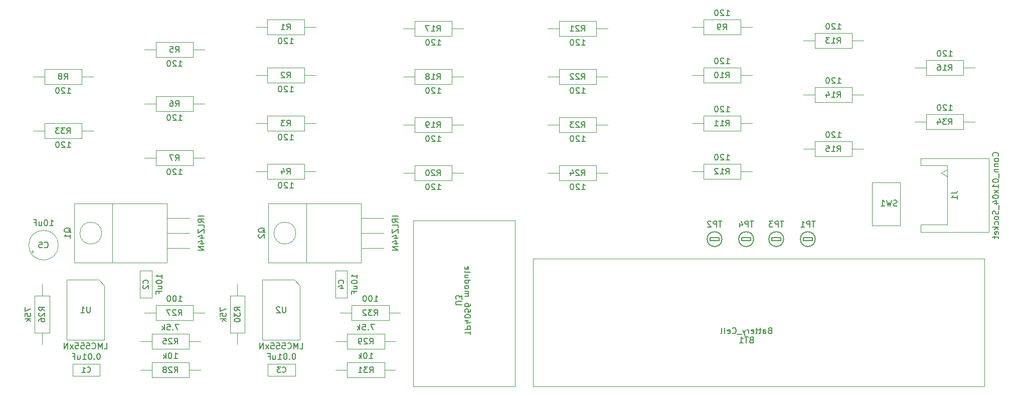
<source format=gbr>
%TF.GenerationSoftware,KiCad,Pcbnew,8.0.8*%
%TF.CreationDate,2025-03-31T23:20:11-04:00*%
%TF.ProjectId,rear_lights_unit,72656172-5f6c-4696-9768-74735f756e69,0*%
%TF.SameCoordinates,Original*%
%TF.FileFunction,AssemblyDrawing,Bot*%
%FSLAX46Y46*%
G04 Gerber Fmt 4.6, Leading zero omitted, Abs format (unit mm)*
G04 Created by KiCad (PCBNEW 8.0.8) date 2025-03-31 23:20:11*
%MOMM*%
%LPD*%
G01*
G04 APERTURE LIST*
%ADD10C,0.150000*%
%ADD11C,0.138000*%
%ADD12C,0.100000*%
G04 APERTURE END LIST*
D10*
X199698332Y-90132200D02*
X199555475Y-90179819D01*
X199555475Y-90179819D02*
X199317380Y-90179819D01*
X199317380Y-90179819D02*
X199222142Y-90132200D01*
X199222142Y-90132200D02*
X199174523Y-90084580D01*
X199174523Y-90084580D02*
X199126904Y-89989342D01*
X199126904Y-89989342D02*
X199126904Y-89894104D01*
X199126904Y-89894104D02*
X199174523Y-89798866D01*
X199174523Y-89798866D02*
X199222142Y-89751247D01*
X199222142Y-89751247D02*
X199317380Y-89703628D01*
X199317380Y-89703628D02*
X199507856Y-89656009D01*
X199507856Y-89656009D02*
X199603094Y-89608390D01*
X199603094Y-89608390D02*
X199650713Y-89560771D01*
X199650713Y-89560771D02*
X199698332Y-89465533D01*
X199698332Y-89465533D02*
X199698332Y-89370295D01*
X199698332Y-89370295D02*
X199650713Y-89275057D01*
X199650713Y-89275057D02*
X199603094Y-89227438D01*
X199603094Y-89227438D02*
X199507856Y-89179819D01*
X199507856Y-89179819D02*
X199269761Y-89179819D01*
X199269761Y-89179819D02*
X199126904Y-89227438D01*
X198793570Y-89179819D02*
X198555475Y-90179819D01*
X198555475Y-90179819D02*
X198364999Y-89465533D01*
X198364999Y-89465533D02*
X198174523Y-90179819D01*
X198174523Y-90179819D02*
X197936428Y-89179819D01*
X197031666Y-90179819D02*
X197603094Y-90179819D01*
X197317380Y-90179819D02*
X197317380Y-89179819D01*
X197317380Y-89179819D02*
X197412618Y-89322676D01*
X197412618Y-89322676D02*
X197507856Y-89417914D01*
X197507856Y-89417914D02*
X197603094Y-89465533D01*
X127715180Y-111875714D02*
X127715180Y-111304286D01*
X126715180Y-111590000D02*
X127715180Y-111590000D01*
X126715180Y-110970952D02*
X127715180Y-110970952D01*
X127715180Y-110970952D02*
X127715180Y-110590000D01*
X127715180Y-110590000D02*
X127667561Y-110494762D01*
X127667561Y-110494762D02*
X127619942Y-110447143D01*
X127619942Y-110447143D02*
X127524704Y-110399524D01*
X127524704Y-110399524D02*
X127381847Y-110399524D01*
X127381847Y-110399524D02*
X127286609Y-110447143D01*
X127286609Y-110447143D02*
X127238990Y-110494762D01*
X127238990Y-110494762D02*
X127191371Y-110590000D01*
X127191371Y-110590000D02*
X127191371Y-110970952D01*
X127381847Y-109542381D02*
X126715180Y-109542381D01*
X127762800Y-109780476D02*
X127048514Y-110018571D01*
X127048514Y-110018571D02*
X127048514Y-109399524D01*
X127715180Y-108828095D02*
X127715180Y-108732857D01*
X127715180Y-108732857D02*
X127667561Y-108637619D01*
X127667561Y-108637619D02*
X127619942Y-108590000D01*
X127619942Y-108590000D02*
X127524704Y-108542381D01*
X127524704Y-108542381D02*
X127334228Y-108494762D01*
X127334228Y-108494762D02*
X127096133Y-108494762D01*
X127096133Y-108494762D02*
X126905657Y-108542381D01*
X126905657Y-108542381D02*
X126810419Y-108590000D01*
X126810419Y-108590000D02*
X126762800Y-108637619D01*
X126762800Y-108637619D02*
X126715180Y-108732857D01*
X126715180Y-108732857D02*
X126715180Y-108828095D01*
X126715180Y-108828095D02*
X126762800Y-108923333D01*
X126762800Y-108923333D02*
X126810419Y-108970952D01*
X126810419Y-108970952D02*
X126905657Y-109018571D01*
X126905657Y-109018571D02*
X127096133Y-109066190D01*
X127096133Y-109066190D02*
X127334228Y-109066190D01*
X127334228Y-109066190D02*
X127524704Y-109018571D01*
X127524704Y-109018571D02*
X127619942Y-108970952D01*
X127619942Y-108970952D02*
X127667561Y-108923333D01*
X127667561Y-108923333D02*
X127715180Y-108828095D01*
X127715180Y-107590000D02*
X127715180Y-108066190D01*
X127715180Y-108066190D02*
X127238990Y-108113809D01*
X127238990Y-108113809D02*
X127286609Y-108066190D01*
X127286609Y-108066190D02*
X127334228Y-107970952D01*
X127334228Y-107970952D02*
X127334228Y-107732857D01*
X127334228Y-107732857D02*
X127286609Y-107637619D01*
X127286609Y-107637619D02*
X127238990Y-107590000D01*
X127238990Y-107590000D02*
X127143752Y-107542381D01*
X127143752Y-107542381D02*
X126905657Y-107542381D01*
X126905657Y-107542381D02*
X126810419Y-107590000D01*
X126810419Y-107590000D02*
X126762800Y-107637619D01*
X126762800Y-107637619D02*
X126715180Y-107732857D01*
X126715180Y-107732857D02*
X126715180Y-107970952D01*
X126715180Y-107970952D02*
X126762800Y-108066190D01*
X126762800Y-108066190D02*
X126810419Y-108113809D01*
X127715180Y-106685238D02*
X127715180Y-106875714D01*
X127715180Y-106875714D02*
X127667561Y-106970952D01*
X127667561Y-106970952D02*
X127619942Y-107018571D01*
X127619942Y-107018571D02*
X127477085Y-107113809D01*
X127477085Y-107113809D02*
X127286609Y-107161428D01*
X127286609Y-107161428D02*
X126905657Y-107161428D01*
X126905657Y-107161428D02*
X126810419Y-107113809D01*
X126810419Y-107113809D02*
X126762800Y-107066190D01*
X126762800Y-107066190D02*
X126715180Y-106970952D01*
X126715180Y-106970952D02*
X126715180Y-106780476D01*
X126715180Y-106780476D02*
X126762800Y-106685238D01*
X126762800Y-106685238D02*
X126810419Y-106637619D01*
X126810419Y-106637619D02*
X126905657Y-106590000D01*
X126905657Y-106590000D02*
X127143752Y-106590000D01*
X127143752Y-106590000D02*
X127238990Y-106637619D01*
X127238990Y-106637619D02*
X127286609Y-106685238D01*
X127286609Y-106685238D02*
X127334228Y-106780476D01*
X127334228Y-106780476D02*
X127334228Y-106970952D01*
X127334228Y-106970952D02*
X127286609Y-107066190D01*
X127286609Y-107066190D02*
X127238990Y-107113809D01*
X127238990Y-107113809D02*
X127143752Y-107161428D01*
X126715180Y-105399523D02*
X127381847Y-105399523D01*
X127286609Y-105399523D02*
X127334228Y-105351904D01*
X127334228Y-105351904D02*
X127381847Y-105256666D01*
X127381847Y-105256666D02*
X127381847Y-105113809D01*
X127381847Y-105113809D02*
X127334228Y-105018571D01*
X127334228Y-105018571D02*
X127238990Y-104970952D01*
X127238990Y-104970952D02*
X126715180Y-104970952D01*
X127238990Y-104970952D02*
X127334228Y-104923333D01*
X127334228Y-104923333D02*
X127381847Y-104828095D01*
X127381847Y-104828095D02*
X127381847Y-104685238D01*
X127381847Y-104685238D02*
X127334228Y-104589999D01*
X127334228Y-104589999D02*
X127238990Y-104542380D01*
X127238990Y-104542380D02*
X126715180Y-104542380D01*
X126715180Y-103923333D02*
X126762800Y-104018571D01*
X126762800Y-104018571D02*
X126810419Y-104066190D01*
X126810419Y-104066190D02*
X126905657Y-104113809D01*
X126905657Y-104113809D02*
X127191371Y-104113809D01*
X127191371Y-104113809D02*
X127286609Y-104066190D01*
X127286609Y-104066190D02*
X127334228Y-104018571D01*
X127334228Y-104018571D02*
X127381847Y-103923333D01*
X127381847Y-103923333D02*
X127381847Y-103780476D01*
X127381847Y-103780476D02*
X127334228Y-103685238D01*
X127334228Y-103685238D02*
X127286609Y-103637619D01*
X127286609Y-103637619D02*
X127191371Y-103590000D01*
X127191371Y-103590000D02*
X126905657Y-103590000D01*
X126905657Y-103590000D02*
X126810419Y-103637619D01*
X126810419Y-103637619D02*
X126762800Y-103685238D01*
X126762800Y-103685238D02*
X126715180Y-103780476D01*
X126715180Y-103780476D02*
X126715180Y-103923333D01*
X126715180Y-102732857D02*
X127715180Y-102732857D01*
X126762800Y-102732857D02*
X126715180Y-102828095D01*
X126715180Y-102828095D02*
X126715180Y-103018571D01*
X126715180Y-103018571D02*
X126762800Y-103113809D01*
X126762800Y-103113809D02*
X126810419Y-103161428D01*
X126810419Y-103161428D02*
X126905657Y-103209047D01*
X126905657Y-103209047D02*
X127191371Y-103209047D01*
X127191371Y-103209047D02*
X127286609Y-103161428D01*
X127286609Y-103161428D02*
X127334228Y-103113809D01*
X127334228Y-103113809D02*
X127381847Y-103018571D01*
X127381847Y-103018571D02*
X127381847Y-102828095D01*
X127381847Y-102828095D02*
X127334228Y-102732857D01*
X127381847Y-101828095D02*
X126715180Y-101828095D01*
X127381847Y-102256666D02*
X126858038Y-102256666D01*
X126858038Y-102256666D02*
X126762800Y-102209047D01*
X126762800Y-102209047D02*
X126715180Y-102113809D01*
X126715180Y-102113809D02*
X126715180Y-101970952D01*
X126715180Y-101970952D02*
X126762800Y-101875714D01*
X126762800Y-101875714D02*
X126810419Y-101828095D01*
X126715180Y-101209047D02*
X126762800Y-101304285D01*
X126762800Y-101304285D02*
X126858038Y-101351904D01*
X126858038Y-101351904D02*
X127715180Y-101351904D01*
X126762800Y-100447142D02*
X126715180Y-100542380D01*
X126715180Y-100542380D02*
X126715180Y-100732856D01*
X126715180Y-100732856D02*
X126762800Y-100828094D01*
X126762800Y-100828094D02*
X126858038Y-100875713D01*
X126858038Y-100875713D02*
X127238990Y-100875713D01*
X127238990Y-100875713D02*
X127334228Y-100828094D01*
X127334228Y-100828094D02*
X127381847Y-100732856D01*
X127381847Y-100732856D02*
X127381847Y-100542380D01*
X127381847Y-100542380D02*
X127334228Y-100447142D01*
X127334228Y-100447142D02*
X127238990Y-100399523D01*
X127238990Y-100399523D02*
X127143752Y-100399523D01*
X127143752Y-100399523D02*
X127048514Y-100875713D01*
X126215180Y-106851904D02*
X125405657Y-106851904D01*
X125405657Y-106851904D02*
X125310419Y-106804285D01*
X125310419Y-106804285D02*
X125262800Y-106756666D01*
X125262800Y-106756666D02*
X125215180Y-106661428D01*
X125215180Y-106661428D02*
X125215180Y-106470952D01*
X125215180Y-106470952D02*
X125262800Y-106375714D01*
X125262800Y-106375714D02*
X125310419Y-106328095D01*
X125310419Y-106328095D02*
X125405657Y-106280476D01*
X125405657Y-106280476D02*
X126215180Y-106280476D01*
X126215180Y-105899523D02*
X126215180Y-105280476D01*
X126215180Y-105280476D02*
X125834228Y-105613809D01*
X125834228Y-105613809D02*
X125834228Y-105470952D01*
X125834228Y-105470952D02*
X125786609Y-105375714D01*
X125786609Y-105375714D02*
X125738990Y-105328095D01*
X125738990Y-105328095D02*
X125643752Y-105280476D01*
X125643752Y-105280476D02*
X125405657Y-105280476D01*
X125405657Y-105280476D02*
X125310419Y-105328095D01*
X125310419Y-105328095D02*
X125262800Y-105375714D01*
X125262800Y-105375714D02*
X125215180Y-105470952D01*
X125215180Y-105470952D02*
X125215180Y-105756666D01*
X125215180Y-105756666D02*
X125262800Y-105851904D01*
X125262800Y-105851904D02*
X125310419Y-105899523D01*
X56681428Y-93478819D02*
X57252856Y-93478819D01*
X56967142Y-93478819D02*
X56967142Y-92478819D01*
X56967142Y-92478819D02*
X57062380Y-92621676D01*
X57062380Y-92621676D02*
X57157618Y-92716914D01*
X57157618Y-92716914D02*
X57252856Y-92764533D01*
X56062380Y-92478819D02*
X55967142Y-92478819D01*
X55967142Y-92478819D02*
X55871904Y-92526438D01*
X55871904Y-92526438D02*
X55824285Y-92574057D01*
X55824285Y-92574057D02*
X55776666Y-92669295D01*
X55776666Y-92669295D02*
X55729047Y-92859771D01*
X55729047Y-92859771D02*
X55729047Y-93097866D01*
X55729047Y-93097866D02*
X55776666Y-93288342D01*
X55776666Y-93288342D02*
X55824285Y-93383580D01*
X55824285Y-93383580D02*
X55871904Y-93431200D01*
X55871904Y-93431200D02*
X55967142Y-93478819D01*
X55967142Y-93478819D02*
X56062380Y-93478819D01*
X56062380Y-93478819D02*
X56157618Y-93431200D01*
X56157618Y-93431200D02*
X56205237Y-93383580D01*
X56205237Y-93383580D02*
X56252856Y-93288342D01*
X56252856Y-93288342D02*
X56300475Y-93097866D01*
X56300475Y-93097866D02*
X56300475Y-92859771D01*
X56300475Y-92859771D02*
X56252856Y-92669295D01*
X56252856Y-92669295D02*
X56205237Y-92574057D01*
X56205237Y-92574057D02*
X56157618Y-92526438D01*
X56157618Y-92526438D02*
X56062380Y-92478819D01*
X54871904Y-92812152D02*
X54871904Y-93478819D01*
X55300475Y-92812152D02*
X55300475Y-93335961D01*
X55300475Y-93335961D02*
X55252856Y-93431200D01*
X55252856Y-93431200D02*
X55157618Y-93478819D01*
X55157618Y-93478819D02*
X55014761Y-93478819D01*
X55014761Y-93478819D02*
X54919523Y-93431200D01*
X54919523Y-93431200D02*
X54871904Y-93383580D01*
X54062380Y-92955009D02*
X54395713Y-92955009D01*
X54395713Y-93478819D02*
X54395713Y-92478819D01*
X54395713Y-92478819D02*
X53919523Y-92478819D01*
X55776666Y-97133580D02*
X55824285Y-97181200D01*
X55824285Y-97181200D02*
X55967142Y-97228819D01*
X55967142Y-97228819D02*
X56062380Y-97228819D01*
X56062380Y-97228819D02*
X56205237Y-97181200D01*
X56205237Y-97181200D02*
X56300475Y-97085961D01*
X56300475Y-97085961D02*
X56348094Y-96990723D01*
X56348094Y-96990723D02*
X56395713Y-96800247D01*
X56395713Y-96800247D02*
X56395713Y-96657390D01*
X56395713Y-96657390D02*
X56348094Y-96466914D01*
X56348094Y-96466914D02*
X56300475Y-96371676D01*
X56300475Y-96371676D02*
X56205237Y-96276438D01*
X56205237Y-96276438D02*
X56062380Y-96228819D01*
X56062380Y-96228819D02*
X55967142Y-96228819D01*
X55967142Y-96228819D02*
X55824285Y-96276438D01*
X55824285Y-96276438D02*
X55776666Y-96324057D01*
X54871904Y-96228819D02*
X55348094Y-96228819D01*
X55348094Y-96228819D02*
X55395713Y-96705009D01*
X55395713Y-96705009D02*
X55348094Y-96657390D01*
X55348094Y-96657390D02*
X55252856Y-96609771D01*
X55252856Y-96609771D02*
X55014761Y-96609771D01*
X55014761Y-96609771D02*
X54919523Y-96657390D01*
X54919523Y-96657390D02*
X54871904Y-96705009D01*
X54871904Y-96705009D02*
X54824285Y-96800247D01*
X54824285Y-96800247D02*
X54824285Y-97038342D01*
X54824285Y-97038342D02*
X54871904Y-97133580D01*
X54871904Y-97133580D02*
X54919523Y-97181200D01*
X54919523Y-97181200D02*
X55014761Y-97228819D01*
X55014761Y-97228819D02*
X55252856Y-97228819D01*
X55252856Y-97228819D02*
X55348094Y-97181200D01*
X55348094Y-97181200D02*
X55395713Y-97133580D01*
X97181666Y-87152819D02*
X97753094Y-87152819D01*
X97467380Y-87152819D02*
X97467380Y-86152819D01*
X97467380Y-86152819D02*
X97562618Y-86295676D01*
X97562618Y-86295676D02*
X97657856Y-86390914D01*
X97657856Y-86390914D02*
X97753094Y-86438533D01*
X96800713Y-86248057D02*
X96753094Y-86200438D01*
X96753094Y-86200438D02*
X96657856Y-86152819D01*
X96657856Y-86152819D02*
X96419761Y-86152819D01*
X96419761Y-86152819D02*
X96324523Y-86200438D01*
X96324523Y-86200438D02*
X96276904Y-86248057D01*
X96276904Y-86248057D02*
X96229285Y-86343295D01*
X96229285Y-86343295D02*
X96229285Y-86438533D01*
X96229285Y-86438533D02*
X96276904Y-86581390D01*
X96276904Y-86581390D02*
X96848332Y-87152819D01*
X96848332Y-87152819D02*
X96229285Y-87152819D01*
X95610237Y-86152819D02*
X95514999Y-86152819D01*
X95514999Y-86152819D02*
X95419761Y-86200438D01*
X95419761Y-86200438D02*
X95372142Y-86248057D01*
X95372142Y-86248057D02*
X95324523Y-86343295D01*
X95324523Y-86343295D02*
X95276904Y-86533771D01*
X95276904Y-86533771D02*
X95276904Y-86771866D01*
X95276904Y-86771866D02*
X95324523Y-86962342D01*
X95324523Y-86962342D02*
X95372142Y-87057580D01*
X95372142Y-87057580D02*
X95419761Y-87105200D01*
X95419761Y-87105200D02*
X95514999Y-87152819D01*
X95514999Y-87152819D02*
X95610237Y-87152819D01*
X95610237Y-87152819D02*
X95705475Y-87105200D01*
X95705475Y-87105200D02*
X95753094Y-87057580D01*
X95753094Y-87057580D02*
X95800713Y-86962342D01*
X95800713Y-86962342D02*
X95848332Y-86771866D01*
X95848332Y-86771866D02*
X95848332Y-86533771D01*
X95848332Y-86533771D02*
X95800713Y-86343295D01*
X95800713Y-86343295D02*
X95753094Y-86248057D01*
X95753094Y-86248057D02*
X95705475Y-86200438D01*
X95705475Y-86200438D02*
X95610237Y-86152819D01*
X96681666Y-84782819D02*
X97014999Y-84306628D01*
X97253094Y-84782819D02*
X97253094Y-83782819D01*
X97253094Y-83782819D02*
X96872142Y-83782819D01*
X96872142Y-83782819D02*
X96776904Y-83830438D01*
X96776904Y-83830438D02*
X96729285Y-83878057D01*
X96729285Y-83878057D02*
X96681666Y-83973295D01*
X96681666Y-83973295D02*
X96681666Y-84116152D01*
X96681666Y-84116152D02*
X96729285Y-84211390D01*
X96729285Y-84211390D02*
X96776904Y-84259009D01*
X96776904Y-84259009D02*
X96872142Y-84306628D01*
X96872142Y-84306628D02*
X97253094Y-84306628D01*
X95824523Y-84116152D02*
X95824523Y-84782819D01*
X96062618Y-83735200D02*
X96300713Y-84449485D01*
X96300713Y-84449485D02*
X95681666Y-84449485D01*
X108579819Y-102316571D02*
X108579819Y-101745143D01*
X108579819Y-102030857D02*
X107579819Y-102030857D01*
X107579819Y-102030857D02*
X107722676Y-101935619D01*
X107722676Y-101935619D02*
X107817914Y-101840381D01*
X107817914Y-101840381D02*
X107865533Y-101745143D01*
X107579819Y-102935619D02*
X107579819Y-103030857D01*
X107579819Y-103030857D02*
X107627438Y-103126095D01*
X107627438Y-103126095D02*
X107675057Y-103173714D01*
X107675057Y-103173714D02*
X107770295Y-103221333D01*
X107770295Y-103221333D02*
X107960771Y-103268952D01*
X107960771Y-103268952D02*
X108198866Y-103268952D01*
X108198866Y-103268952D02*
X108389342Y-103221333D01*
X108389342Y-103221333D02*
X108484580Y-103173714D01*
X108484580Y-103173714D02*
X108532200Y-103126095D01*
X108532200Y-103126095D02*
X108579819Y-103030857D01*
X108579819Y-103030857D02*
X108579819Y-102935619D01*
X108579819Y-102935619D02*
X108532200Y-102840381D01*
X108532200Y-102840381D02*
X108484580Y-102792762D01*
X108484580Y-102792762D02*
X108389342Y-102745143D01*
X108389342Y-102745143D02*
X108198866Y-102697524D01*
X108198866Y-102697524D02*
X107960771Y-102697524D01*
X107960771Y-102697524D02*
X107770295Y-102745143D01*
X107770295Y-102745143D02*
X107675057Y-102792762D01*
X107675057Y-102792762D02*
X107627438Y-102840381D01*
X107627438Y-102840381D02*
X107579819Y-102935619D01*
X107913152Y-104126095D02*
X108579819Y-104126095D01*
X107913152Y-103697524D02*
X108436961Y-103697524D01*
X108436961Y-103697524D02*
X108532200Y-103745143D01*
X108532200Y-103745143D02*
X108579819Y-103840381D01*
X108579819Y-103840381D02*
X108579819Y-103983238D01*
X108579819Y-103983238D02*
X108532200Y-104078476D01*
X108532200Y-104078476D02*
X108484580Y-104126095D01*
X108056009Y-104935619D02*
X108056009Y-104602286D01*
X108579819Y-104602286D02*
X107579819Y-104602286D01*
X107579819Y-104602286D02*
X107579819Y-105078476D01*
D11*
X106205814Y-103234666D02*
X106249624Y-103190857D01*
X106249624Y-103190857D02*
X106293433Y-103059428D01*
X106293433Y-103059428D02*
X106293433Y-102971809D01*
X106293433Y-102971809D02*
X106249624Y-102840381D01*
X106249624Y-102840381D02*
X106162004Y-102752762D01*
X106162004Y-102752762D02*
X106074385Y-102708952D01*
X106074385Y-102708952D02*
X105899147Y-102665143D01*
X105899147Y-102665143D02*
X105767719Y-102665143D01*
X105767719Y-102665143D02*
X105592481Y-102708952D01*
X105592481Y-102708952D02*
X105504862Y-102752762D01*
X105504862Y-102752762D02*
X105417243Y-102840381D01*
X105417243Y-102840381D02*
X105373433Y-102971809D01*
X105373433Y-102971809D02*
X105373433Y-103059428D01*
X105373433Y-103059428D02*
X105417243Y-103190857D01*
X105417243Y-103190857D02*
X105461052Y-103234666D01*
X105680100Y-104023238D02*
X106293433Y-104023238D01*
X105329624Y-103804190D02*
X105986766Y-103585143D01*
X105986766Y-103585143D02*
X105986766Y-104154666D01*
D10*
X170841666Y-82412819D02*
X171413094Y-82412819D01*
X171127380Y-82412819D02*
X171127380Y-81412819D01*
X171127380Y-81412819D02*
X171222618Y-81555676D01*
X171222618Y-81555676D02*
X171317856Y-81650914D01*
X171317856Y-81650914D02*
X171413094Y-81698533D01*
X170460713Y-81508057D02*
X170413094Y-81460438D01*
X170413094Y-81460438D02*
X170317856Y-81412819D01*
X170317856Y-81412819D02*
X170079761Y-81412819D01*
X170079761Y-81412819D02*
X169984523Y-81460438D01*
X169984523Y-81460438D02*
X169936904Y-81508057D01*
X169936904Y-81508057D02*
X169889285Y-81603295D01*
X169889285Y-81603295D02*
X169889285Y-81698533D01*
X169889285Y-81698533D02*
X169936904Y-81841390D01*
X169936904Y-81841390D02*
X170508332Y-82412819D01*
X170508332Y-82412819D02*
X169889285Y-82412819D01*
X169270237Y-81412819D02*
X169174999Y-81412819D01*
X169174999Y-81412819D02*
X169079761Y-81460438D01*
X169079761Y-81460438D02*
X169032142Y-81508057D01*
X169032142Y-81508057D02*
X168984523Y-81603295D01*
X168984523Y-81603295D02*
X168936904Y-81793771D01*
X168936904Y-81793771D02*
X168936904Y-82031866D01*
X168936904Y-82031866D02*
X168984523Y-82222342D01*
X168984523Y-82222342D02*
X169032142Y-82317580D01*
X169032142Y-82317580D02*
X169079761Y-82365200D01*
X169079761Y-82365200D02*
X169174999Y-82412819D01*
X169174999Y-82412819D02*
X169270237Y-82412819D01*
X169270237Y-82412819D02*
X169365475Y-82365200D01*
X169365475Y-82365200D02*
X169413094Y-82317580D01*
X169413094Y-82317580D02*
X169460713Y-82222342D01*
X169460713Y-82222342D02*
X169508332Y-82031866D01*
X169508332Y-82031866D02*
X169508332Y-81793771D01*
X169508332Y-81793771D02*
X169460713Y-81603295D01*
X169460713Y-81603295D02*
X169413094Y-81508057D01*
X169413094Y-81508057D02*
X169365475Y-81460438D01*
X169365475Y-81460438D02*
X169270237Y-81412819D01*
X170817857Y-84782819D02*
X171151190Y-84306628D01*
X171389285Y-84782819D02*
X171389285Y-83782819D01*
X171389285Y-83782819D02*
X171008333Y-83782819D01*
X171008333Y-83782819D02*
X170913095Y-83830438D01*
X170913095Y-83830438D02*
X170865476Y-83878057D01*
X170865476Y-83878057D02*
X170817857Y-83973295D01*
X170817857Y-83973295D02*
X170817857Y-84116152D01*
X170817857Y-84116152D02*
X170865476Y-84211390D01*
X170865476Y-84211390D02*
X170913095Y-84259009D01*
X170913095Y-84259009D02*
X171008333Y-84306628D01*
X171008333Y-84306628D02*
X171389285Y-84306628D01*
X169865476Y-84782819D02*
X170436904Y-84782819D01*
X170151190Y-84782819D02*
X170151190Y-83782819D01*
X170151190Y-83782819D02*
X170246428Y-83925676D01*
X170246428Y-83925676D02*
X170341666Y-84020914D01*
X170341666Y-84020914D02*
X170436904Y-84068533D01*
X169484523Y-83878057D02*
X169436904Y-83830438D01*
X169436904Y-83830438D02*
X169341666Y-83782819D01*
X169341666Y-83782819D02*
X169103571Y-83782819D01*
X169103571Y-83782819D02*
X169008333Y-83830438D01*
X169008333Y-83830438D02*
X168960714Y-83878057D01*
X168960714Y-83878057D02*
X168913095Y-83973295D01*
X168913095Y-83973295D02*
X168913095Y-84068533D01*
X168913095Y-84068533D02*
X168960714Y-84211390D01*
X168960714Y-84211390D02*
X169532142Y-84782819D01*
X169532142Y-84782819D02*
X168913095Y-84782819D01*
X78390666Y-106288819D02*
X78962094Y-106288819D01*
X78676380Y-106288819D02*
X78676380Y-105288819D01*
X78676380Y-105288819D02*
X78771618Y-105431676D01*
X78771618Y-105431676D02*
X78866856Y-105526914D01*
X78866856Y-105526914D02*
X78962094Y-105574533D01*
X77771618Y-105288819D02*
X77676380Y-105288819D01*
X77676380Y-105288819D02*
X77581142Y-105336438D01*
X77581142Y-105336438D02*
X77533523Y-105384057D01*
X77533523Y-105384057D02*
X77485904Y-105479295D01*
X77485904Y-105479295D02*
X77438285Y-105669771D01*
X77438285Y-105669771D02*
X77438285Y-105907866D01*
X77438285Y-105907866D02*
X77485904Y-106098342D01*
X77485904Y-106098342D02*
X77533523Y-106193580D01*
X77533523Y-106193580D02*
X77581142Y-106241200D01*
X77581142Y-106241200D02*
X77676380Y-106288819D01*
X77676380Y-106288819D02*
X77771618Y-106288819D01*
X77771618Y-106288819D02*
X77866856Y-106241200D01*
X77866856Y-106241200D02*
X77914475Y-106193580D01*
X77914475Y-106193580D02*
X77962094Y-106098342D01*
X77962094Y-106098342D02*
X78009713Y-105907866D01*
X78009713Y-105907866D02*
X78009713Y-105669771D01*
X78009713Y-105669771D02*
X77962094Y-105479295D01*
X77962094Y-105479295D02*
X77914475Y-105384057D01*
X77914475Y-105384057D02*
X77866856Y-105336438D01*
X77866856Y-105336438D02*
X77771618Y-105288819D01*
X76819237Y-105288819D02*
X76723999Y-105288819D01*
X76723999Y-105288819D02*
X76628761Y-105336438D01*
X76628761Y-105336438D02*
X76581142Y-105384057D01*
X76581142Y-105384057D02*
X76533523Y-105479295D01*
X76533523Y-105479295D02*
X76485904Y-105669771D01*
X76485904Y-105669771D02*
X76485904Y-105907866D01*
X76485904Y-105907866D02*
X76533523Y-106098342D01*
X76533523Y-106098342D02*
X76581142Y-106193580D01*
X76581142Y-106193580D02*
X76628761Y-106241200D01*
X76628761Y-106241200D02*
X76723999Y-106288819D01*
X76723999Y-106288819D02*
X76819237Y-106288819D01*
X76819237Y-106288819D02*
X76914475Y-106241200D01*
X76914475Y-106241200D02*
X76962094Y-106193580D01*
X76962094Y-106193580D02*
X77009713Y-106098342D01*
X77009713Y-106098342D02*
X77057332Y-105907866D01*
X77057332Y-105907866D02*
X77057332Y-105669771D01*
X77057332Y-105669771D02*
X77009713Y-105479295D01*
X77009713Y-105479295D02*
X76962094Y-105384057D01*
X76962094Y-105384057D02*
X76914475Y-105336438D01*
X76914475Y-105336438D02*
X76819237Y-105288819D01*
X78366857Y-108658819D02*
X78700190Y-108182628D01*
X78938285Y-108658819D02*
X78938285Y-107658819D01*
X78938285Y-107658819D02*
X78557333Y-107658819D01*
X78557333Y-107658819D02*
X78462095Y-107706438D01*
X78462095Y-107706438D02*
X78414476Y-107754057D01*
X78414476Y-107754057D02*
X78366857Y-107849295D01*
X78366857Y-107849295D02*
X78366857Y-107992152D01*
X78366857Y-107992152D02*
X78414476Y-108087390D01*
X78414476Y-108087390D02*
X78462095Y-108135009D01*
X78462095Y-108135009D02*
X78557333Y-108182628D01*
X78557333Y-108182628D02*
X78938285Y-108182628D01*
X77985904Y-107754057D02*
X77938285Y-107706438D01*
X77938285Y-107706438D02*
X77843047Y-107658819D01*
X77843047Y-107658819D02*
X77604952Y-107658819D01*
X77604952Y-107658819D02*
X77509714Y-107706438D01*
X77509714Y-107706438D02*
X77462095Y-107754057D01*
X77462095Y-107754057D02*
X77414476Y-107849295D01*
X77414476Y-107849295D02*
X77414476Y-107944533D01*
X77414476Y-107944533D02*
X77462095Y-108087390D01*
X77462095Y-108087390D02*
X78033523Y-108658819D01*
X78033523Y-108658819D02*
X77414476Y-108658819D01*
X77081142Y-107658819D02*
X76414476Y-107658819D01*
X76414476Y-107658819D02*
X76843047Y-108658819D01*
X78385666Y-84866819D02*
X78957094Y-84866819D01*
X78671380Y-84866819D02*
X78671380Y-83866819D01*
X78671380Y-83866819D02*
X78766618Y-84009676D01*
X78766618Y-84009676D02*
X78861856Y-84104914D01*
X78861856Y-84104914D02*
X78957094Y-84152533D01*
X78004713Y-83962057D02*
X77957094Y-83914438D01*
X77957094Y-83914438D02*
X77861856Y-83866819D01*
X77861856Y-83866819D02*
X77623761Y-83866819D01*
X77623761Y-83866819D02*
X77528523Y-83914438D01*
X77528523Y-83914438D02*
X77480904Y-83962057D01*
X77480904Y-83962057D02*
X77433285Y-84057295D01*
X77433285Y-84057295D02*
X77433285Y-84152533D01*
X77433285Y-84152533D02*
X77480904Y-84295390D01*
X77480904Y-84295390D02*
X78052332Y-84866819D01*
X78052332Y-84866819D02*
X77433285Y-84866819D01*
X76814237Y-83866819D02*
X76718999Y-83866819D01*
X76718999Y-83866819D02*
X76623761Y-83914438D01*
X76623761Y-83914438D02*
X76576142Y-83962057D01*
X76576142Y-83962057D02*
X76528523Y-84057295D01*
X76528523Y-84057295D02*
X76480904Y-84247771D01*
X76480904Y-84247771D02*
X76480904Y-84485866D01*
X76480904Y-84485866D02*
X76528523Y-84676342D01*
X76528523Y-84676342D02*
X76576142Y-84771580D01*
X76576142Y-84771580D02*
X76623761Y-84819200D01*
X76623761Y-84819200D02*
X76718999Y-84866819D01*
X76718999Y-84866819D02*
X76814237Y-84866819D01*
X76814237Y-84866819D02*
X76909475Y-84819200D01*
X76909475Y-84819200D02*
X76957094Y-84771580D01*
X76957094Y-84771580D02*
X77004713Y-84676342D01*
X77004713Y-84676342D02*
X77052332Y-84485866D01*
X77052332Y-84485866D02*
X77052332Y-84247771D01*
X77052332Y-84247771D02*
X77004713Y-84057295D01*
X77004713Y-84057295D02*
X76957094Y-83962057D01*
X76957094Y-83962057D02*
X76909475Y-83914438D01*
X76909475Y-83914438D02*
X76814237Y-83866819D01*
X77885666Y-82496819D02*
X78218999Y-82020628D01*
X78457094Y-82496819D02*
X78457094Y-81496819D01*
X78457094Y-81496819D02*
X78076142Y-81496819D01*
X78076142Y-81496819D02*
X77980904Y-81544438D01*
X77980904Y-81544438D02*
X77933285Y-81592057D01*
X77933285Y-81592057D02*
X77885666Y-81687295D01*
X77885666Y-81687295D02*
X77885666Y-81830152D01*
X77885666Y-81830152D02*
X77933285Y-81925390D01*
X77933285Y-81925390D02*
X77980904Y-81973009D01*
X77980904Y-81973009D02*
X78076142Y-82020628D01*
X78076142Y-82020628D02*
X78457094Y-82020628D01*
X77552332Y-81496819D02*
X76885666Y-81496819D01*
X76885666Y-81496819D02*
X77314237Y-82496819D01*
X208433666Y-64886819D02*
X209005094Y-64886819D01*
X208719380Y-64886819D02*
X208719380Y-63886819D01*
X208719380Y-63886819D02*
X208814618Y-64029676D01*
X208814618Y-64029676D02*
X208909856Y-64124914D01*
X208909856Y-64124914D02*
X209005094Y-64172533D01*
X208052713Y-63982057D02*
X208005094Y-63934438D01*
X208005094Y-63934438D02*
X207909856Y-63886819D01*
X207909856Y-63886819D02*
X207671761Y-63886819D01*
X207671761Y-63886819D02*
X207576523Y-63934438D01*
X207576523Y-63934438D02*
X207528904Y-63982057D01*
X207528904Y-63982057D02*
X207481285Y-64077295D01*
X207481285Y-64077295D02*
X207481285Y-64172533D01*
X207481285Y-64172533D02*
X207528904Y-64315390D01*
X207528904Y-64315390D02*
X208100332Y-64886819D01*
X208100332Y-64886819D02*
X207481285Y-64886819D01*
X206862237Y-63886819D02*
X206766999Y-63886819D01*
X206766999Y-63886819D02*
X206671761Y-63934438D01*
X206671761Y-63934438D02*
X206624142Y-63982057D01*
X206624142Y-63982057D02*
X206576523Y-64077295D01*
X206576523Y-64077295D02*
X206528904Y-64267771D01*
X206528904Y-64267771D02*
X206528904Y-64505866D01*
X206528904Y-64505866D02*
X206576523Y-64696342D01*
X206576523Y-64696342D02*
X206624142Y-64791580D01*
X206624142Y-64791580D02*
X206671761Y-64839200D01*
X206671761Y-64839200D02*
X206766999Y-64886819D01*
X206766999Y-64886819D02*
X206862237Y-64886819D01*
X206862237Y-64886819D02*
X206957475Y-64839200D01*
X206957475Y-64839200D02*
X207005094Y-64791580D01*
X207005094Y-64791580D02*
X207052713Y-64696342D01*
X207052713Y-64696342D02*
X207100332Y-64505866D01*
X207100332Y-64505866D02*
X207100332Y-64267771D01*
X207100332Y-64267771D02*
X207052713Y-64077295D01*
X207052713Y-64077295D02*
X207005094Y-63982057D01*
X207005094Y-63982057D02*
X206957475Y-63934438D01*
X206957475Y-63934438D02*
X206862237Y-63886819D01*
X208409857Y-67256819D02*
X208743190Y-66780628D01*
X208981285Y-67256819D02*
X208981285Y-66256819D01*
X208981285Y-66256819D02*
X208600333Y-66256819D01*
X208600333Y-66256819D02*
X208505095Y-66304438D01*
X208505095Y-66304438D02*
X208457476Y-66352057D01*
X208457476Y-66352057D02*
X208409857Y-66447295D01*
X208409857Y-66447295D02*
X208409857Y-66590152D01*
X208409857Y-66590152D02*
X208457476Y-66685390D01*
X208457476Y-66685390D02*
X208505095Y-66733009D01*
X208505095Y-66733009D02*
X208600333Y-66780628D01*
X208600333Y-66780628D02*
X208981285Y-66780628D01*
X207457476Y-67256819D02*
X208028904Y-67256819D01*
X207743190Y-67256819D02*
X207743190Y-66256819D01*
X207743190Y-66256819D02*
X207838428Y-66399676D01*
X207838428Y-66399676D02*
X207933666Y-66494914D01*
X207933666Y-66494914D02*
X208028904Y-66542533D01*
X206600333Y-66256819D02*
X206790809Y-66256819D01*
X206790809Y-66256819D02*
X206886047Y-66304438D01*
X206886047Y-66304438D02*
X206933666Y-66352057D01*
X206933666Y-66352057D02*
X207028904Y-66494914D01*
X207028904Y-66494914D02*
X207076523Y-66685390D01*
X207076523Y-66685390D02*
X207076523Y-67066342D01*
X207076523Y-67066342D02*
X207028904Y-67161580D01*
X207028904Y-67161580D02*
X206981285Y-67209200D01*
X206981285Y-67209200D02*
X206886047Y-67256819D01*
X206886047Y-67256819D02*
X206695571Y-67256819D01*
X206695571Y-67256819D02*
X206600333Y-67209200D01*
X206600333Y-67209200D02*
X206552714Y-67161580D01*
X206552714Y-67161580D02*
X206505095Y-67066342D01*
X206505095Y-67066342D02*
X206505095Y-66828247D01*
X206505095Y-66828247D02*
X206552714Y-66733009D01*
X206552714Y-66733009D02*
X206600333Y-66685390D01*
X206600333Y-66685390D02*
X206695571Y-66637771D01*
X206695571Y-66637771D02*
X206886047Y-66637771D01*
X206886047Y-66637771D02*
X206981285Y-66685390D01*
X206981285Y-66685390D02*
X207028904Y-66733009D01*
X207028904Y-66733009D02*
X207076523Y-66828247D01*
X111477380Y-110114819D02*
X110810714Y-110114819D01*
X110810714Y-110114819D02*
X111239285Y-111114819D01*
X110429761Y-111019580D02*
X110382142Y-111067200D01*
X110382142Y-111067200D02*
X110429761Y-111114819D01*
X110429761Y-111114819D02*
X110477380Y-111067200D01*
X110477380Y-111067200D02*
X110429761Y-111019580D01*
X110429761Y-111019580D02*
X110429761Y-111114819D01*
X109477381Y-110114819D02*
X109953571Y-110114819D01*
X109953571Y-110114819D02*
X110001190Y-110591009D01*
X110001190Y-110591009D02*
X109953571Y-110543390D01*
X109953571Y-110543390D02*
X109858333Y-110495771D01*
X109858333Y-110495771D02*
X109620238Y-110495771D01*
X109620238Y-110495771D02*
X109525000Y-110543390D01*
X109525000Y-110543390D02*
X109477381Y-110591009D01*
X109477381Y-110591009D02*
X109429762Y-110686247D01*
X109429762Y-110686247D02*
X109429762Y-110924342D01*
X109429762Y-110924342D02*
X109477381Y-111019580D01*
X109477381Y-111019580D02*
X109525000Y-111067200D01*
X109525000Y-111067200D02*
X109620238Y-111114819D01*
X109620238Y-111114819D02*
X109858333Y-111114819D01*
X109858333Y-111114819D02*
X109953571Y-111067200D01*
X109953571Y-111067200D02*
X110001190Y-111019580D01*
X109001190Y-111114819D02*
X109001190Y-110114819D01*
X108905952Y-110733866D02*
X108620238Y-111114819D01*
X108620238Y-110448152D02*
X109001190Y-110829104D01*
X110667857Y-113484819D02*
X111001190Y-113008628D01*
X111239285Y-113484819D02*
X111239285Y-112484819D01*
X111239285Y-112484819D02*
X110858333Y-112484819D01*
X110858333Y-112484819D02*
X110763095Y-112532438D01*
X110763095Y-112532438D02*
X110715476Y-112580057D01*
X110715476Y-112580057D02*
X110667857Y-112675295D01*
X110667857Y-112675295D02*
X110667857Y-112818152D01*
X110667857Y-112818152D02*
X110715476Y-112913390D01*
X110715476Y-112913390D02*
X110763095Y-112961009D01*
X110763095Y-112961009D02*
X110858333Y-113008628D01*
X110858333Y-113008628D02*
X111239285Y-113008628D01*
X110286904Y-112580057D02*
X110239285Y-112532438D01*
X110239285Y-112532438D02*
X110144047Y-112484819D01*
X110144047Y-112484819D02*
X109905952Y-112484819D01*
X109905952Y-112484819D02*
X109810714Y-112532438D01*
X109810714Y-112532438D02*
X109763095Y-112580057D01*
X109763095Y-112580057D02*
X109715476Y-112675295D01*
X109715476Y-112675295D02*
X109715476Y-112770533D01*
X109715476Y-112770533D02*
X109763095Y-112913390D01*
X109763095Y-112913390D02*
X110334523Y-113484819D01*
X110334523Y-113484819D02*
X109715476Y-113484819D01*
X109239285Y-113484819D02*
X109048809Y-113484819D01*
X109048809Y-113484819D02*
X108953571Y-113437200D01*
X108953571Y-113437200D02*
X108905952Y-113389580D01*
X108905952Y-113389580D02*
X108810714Y-113246723D01*
X108810714Y-113246723D02*
X108763095Y-113056247D01*
X108763095Y-113056247D02*
X108763095Y-112675295D01*
X108763095Y-112675295D02*
X108810714Y-112580057D01*
X108810714Y-112580057D02*
X108858333Y-112532438D01*
X108858333Y-112532438D02*
X108953571Y-112484819D01*
X108953571Y-112484819D02*
X109144047Y-112484819D01*
X109144047Y-112484819D02*
X109239285Y-112532438D01*
X109239285Y-112532438D02*
X109286904Y-112580057D01*
X109286904Y-112580057D02*
X109334523Y-112675295D01*
X109334523Y-112675295D02*
X109334523Y-112913390D01*
X109334523Y-112913390D02*
X109286904Y-113008628D01*
X109286904Y-113008628D02*
X109239285Y-113056247D01*
X109239285Y-113056247D02*
X109144047Y-113103866D01*
X109144047Y-113103866D02*
X108953571Y-113103866D01*
X108953571Y-113103866D02*
X108858333Y-113056247D01*
X108858333Y-113056247D02*
X108810714Y-113008628D01*
X108810714Y-113008628D02*
X108763095Y-112913390D01*
X111453666Y-106288819D02*
X112025094Y-106288819D01*
X111739380Y-106288819D02*
X111739380Y-105288819D01*
X111739380Y-105288819D02*
X111834618Y-105431676D01*
X111834618Y-105431676D02*
X111929856Y-105526914D01*
X111929856Y-105526914D02*
X112025094Y-105574533D01*
X110834618Y-105288819D02*
X110739380Y-105288819D01*
X110739380Y-105288819D02*
X110644142Y-105336438D01*
X110644142Y-105336438D02*
X110596523Y-105384057D01*
X110596523Y-105384057D02*
X110548904Y-105479295D01*
X110548904Y-105479295D02*
X110501285Y-105669771D01*
X110501285Y-105669771D02*
X110501285Y-105907866D01*
X110501285Y-105907866D02*
X110548904Y-106098342D01*
X110548904Y-106098342D02*
X110596523Y-106193580D01*
X110596523Y-106193580D02*
X110644142Y-106241200D01*
X110644142Y-106241200D02*
X110739380Y-106288819D01*
X110739380Y-106288819D02*
X110834618Y-106288819D01*
X110834618Y-106288819D02*
X110929856Y-106241200D01*
X110929856Y-106241200D02*
X110977475Y-106193580D01*
X110977475Y-106193580D02*
X111025094Y-106098342D01*
X111025094Y-106098342D02*
X111072713Y-105907866D01*
X111072713Y-105907866D02*
X111072713Y-105669771D01*
X111072713Y-105669771D02*
X111025094Y-105479295D01*
X111025094Y-105479295D02*
X110977475Y-105384057D01*
X110977475Y-105384057D02*
X110929856Y-105336438D01*
X110929856Y-105336438D02*
X110834618Y-105288819D01*
X109882237Y-105288819D02*
X109786999Y-105288819D01*
X109786999Y-105288819D02*
X109691761Y-105336438D01*
X109691761Y-105336438D02*
X109644142Y-105384057D01*
X109644142Y-105384057D02*
X109596523Y-105479295D01*
X109596523Y-105479295D02*
X109548904Y-105669771D01*
X109548904Y-105669771D02*
X109548904Y-105907866D01*
X109548904Y-105907866D02*
X109596523Y-106098342D01*
X109596523Y-106098342D02*
X109644142Y-106193580D01*
X109644142Y-106193580D02*
X109691761Y-106241200D01*
X109691761Y-106241200D02*
X109786999Y-106288819D01*
X109786999Y-106288819D02*
X109882237Y-106288819D01*
X109882237Y-106288819D02*
X109977475Y-106241200D01*
X109977475Y-106241200D02*
X110025094Y-106193580D01*
X110025094Y-106193580D02*
X110072713Y-106098342D01*
X110072713Y-106098342D02*
X110120332Y-105907866D01*
X110120332Y-105907866D02*
X110120332Y-105669771D01*
X110120332Y-105669771D02*
X110072713Y-105479295D01*
X110072713Y-105479295D02*
X110025094Y-105384057D01*
X110025094Y-105384057D02*
X109977475Y-105336438D01*
X109977475Y-105336438D02*
X109882237Y-105288819D01*
X111429857Y-108658819D02*
X111763190Y-108182628D01*
X112001285Y-108658819D02*
X112001285Y-107658819D01*
X112001285Y-107658819D02*
X111620333Y-107658819D01*
X111620333Y-107658819D02*
X111525095Y-107706438D01*
X111525095Y-107706438D02*
X111477476Y-107754057D01*
X111477476Y-107754057D02*
X111429857Y-107849295D01*
X111429857Y-107849295D02*
X111429857Y-107992152D01*
X111429857Y-107992152D02*
X111477476Y-108087390D01*
X111477476Y-108087390D02*
X111525095Y-108135009D01*
X111525095Y-108135009D02*
X111620333Y-108182628D01*
X111620333Y-108182628D02*
X112001285Y-108182628D01*
X111096523Y-107658819D02*
X110477476Y-107658819D01*
X110477476Y-107658819D02*
X110810809Y-108039771D01*
X110810809Y-108039771D02*
X110667952Y-108039771D01*
X110667952Y-108039771D02*
X110572714Y-108087390D01*
X110572714Y-108087390D02*
X110525095Y-108135009D01*
X110525095Y-108135009D02*
X110477476Y-108230247D01*
X110477476Y-108230247D02*
X110477476Y-108468342D01*
X110477476Y-108468342D02*
X110525095Y-108563580D01*
X110525095Y-108563580D02*
X110572714Y-108611200D01*
X110572714Y-108611200D02*
X110667952Y-108658819D01*
X110667952Y-108658819D02*
X110953666Y-108658819D01*
X110953666Y-108658819D02*
X111048904Y-108611200D01*
X111048904Y-108611200D02*
X111096523Y-108563580D01*
X110096523Y-107754057D02*
X110048904Y-107706438D01*
X110048904Y-107706438D02*
X109953666Y-107658819D01*
X109953666Y-107658819D02*
X109715571Y-107658819D01*
X109715571Y-107658819D02*
X109620333Y-107706438D01*
X109620333Y-107706438D02*
X109572714Y-107754057D01*
X109572714Y-107754057D02*
X109525095Y-107849295D01*
X109525095Y-107849295D02*
X109525095Y-107944533D01*
X109525095Y-107944533D02*
X109572714Y-108087390D01*
X109572714Y-108087390D02*
X110144142Y-108658819D01*
X110144142Y-108658819D02*
X109525095Y-108658819D01*
X122073666Y-87406819D02*
X122645094Y-87406819D01*
X122359380Y-87406819D02*
X122359380Y-86406819D01*
X122359380Y-86406819D02*
X122454618Y-86549676D01*
X122454618Y-86549676D02*
X122549856Y-86644914D01*
X122549856Y-86644914D02*
X122645094Y-86692533D01*
X121692713Y-86502057D02*
X121645094Y-86454438D01*
X121645094Y-86454438D02*
X121549856Y-86406819D01*
X121549856Y-86406819D02*
X121311761Y-86406819D01*
X121311761Y-86406819D02*
X121216523Y-86454438D01*
X121216523Y-86454438D02*
X121168904Y-86502057D01*
X121168904Y-86502057D02*
X121121285Y-86597295D01*
X121121285Y-86597295D02*
X121121285Y-86692533D01*
X121121285Y-86692533D02*
X121168904Y-86835390D01*
X121168904Y-86835390D02*
X121740332Y-87406819D01*
X121740332Y-87406819D02*
X121121285Y-87406819D01*
X120502237Y-86406819D02*
X120406999Y-86406819D01*
X120406999Y-86406819D02*
X120311761Y-86454438D01*
X120311761Y-86454438D02*
X120264142Y-86502057D01*
X120264142Y-86502057D02*
X120216523Y-86597295D01*
X120216523Y-86597295D02*
X120168904Y-86787771D01*
X120168904Y-86787771D02*
X120168904Y-87025866D01*
X120168904Y-87025866D02*
X120216523Y-87216342D01*
X120216523Y-87216342D02*
X120264142Y-87311580D01*
X120264142Y-87311580D02*
X120311761Y-87359200D01*
X120311761Y-87359200D02*
X120406999Y-87406819D01*
X120406999Y-87406819D02*
X120502237Y-87406819D01*
X120502237Y-87406819D02*
X120597475Y-87359200D01*
X120597475Y-87359200D02*
X120645094Y-87311580D01*
X120645094Y-87311580D02*
X120692713Y-87216342D01*
X120692713Y-87216342D02*
X120740332Y-87025866D01*
X120740332Y-87025866D02*
X120740332Y-86787771D01*
X120740332Y-86787771D02*
X120692713Y-86597295D01*
X120692713Y-86597295D02*
X120645094Y-86502057D01*
X120645094Y-86502057D02*
X120597475Y-86454438D01*
X120597475Y-86454438D02*
X120502237Y-86406819D01*
X122049857Y-85036819D02*
X122383190Y-84560628D01*
X122621285Y-85036819D02*
X122621285Y-84036819D01*
X122621285Y-84036819D02*
X122240333Y-84036819D01*
X122240333Y-84036819D02*
X122145095Y-84084438D01*
X122145095Y-84084438D02*
X122097476Y-84132057D01*
X122097476Y-84132057D02*
X122049857Y-84227295D01*
X122049857Y-84227295D02*
X122049857Y-84370152D01*
X122049857Y-84370152D02*
X122097476Y-84465390D01*
X122097476Y-84465390D02*
X122145095Y-84513009D01*
X122145095Y-84513009D02*
X122240333Y-84560628D01*
X122240333Y-84560628D02*
X122621285Y-84560628D01*
X121668904Y-84132057D02*
X121621285Y-84084438D01*
X121621285Y-84084438D02*
X121526047Y-84036819D01*
X121526047Y-84036819D02*
X121287952Y-84036819D01*
X121287952Y-84036819D02*
X121192714Y-84084438D01*
X121192714Y-84084438D02*
X121145095Y-84132057D01*
X121145095Y-84132057D02*
X121097476Y-84227295D01*
X121097476Y-84227295D02*
X121097476Y-84322533D01*
X121097476Y-84322533D02*
X121145095Y-84465390D01*
X121145095Y-84465390D02*
X121716523Y-85036819D01*
X121716523Y-85036819D02*
X121097476Y-85036819D01*
X120478428Y-84036819D02*
X120383190Y-84036819D01*
X120383190Y-84036819D02*
X120287952Y-84084438D01*
X120287952Y-84084438D02*
X120240333Y-84132057D01*
X120240333Y-84132057D02*
X120192714Y-84227295D01*
X120192714Y-84227295D02*
X120145095Y-84417771D01*
X120145095Y-84417771D02*
X120145095Y-84655866D01*
X120145095Y-84655866D02*
X120192714Y-84846342D01*
X120192714Y-84846342D02*
X120240333Y-84941580D01*
X120240333Y-84941580D02*
X120287952Y-84989200D01*
X120287952Y-84989200D02*
X120383190Y-85036819D01*
X120383190Y-85036819D02*
X120478428Y-85036819D01*
X120478428Y-85036819D02*
X120573666Y-84989200D01*
X120573666Y-84989200D02*
X120621285Y-84941580D01*
X120621285Y-84941580D02*
X120668904Y-84846342D01*
X120668904Y-84846342D02*
X120716523Y-84655866D01*
X120716523Y-84655866D02*
X120716523Y-84417771D01*
X120716523Y-84417771D02*
X120668904Y-84227295D01*
X120668904Y-84227295D02*
X120621285Y-84132057D01*
X120621285Y-84132057D02*
X120573666Y-84084438D01*
X120573666Y-84084438D02*
X120478428Y-84036819D01*
X78385666Y-66578819D02*
X78957094Y-66578819D01*
X78671380Y-66578819D02*
X78671380Y-65578819D01*
X78671380Y-65578819D02*
X78766618Y-65721676D01*
X78766618Y-65721676D02*
X78861856Y-65816914D01*
X78861856Y-65816914D02*
X78957094Y-65864533D01*
X78004713Y-65674057D02*
X77957094Y-65626438D01*
X77957094Y-65626438D02*
X77861856Y-65578819D01*
X77861856Y-65578819D02*
X77623761Y-65578819D01*
X77623761Y-65578819D02*
X77528523Y-65626438D01*
X77528523Y-65626438D02*
X77480904Y-65674057D01*
X77480904Y-65674057D02*
X77433285Y-65769295D01*
X77433285Y-65769295D02*
X77433285Y-65864533D01*
X77433285Y-65864533D02*
X77480904Y-66007390D01*
X77480904Y-66007390D02*
X78052332Y-66578819D01*
X78052332Y-66578819D02*
X77433285Y-66578819D01*
X76814237Y-65578819D02*
X76718999Y-65578819D01*
X76718999Y-65578819D02*
X76623761Y-65626438D01*
X76623761Y-65626438D02*
X76576142Y-65674057D01*
X76576142Y-65674057D02*
X76528523Y-65769295D01*
X76528523Y-65769295D02*
X76480904Y-65959771D01*
X76480904Y-65959771D02*
X76480904Y-66197866D01*
X76480904Y-66197866D02*
X76528523Y-66388342D01*
X76528523Y-66388342D02*
X76576142Y-66483580D01*
X76576142Y-66483580D02*
X76623761Y-66531200D01*
X76623761Y-66531200D02*
X76718999Y-66578819D01*
X76718999Y-66578819D02*
X76814237Y-66578819D01*
X76814237Y-66578819D02*
X76909475Y-66531200D01*
X76909475Y-66531200D02*
X76957094Y-66483580D01*
X76957094Y-66483580D02*
X77004713Y-66388342D01*
X77004713Y-66388342D02*
X77052332Y-66197866D01*
X77052332Y-66197866D02*
X77052332Y-65959771D01*
X77052332Y-65959771D02*
X77004713Y-65769295D01*
X77004713Y-65769295D02*
X76957094Y-65674057D01*
X76957094Y-65674057D02*
X76909475Y-65626438D01*
X76909475Y-65626438D02*
X76814237Y-65578819D01*
X77885666Y-64208819D02*
X78218999Y-63732628D01*
X78457094Y-64208819D02*
X78457094Y-63208819D01*
X78457094Y-63208819D02*
X78076142Y-63208819D01*
X78076142Y-63208819D02*
X77980904Y-63256438D01*
X77980904Y-63256438D02*
X77933285Y-63304057D01*
X77933285Y-63304057D02*
X77885666Y-63399295D01*
X77885666Y-63399295D02*
X77885666Y-63542152D01*
X77885666Y-63542152D02*
X77933285Y-63637390D01*
X77933285Y-63637390D02*
X77980904Y-63685009D01*
X77980904Y-63685009D02*
X78076142Y-63732628D01*
X78076142Y-63732628D02*
X78457094Y-63732628D01*
X76980904Y-63208819D02*
X77457094Y-63208819D01*
X77457094Y-63208819D02*
X77504713Y-63685009D01*
X77504713Y-63685009D02*
X77457094Y-63637390D01*
X77457094Y-63637390D02*
X77361856Y-63589771D01*
X77361856Y-63589771D02*
X77123761Y-63589771D01*
X77123761Y-63589771D02*
X77028523Y-63637390D01*
X77028523Y-63637390D02*
X76980904Y-63685009D01*
X76980904Y-63685009D02*
X76933285Y-63780247D01*
X76933285Y-63780247D02*
X76933285Y-64018342D01*
X76933285Y-64018342D02*
X76980904Y-64113580D01*
X76980904Y-64113580D02*
X77028523Y-64161200D01*
X77028523Y-64161200D02*
X77123761Y-64208819D01*
X77123761Y-64208819D02*
X77361856Y-64208819D01*
X77361856Y-64208819D02*
X77457094Y-64161200D01*
X77457094Y-64161200D02*
X77504713Y-64113580D01*
X122073666Y-63022819D02*
X122645094Y-63022819D01*
X122359380Y-63022819D02*
X122359380Y-62022819D01*
X122359380Y-62022819D02*
X122454618Y-62165676D01*
X122454618Y-62165676D02*
X122549856Y-62260914D01*
X122549856Y-62260914D02*
X122645094Y-62308533D01*
X121692713Y-62118057D02*
X121645094Y-62070438D01*
X121645094Y-62070438D02*
X121549856Y-62022819D01*
X121549856Y-62022819D02*
X121311761Y-62022819D01*
X121311761Y-62022819D02*
X121216523Y-62070438D01*
X121216523Y-62070438D02*
X121168904Y-62118057D01*
X121168904Y-62118057D02*
X121121285Y-62213295D01*
X121121285Y-62213295D02*
X121121285Y-62308533D01*
X121121285Y-62308533D02*
X121168904Y-62451390D01*
X121168904Y-62451390D02*
X121740332Y-63022819D01*
X121740332Y-63022819D02*
X121121285Y-63022819D01*
X120502237Y-62022819D02*
X120406999Y-62022819D01*
X120406999Y-62022819D02*
X120311761Y-62070438D01*
X120311761Y-62070438D02*
X120264142Y-62118057D01*
X120264142Y-62118057D02*
X120216523Y-62213295D01*
X120216523Y-62213295D02*
X120168904Y-62403771D01*
X120168904Y-62403771D02*
X120168904Y-62641866D01*
X120168904Y-62641866D02*
X120216523Y-62832342D01*
X120216523Y-62832342D02*
X120264142Y-62927580D01*
X120264142Y-62927580D02*
X120311761Y-62975200D01*
X120311761Y-62975200D02*
X120406999Y-63022819D01*
X120406999Y-63022819D02*
X120502237Y-63022819D01*
X120502237Y-63022819D02*
X120597475Y-62975200D01*
X120597475Y-62975200D02*
X120645094Y-62927580D01*
X120645094Y-62927580D02*
X120692713Y-62832342D01*
X120692713Y-62832342D02*
X120740332Y-62641866D01*
X120740332Y-62641866D02*
X120740332Y-62403771D01*
X120740332Y-62403771D02*
X120692713Y-62213295D01*
X120692713Y-62213295D02*
X120645094Y-62118057D01*
X120645094Y-62118057D02*
X120597475Y-62070438D01*
X120597475Y-62070438D02*
X120502237Y-62022819D01*
X122049857Y-60652819D02*
X122383190Y-60176628D01*
X122621285Y-60652819D02*
X122621285Y-59652819D01*
X122621285Y-59652819D02*
X122240333Y-59652819D01*
X122240333Y-59652819D02*
X122145095Y-59700438D01*
X122145095Y-59700438D02*
X122097476Y-59748057D01*
X122097476Y-59748057D02*
X122049857Y-59843295D01*
X122049857Y-59843295D02*
X122049857Y-59986152D01*
X122049857Y-59986152D02*
X122097476Y-60081390D01*
X122097476Y-60081390D02*
X122145095Y-60129009D01*
X122145095Y-60129009D02*
X122240333Y-60176628D01*
X122240333Y-60176628D02*
X122621285Y-60176628D01*
X121097476Y-60652819D02*
X121668904Y-60652819D01*
X121383190Y-60652819D02*
X121383190Y-59652819D01*
X121383190Y-59652819D02*
X121478428Y-59795676D01*
X121478428Y-59795676D02*
X121573666Y-59890914D01*
X121573666Y-59890914D02*
X121668904Y-59938533D01*
X120764142Y-59652819D02*
X120097476Y-59652819D01*
X120097476Y-59652819D02*
X120526047Y-60652819D01*
X185919904Y-92712819D02*
X185348476Y-92712819D01*
X185634190Y-93712819D02*
X185634190Y-92712819D01*
X185015142Y-93712819D02*
X185015142Y-92712819D01*
X185015142Y-92712819D02*
X184634190Y-92712819D01*
X184634190Y-92712819D02*
X184538952Y-92760438D01*
X184538952Y-92760438D02*
X184491333Y-92808057D01*
X184491333Y-92808057D02*
X184443714Y-92903295D01*
X184443714Y-92903295D02*
X184443714Y-93046152D01*
X184443714Y-93046152D02*
X184491333Y-93141390D01*
X184491333Y-93141390D02*
X184538952Y-93189009D01*
X184538952Y-93189009D02*
X184634190Y-93236628D01*
X184634190Y-93236628D02*
X185015142Y-93236628D01*
X183491333Y-93712819D02*
X184062761Y-93712819D01*
X183777047Y-93712819D02*
X183777047Y-92712819D01*
X183777047Y-92712819D02*
X183872285Y-92855676D01*
X183872285Y-92855676D02*
X183967523Y-92950914D01*
X183967523Y-92950914D02*
X184062761Y-92998533D01*
X208433666Y-74030819D02*
X209005094Y-74030819D01*
X208719380Y-74030819D02*
X208719380Y-73030819D01*
X208719380Y-73030819D02*
X208814618Y-73173676D01*
X208814618Y-73173676D02*
X208909856Y-73268914D01*
X208909856Y-73268914D02*
X209005094Y-73316533D01*
X208052713Y-73126057D02*
X208005094Y-73078438D01*
X208005094Y-73078438D02*
X207909856Y-73030819D01*
X207909856Y-73030819D02*
X207671761Y-73030819D01*
X207671761Y-73030819D02*
X207576523Y-73078438D01*
X207576523Y-73078438D02*
X207528904Y-73126057D01*
X207528904Y-73126057D02*
X207481285Y-73221295D01*
X207481285Y-73221295D02*
X207481285Y-73316533D01*
X207481285Y-73316533D02*
X207528904Y-73459390D01*
X207528904Y-73459390D02*
X208100332Y-74030819D01*
X208100332Y-74030819D02*
X207481285Y-74030819D01*
X206862237Y-73030819D02*
X206766999Y-73030819D01*
X206766999Y-73030819D02*
X206671761Y-73078438D01*
X206671761Y-73078438D02*
X206624142Y-73126057D01*
X206624142Y-73126057D02*
X206576523Y-73221295D01*
X206576523Y-73221295D02*
X206528904Y-73411771D01*
X206528904Y-73411771D02*
X206528904Y-73649866D01*
X206528904Y-73649866D02*
X206576523Y-73840342D01*
X206576523Y-73840342D02*
X206624142Y-73935580D01*
X206624142Y-73935580D02*
X206671761Y-73983200D01*
X206671761Y-73983200D02*
X206766999Y-74030819D01*
X206766999Y-74030819D02*
X206862237Y-74030819D01*
X206862237Y-74030819D02*
X206957475Y-73983200D01*
X206957475Y-73983200D02*
X207005094Y-73935580D01*
X207005094Y-73935580D02*
X207052713Y-73840342D01*
X207052713Y-73840342D02*
X207100332Y-73649866D01*
X207100332Y-73649866D02*
X207100332Y-73411771D01*
X207100332Y-73411771D02*
X207052713Y-73221295D01*
X207052713Y-73221295D02*
X207005094Y-73126057D01*
X207005094Y-73126057D02*
X206957475Y-73078438D01*
X206957475Y-73078438D02*
X206862237Y-73030819D01*
X208409857Y-76400819D02*
X208743190Y-75924628D01*
X208981285Y-76400819D02*
X208981285Y-75400819D01*
X208981285Y-75400819D02*
X208600333Y-75400819D01*
X208600333Y-75400819D02*
X208505095Y-75448438D01*
X208505095Y-75448438D02*
X208457476Y-75496057D01*
X208457476Y-75496057D02*
X208409857Y-75591295D01*
X208409857Y-75591295D02*
X208409857Y-75734152D01*
X208409857Y-75734152D02*
X208457476Y-75829390D01*
X208457476Y-75829390D02*
X208505095Y-75877009D01*
X208505095Y-75877009D02*
X208600333Y-75924628D01*
X208600333Y-75924628D02*
X208981285Y-75924628D01*
X208076523Y-75400819D02*
X207457476Y-75400819D01*
X207457476Y-75400819D02*
X207790809Y-75781771D01*
X207790809Y-75781771D02*
X207647952Y-75781771D01*
X207647952Y-75781771D02*
X207552714Y-75829390D01*
X207552714Y-75829390D02*
X207505095Y-75877009D01*
X207505095Y-75877009D02*
X207457476Y-75972247D01*
X207457476Y-75972247D02*
X207457476Y-76210342D01*
X207457476Y-76210342D02*
X207505095Y-76305580D01*
X207505095Y-76305580D02*
X207552714Y-76353200D01*
X207552714Y-76353200D02*
X207647952Y-76400819D01*
X207647952Y-76400819D02*
X207933666Y-76400819D01*
X207933666Y-76400819D02*
X208028904Y-76353200D01*
X208028904Y-76353200D02*
X208076523Y-76305580D01*
X206600333Y-75734152D02*
X206600333Y-76400819D01*
X206838428Y-75353200D02*
X207076523Y-76067485D01*
X207076523Y-76067485D02*
X206457476Y-76067485D01*
X170841666Y-66156819D02*
X171413094Y-66156819D01*
X171127380Y-66156819D02*
X171127380Y-65156819D01*
X171127380Y-65156819D02*
X171222618Y-65299676D01*
X171222618Y-65299676D02*
X171317856Y-65394914D01*
X171317856Y-65394914D02*
X171413094Y-65442533D01*
X170460713Y-65252057D02*
X170413094Y-65204438D01*
X170413094Y-65204438D02*
X170317856Y-65156819D01*
X170317856Y-65156819D02*
X170079761Y-65156819D01*
X170079761Y-65156819D02*
X169984523Y-65204438D01*
X169984523Y-65204438D02*
X169936904Y-65252057D01*
X169936904Y-65252057D02*
X169889285Y-65347295D01*
X169889285Y-65347295D02*
X169889285Y-65442533D01*
X169889285Y-65442533D02*
X169936904Y-65585390D01*
X169936904Y-65585390D02*
X170508332Y-66156819D01*
X170508332Y-66156819D02*
X169889285Y-66156819D01*
X169270237Y-65156819D02*
X169174999Y-65156819D01*
X169174999Y-65156819D02*
X169079761Y-65204438D01*
X169079761Y-65204438D02*
X169032142Y-65252057D01*
X169032142Y-65252057D02*
X168984523Y-65347295D01*
X168984523Y-65347295D02*
X168936904Y-65537771D01*
X168936904Y-65537771D02*
X168936904Y-65775866D01*
X168936904Y-65775866D02*
X168984523Y-65966342D01*
X168984523Y-65966342D02*
X169032142Y-66061580D01*
X169032142Y-66061580D02*
X169079761Y-66109200D01*
X169079761Y-66109200D02*
X169174999Y-66156819D01*
X169174999Y-66156819D02*
X169270237Y-66156819D01*
X169270237Y-66156819D02*
X169365475Y-66109200D01*
X169365475Y-66109200D02*
X169413094Y-66061580D01*
X169413094Y-66061580D02*
X169460713Y-65966342D01*
X169460713Y-65966342D02*
X169508332Y-65775866D01*
X169508332Y-65775866D02*
X169508332Y-65537771D01*
X169508332Y-65537771D02*
X169460713Y-65347295D01*
X169460713Y-65347295D02*
X169413094Y-65252057D01*
X169413094Y-65252057D02*
X169365475Y-65204438D01*
X169365475Y-65204438D02*
X169270237Y-65156819D01*
X170817857Y-68526819D02*
X171151190Y-68050628D01*
X171389285Y-68526819D02*
X171389285Y-67526819D01*
X171389285Y-67526819D02*
X171008333Y-67526819D01*
X171008333Y-67526819D02*
X170913095Y-67574438D01*
X170913095Y-67574438D02*
X170865476Y-67622057D01*
X170865476Y-67622057D02*
X170817857Y-67717295D01*
X170817857Y-67717295D02*
X170817857Y-67860152D01*
X170817857Y-67860152D02*
X170865476Y-67955390D01*
X170865476Y-67955390D02*
X170913095Y-68003009D01*
X170913095Y-68003009D02*
X171008333Y-68050628D01*
X171008333Y-68050628D02*
X171389285Y-68050628D01*
X169865476Y-68526819D02*
X170436904Y-68526819D01*
X170151190Y-68526819D02*
X170151190Y-67526819D01*
X170151190Y-67526819D02*
X170246428Y-67669676D01*
X170246428Y-67669676D02*
X170341666Y-67764914D01*
X170341666Y-67764914D02*
X170436904Y-67812533D01*
X169246428Y-67526819D02*
X169151190Y-67526819D01*
X169151190Y-67526819D02*
X169055952Y-67574438D01*
X169055952Y-67574438D02*
X169008333Y-67622057D01*
X169008333Y-67622057D02*
X168960714Y-67717295D01*
X168960714Y-67717295D02*
X168913095Y-67907771D01*
X168913095Y-67907771D02*
X168913095Y-68145866D01*
X168913095Y-68145866D02*
X168960714Y-68336342D01*
X168960714Y-68336342D02*
X169008333Y-68431580D01*
X169008333Y-68431580D02*
X169055952Y-68479200D01*
X169055952Y-68479200D02*
X169151190Y-68526819D01*
X169151190Y-68526819D02*
X169246428Y-68526819D01*
X169246428Y-68526819D02*
X169341666Y-68479200D01*
X169341666Y-68479200D02*
X169389285Y-68431580D01*
X169389285Y-68431580D02*
X169436904Y-68336342D01*
X169436904Y-68336342D02*
X169484523Y-68145866D01*
X169484523Y-68145866D02*
X169484523Y-67907771D01*
X169484523Y-67907771D02*
X169436904Y-67717295D01*
X169436904Y-67717295D02*
X169389285Y-67622057D01*
X169389285Y-67622057D02*
X169341666Y-67574438D01*
X169341666Y-67574438D02*
X169246428Y-67526819D01*
X122073666Y-79278819D02*
X122645094Y-79278819D01*
X122359380Y-79278819D02*
X122359380Y-78278819D01*
X122359380Y-78278819D02*
X122454618Y-78421676D01*
X122454618Y-78421676D02*
X122549856Y-78516914D01*
X122549856Y-78516914D02*
X122645094Y-78564533D01*
X121692713Y-78374057D02*
X121645094Y-78326438D01*
X121645094Y-78326438D02*
X121549856Y-78278819D01*
X121549856Y-78278819D02*
X121311761Y-78278819D01*
X121311761Y-78278819D02*
X121216523Y-78326438D01*
X121216523Y-78326438D02*
X121168904Y-78374057D01*
X121168904Y-78374057D02*
X121121285Y-78469295D01*
X121121285Y-78469295D02*
X121121285Y-78564533D01*
X121121285Y-78564533D02*
X121168904Y-78707390D01*
X121168904Y-78707390D02*
X121740332Y-79278819D01*
X121740332Y-79278819D02*
X121121285Y-79278819D01*
X120502237Y-78278819D02*
X120406999Y-78278819D01*
X120406999Y-78278819D02*
X120311761Y-78326438D01*
X120311761Y-78326438D02*
X120264142Y-78374057D01*
X120264142Y-78374057D02*
X120216523Y-78469295D01*
X120216523Y-78469295D02*
X120168904Y-78659771D01*
X120168904Y-78659771D02*
X120168904Y-78897866D01*
X120168904Y-78897866D02*
X120216523Y-79088342D01*
X120216523Y-79088342D02*
X120264142Y-79183580D01*
X120264142Y-79183580D02*
X120311761Y-79231200D01*
X120311761Y-79231200D02*
X120406999Y-79278819D01*
X120406999Y-79278819D02*
X120502237Y-79278819D01*
X120502237Y-79278819D02*
X120597475Y-79231200D01*
X120597475Y-79231200D02*
X120645094Y-79183580D01*
X120645094Y-79183580D02*
X120692713Y-79088342D01*
X120692713Y-79088342D02*
X120740332Y-78897866D01*
X120740332Y-78897866D02*
X120740332Y-78659771D01*
X120740332Y-78659771D02*
X120692713Y-78469295D01*
X120692713Y-78469295D02*
X120645094Y-78374057D01*
X120645094Y-78374057D02*
X120597475Y-78326438D01*
X120597475Y-78326438D02*
X120502237Y-78278819D01*
X122049857Y-76908819D02*
X122383190Y-76432628D01*
X122621285Y-76908819D02*
X122621285Y-75908819D01*
X122621285Y-75908819D02*
X122240333Y-75908819D01*
X122240333Y-75908819D02*
X122145095Y-75956438D01*
X122145095Y-75956438D02*
X122097476Y-76004057D01*
X122097476Y-76004057D02*
X122049857Y-76099295D01*
X122049857Y-76099295D02*
X122049857Y-76242152D01*
X122049857Y-76242152D02*
X122097476Y-76337390D01*
X122097476Y-76337390D02*
X122145095Y-76385009D01*
X122145095Y-76385009D02*
X122240333Y-76432628D01*
X122240333Y-76432628D02*
X122621285Y-76432628D01*
X121097476Y-76908819D02*
X121668904Y-76908819D01*
X121383190Y-76908819D02*
X121383190Y-75908819D01*
X121383190Y-75908819D02*
X121478428Y-76051676D01*
X121478428Y-76051676D02*
X121573666Y-76146914D01*
X121573666Y-76146914D02*
X121668904Y-76194533D01*
X120621285Y-76908819D02*
X120430809Y-76908819D01*
X120430809Y-76908819D02*
X120335571Y-76861200D01*
X120335571Y-76861200D02*
X120287952Y-76813580D01*
X120287952Y-76813580D02*
X120192714Y-76670723D01*
X120192714Y-76670723D02*
X120145095Y-76480247D01*
X120145095Y-76480247D02*
X120145095Y-76099295D01*
X120145095Y-76099295D02*
X120192714Y-76004057D01*
X120192714Y-76004057D02*
X120240333Y-75956438D01*
X120240333Y-75956438D02*
X120335571Y-75908819D01*
X120335571Y-75908819D02*
X120526047Y-75908819D01*
X120526047Y-75908819D02*
X120621285Y-75956438D01*
X120621285Y-75956438D02*
X120668904Y-76004057D01*
X120668904Y-76004057D02*
X120716523Y-76099295D01*
X120716523Y-76099295D02*
X120716523Y-76337390D01*
X120716523Y-76337390D02*
X120668904Y-76432628D01*
X120668904Y-76432628D02*
X120621285Y-76480247D01*
X120621285Y-76480247D02*
X120526047Y-76527866D01*
X120526047Y-76527866D02*
X120335571Y-76527866D01*
X120335571Y-76527866D02*
X120240333Y-76480247D01*
X120240333Y-76480247D02*
X120192714Y-76432628D01*
X120192714Y-76432628D02*
X120145095Y-76337390D01*
X64943047Y-115060819D02*
X64847809Y-115060819D01*
X64847809Y-115060819D02*
X64752571Y-115108438D01*
X64752571Y-115108438D02*
X64704952Y-115156057D01*
X64704952Y-115156057D02*
X64657333Y-115251295D01*
X64657333Y-115251295D02*
X64609714Y-115441771D01*
X64609714Y-115441771D02*
X64609714Y-115679866D01*
X64609714Y-115679866D02*
X64657333Y-115870342D01*
X64657333Y-115870342D02*
X64704952Y-115965580D01*
X64704952Y-115965580D02*
X64752571Y-116013200D01*
X64752571Y-116013200D02*
X64847809Y-116060819D01*
X64847809Y-116060819D02*
X64943047Y-116060819D01*
X64943047Y-116060819D02*
X65038285Y-116013200D01*
X65038285Y-116013200D02*
X65085904Y-115965580D01*
X65085904Y-115965580D02*
X65133523Y-115870342D01*
X65133523Y-115870342D02*
X65181142Y-115679866D01*
X65181142Y-115679866D02*
X65181142Y-115441771D01*
X65181142Y-115441771D02*
X65133523Y-115251295D01*
X65133523Y-115251295D02*
X65085904Y-115156057D01*
X65085904Y-115156057D02*
X65038285Y-115108438D01*
X65038285Y-115108438D02*
X64943047Y-115060819D01*
X64181142Y-115965580D02*
X64133523Y-116013200D01*
X64133523Y-116013200D02*
X64181142Y-116060819D01*
X64181142Y-116060819D02*
X64228761Y-116013200D01*
X64228761Y-116013200D02*
X64181142Y-115965580D01*
X64181142Y-115965580D02*
X64181142Y-116060819D01*
X63514476Y-115060819D02*
X63419238Y-115060819D01*
X63419238Y-115060819D02*
X63324000Y-115108438D01*
X63324000Y-115108438D02*
X63276381Y-115156057D01*
X63276381Y-115156057D02*
X63228762Y-115251295D01*
X63228762Y-115251295D02*
X63181143Y-115441771D01*
X63181143Y-115441771D02*
X63181143Y-115679866D01*
X63181143Y-115679866D02*
X63228762Y-115870342D01*
X63228762Y-115870342D02*
X63276381Y-115965580D01*
X63276381Y-115965580D02*
X63324000Y-116013200D01*
X63324000Y-116013200D02*
X63419238Y-116060819D01*
X63419238Y-116060819D02*
X63514476Y-116060819D01*
X63514476Y-116060819D02*
X63609714Y-116013200D01*
X63609714Y-116013200D02*
X63657333Y-115965580D01*
X63657333Y-115965580D02*
X63704952Y-115870342D01*
X63704952Y-115870342D02*
X63752571Y-115679866D01*
X63752571Y-115679866D02*
X63752571Y-115441771D01*
X63752571Y-115441771D02*
X63704952Y-115251295D01*
X63704952Y-115251295D02*
X63657333Y-115156057D01*
X63657333Y-115156057D02*
X63609714Y-115108438D01*
X63609714Y-115108438D02*
X63514476Y-115060819D01*
X62228762Y-116060819D02*
X62800190Y-116060819D01*
X62514476Y-116060819D02*
X62514476Y-115060819D01*
X62514476Y-115060819D02*
X62609714Y-115203676D01*
X62609714Y-115203676D02*
X62704952Y-115298914D01*
X62704952Y-115298914D02*
X62800190Y-115346533D01*
X61371619Y-115394152D02*
X61371619Y-116060819D01*
X61800190Y-115394152D02*
X61800190Y-115917961D01*
X61800190Y-115917961D02*
X61752571Y-116013200D01*
X61752571Y-116013200D02*
X61657333Y-116060819D01*
X61657333Y-116060819D02*
X61514476Y-116060819D01*
X61514476Y-116060819D02*
X61419238Y-116013200D01*
X61419238Y-116013200D02*
X61371619Y-115965580D01*
X60562095Y-115537009D02*
X60895428Y-115537009D01*
X60895428Y-116060819D02*
X60895428Y-115060819D01*
X60895428Y-115060819D02*
X60419238Y-115060819D01*
D11*
X62977333Y-118186814D02*
X63021142Y-118230624D01*
X63021142Y-118230624D02*
X63152571Y-118274433D01*
X63152571Y-118274433D02*
X63240190Y-118274433D01*
X63240190Y-118274433D02*
X63371618Y-118230624D01*
X63371618Y-118230624D02*
X63459237Y-118143004D01*
X63459237Y-118143004D02*
X63503047Y-118055385D01*
X63503047Y-118055385D02*
X63546856Y-117880147D01*
X63546856Y-117880147D02*
X63546856Y-117748719D01*
X63546856Y-117748719D02*
X63503047Y-117573481D01*
X63503047Y-117573481D02*
X63459237Y-117485862D01*
X63459237Y-117485862D02*
X63371618Y-117398243D01*
X63371618Y-117398243D02*
X63240190Y-117354433D01*
X63240190Y-117354433D02*
X63152571Y-117354433D01*
X63152571Y-117354433D02*
X63021142Y-117398243D01*
X63021142Y-117398243D02*
X62977333Y-117442052D01*
X62101142Y-118274433D02*
X62626856Y-118274433D01*
X62363999Y-118274433D02*
X62363999Y-117354433D01*
X62363999Y-117354433D02*
X62451618Y-117485862D01*
X62451618Y-117485862D02*
X62539237Y-117573481D01*
X62539237Y-117573481D02*
X62626856Y-117617290D01*
D10*
X98877047Y-114300819D02*
X99353237Y-114300819D01*
X99353237Y-114300819D02*
X99353237Y-113300819D01*
X98543713Y-114300819D02*
X98543713Y-113300819D01*
X98543713Y-113300819D02*
X98210380Y-114015104D01*
X98210380Y-114015104D02*
X97877047Y-113300819D01*
X97877047Y-113300819D02*
X97877047Y-114300819D01*
X96829428Y-114205580D02*
X96877047Y-114253200D01*
X96877047Y-114253200D02*
X97019904Y-114300819D01*
X97019904Y-114300819D02*
X97115142Y-114300819D01*
X97115142Y-114300819D02*
X97257999Y-114253200D01*
X97257999Y-114253200D02*
X97353237Y-114157961D01*
X97353237Y-114157961D02*
X97400856Y-114062723D01*
X97400856Y-114062723D02*
X97448475Y-113872247D01*
X97448475Y-113872247D02*
X97448475Y-113729390D01*
X97448475Y-113729390D02*
X97400856Y-113538914D01*
X97400856Y-113538914D02*
X97353237Y-113443676D01*
X97353237Y-113443676D02*
X97257999Y-113348438D01*
X97257999Y-113348438D02*
X97115142Y-113300819D01*
X97115142Y-113300819D02*
X97019904Y-113300819D01*
X97019904Y-113300819D02*
X96877047Y-113348438D01*
X96877047Y-113348438D02*
X96829428Y-113396057D01*
X95924666Y-113300819D02*
X96400856Y-113300819D01*
X96400856Y-113300819D02*
X96448475Y-113777009D01*
X96448475Y-113777009D02*
X96400856Y-113729390D01*
X96400856Y-113729390D02*
X96305618Y-113681771D01*
X96305618Y-113681771D02*
X96067523Y-113681771D01*
X96067523Y-113681771D02*
X95972285Y-113729390D01*
X95972285Y-113729390D02*
X95924666Y-113777009D01*
X95924666Y-113777009D02*
X95877047Y-113872247D01*
X95877047Y-113872247D02*
X95877047Y-114110342D01*
X95877047Y-114110342D02*
X95924666Y-114205580D01*
X95924666Y-114205580D02*
X95972285Y-114253200D01*
X95972285Y-114253200D02*
X96067523Y-114300819D01*
X96067523Y-114300819D02*
X96305618Y-114300819D01*
X96305618Y-114300819D02*
X96400856Y-114253200D01*
X96400856Y-114253200D02*
X96448475Y-114205580D01*
X94972285Y-113300819D02*
X95448475Y-113300819D01*
X95448475Y-113300819D02*
X95496094Y-113777009D01*
X95496094Y-113777009D02*
X95448475Y-113729390D01*
X95448475Y-113729390D02*
X95353237Y-113681771D01*
X95353237Y-113681771D02*
X95115142Y-113681771D01*
X95115142Y-113681771D02*
X95019904Y-113729390D01*
X95019904Y-113729390D02*
X94972285Y-113777009D01*
X94972285Y-113777009D02*
X94924666Y-113872247D01*
X94924666Y-113872247D02*
X94924666Y-114110342D01*
X94924666Y-114110342D02*
X94972285Y-114205580D01*
X94972285Y-114205580D02*
X95019904Y-114253200D01*
X95019904Y-114253200D02*
X95115142Y-114300819D01*
X95115142Y-114300819D02*
X95353237Y-114300819D01*
X95353237Y-114300819D02*
X95448475Y-114253200D01*
X95448475Y-114253200D02*
X95496094Y-114205580D01*
X94019904Y-113300819D02*
X94496094Y-113300819D01*
X94496094Y-113300819D02*
X94543713Y-113777009D01*
X94543713Y-113777009D02*
X94496094Y-113729390D01*
X94496094Y-113729390D02*
X94400856Y-113681771D01*
X94400856Y-113681771D02*
X94162761Y-113681771D01*
X94162761Y-113681771D02*
X94067523Y-113729390D01*
X94067523Y-113729390D02*
X94019904Y-113777009D01*
X94019904Y-113777009D02*
X93972285Y-113872247D01*
X93972285Y-113872247D02*
X93972285Y-114110342D01*
X93972285Y-114110342D02*
X94019904Y-114205580D01*
X94019904Y-114205580D02*
X94067523Y-114253200D01*
X94067523Y-114253200D02*
X94162761Y-114300819D01*
X94162761Y-114300819D02*
X94400856Y-114300819D01*
X94400856Y-114300819D02*
X94496094Y-114253200D01*
X94496094Y-114253200D02*
X94543713Y-114205580D01*
X93638951Y-114300819D02*
X93115142Y-113634152D01*
X93638951Y-113634152D02*
X93115142Y-114300819D01*
X92734189Y-114300819D02*
X92734189Y-113300819D01*
X92734189Y-113300819D02*
X92162761Y-114300819D01*
X92162761Y-114300819D02*
X92162761Y-113300819D01*
X96519904Y-107160819D02*
X96519904Y-107970342D01*
X96519904Y-107970342D02*
X96472285Y-108065580D01*
X96472285Y-108065580D02*
X96424666Y-108113200D01*
X96424666Y-108113200D02*
X96329428Y-108160819D01*
X96329428Y-108160819D02*
X96138952Y-108160819D01*
X96138952Y-108160819D02*
X96043714Y-108113200D01*
X96043714Y-108113200D02*
X95996095Y-108065580D01*
X95996095Y-108065580D02*
X95948476Y-107970342D01*
X95948476Y-107970342D02*
X95948476Y-107160819D01*
X95519904Y-107256057D02*
X95472285Y-107208438D01*
X95472285Y-107208438D02*
X95377047Y-107160819D01*
X95377047Y-107160819D02*
X95138952Y-107160819D01*
X95138952Y-107160819D02*
X95043714Y-107208438D01*
X95043714Y-107208438D02*
X94996095Y-107256057D01*
X94996095Y-107256057D02*
X94948476Y-107351295D01*
X94948476Y-107351295D02*
X94948476Y-107446533D01*
X94948476Y-107446533D02*
X94996095Y-107589390D01*
X94996095Y-107589390D02*
X95567523Y-108160819D01*
X95567523Y-108160819D02*
X94948476Y-108160819D01*
X175505904Y-92712819D02*
X174934476Y-92712819D01*
X175220190Y-93712819D02*
X175220190Y-92712819D01*
X174601142Y-93712819D02*
X174601142Y-92712819D01*
X174601142Y-92712819D02*
X174220190Y-92712819D01*
X174220190Y-92712819D02*
X174124952Y-92760438D01*
X174124952Y-92760438D02*
X174077333Y-92808057D01*
X174077333Y-92808057D02*
X174029714Y-92903295D01*
X174029714Y-92903295D02*
X174029714Y-93046152D01*
X174029714Y-93046152D02*
X174077333Y-93141390D01*
X174077333Y-93141390D02*
X174124952Y-93189009D01*
X174124952Y-93189009D02*
X174220190Y-93236628D01*
X174220190Y-93236628D02*
X174601142Y-93236628D01*
X173172571Y-93046152D02*
X173172571Y-93712819D01*
X173410666Y-92665200D02*
X173648761Y-93379485D01*
X173648761Y-93379485D02*
X173029714Y-93379485D01*
X189637666Y-78602819D02*
X190209094Y-78602819D01*
X189923380Y-78602819D02*
X189923380Y-77602819D01*
X189923380Y-77602819D02*
X190018618Y-77745676D01*
X190018618Y-77745676D02*
X190113856Y-77840914D01*
X190113856Y-77840914D02*
X190209094Y-77888533D01*
X189256713Y-77698057D02*
X189209094Y-77650438D01*
X189209094Y-77650438D02*
X189113856Y-77602819D01*
X189113856Y-77602819D02*
X188875761Y-77602819D01*
X188875761Y-77602819D02*
X188780523Y-77650438D01*
X188780523Y-77650438D02*
X188732904Y-77698057D01*
X188732904Y-77698057D02*
X188685285Y-77793295D01*
X188685285Y-77793295D02*
X188685285Y-77888533D01*
X188685285Y-77888533D02*
X188732904Y-78031390D01*
X188732904Y-78031390D02*
X189304332Y-78602819D01*
X189304332Y-78602819D02*
X188685285Y-78602819D01*
X188066237Y-77602819D02*
X187970999Y-77602819D01*
X187970999Y-77602819D02*
X187875761Y-77650438D01*
X187875761Y-77650438D02*
X187828142Y-77698057D01*
X187828142Y-77698057D02*
X187780523Y-77793295D01*
X187780523Y-77793295D02*
X187732904Y-77983771D01*
X187732904Y-77983771D02*
X187732904Y-78221866D01*
X187732904Y-78221866D02*
X187780523Y-78412342D01*
X187780523Y-78412342D02*
X187828142Y-78507580D01*
X187828142Y-78507580D02*
X187875761Y-78555200D01*
X187875761Y-78555200D02*
X187970999Y-78602819D01*
X187970999Y-78602819D02*
X188066237Y-78602819D01*
X188066237Y-78602819D02*
X188161475Y-78555200D01*
X188161475Y-78555200D02*
X188209094Y-78507580D01*
X188209094Y-78507580D02*
X188256713Y-78412342D01*
X188256713Y-78412342D02*
X188304332Y-78221866D01*
X188304332Y-78221866D02*
X188304332Y-77983771D01*
X188304332Y-77983771D02*
X188256713Y-77793295D01*
X188256713Y-77793295D02*
X188209094Y-77698057D01*
X188209094Y-77698057D02*
X188161475Y-77650438D01*
X188161475Y-77650438D02*
X188066237Y-77602819D01*
X189613857Y-80972819D02*
X189947190Y-80496628D01*
X190185285Y-80972819D02*
X190185285Y-79972819D01*
X190185285Y-79972819D02*
X189804333Y-79972819D01*
X189804333Y-79972819D02*
X189709095Y-80020438D01*
X189709095Y-80020438D02*
X189661476Y-80068057D01*
X189661476Y-80068057D02*
X189613857Y-80163295D01*
X189613857Y-80163295D02*
X189613857Y-80306152D01*
X189613857Y-80306152D02*
X189661476Y-80401390D01*
X189661476Y-80401390D02*
X189709095Y-80449009D01*
X189709095Y-80449009D02*
X189804333Y-80496628D01*
X189804333Y-80496628D02*
X190185285Y-80496628D01*
X188661476Y-80972819D02*
X189232904Y-80972819D01*
X188947190Y-80972819D02*
X188947190Y-79972819D01*
X188947190Y-79972819D02*
X189042428Y-80115676D01*
X189042428Y-80115676D02*
X189137666Y-80210914D01*
X189137666Y-80210914D02*
X189232904Y-80258533D01*
X187756714Y-79972819D02*
X188232904Y-79972819D01*
X188232904Y-79972819D02*
X188280523Y-80449009D01*
X188280523Y-80449009D02*
X188232904Y-80401390D01*
X188232904Y-80401390D02*
X188137666Y-80353771D01*
X188137666Y-80353771D02*
X187899571Y-80353771D01*
X187899571Y-80353771D02*
X187804333Y-80401390D01*
X187804333Y-80401390D02*
X187756714Y-80449009D01*
X187756714Y-80449009D02*
X187709095Y-80544247D01*
X187709095Y-80544247D02*
X187709095Y-80782342D01*
X187709095Y-80782342D02*
X187756714Y-80877580D01*
X187756714Y-80877580D02*
X187804333Y-80925200D01*
X187804333Y-80925200D02*
X187899571Y-80972819D01*
X187899571Y-80972819D02*
X188137666Y-80972819D01*
X188137666Y-80972819D02*
X188232904Y-80925200D01*
X188232904Y-80925200D02*
X188280523Y-80877580D01*
X115484819Y-91884857D02*
X114484819Y-91884857D01*
X115484819Y-92932475D02*
X115008628Y-92599142D01*
X115484819Y-92361047D02*
X114484819Y-92361047D01*
X114484819Y-92361047D02*
X114484819Y-92741999D01*
X114484819Y-92741999D02*
X114532438Y-92837237D01*
X114532438Y-92837237D02*
X114580057Y-92884856D01*
X114580057Y-92884856D02*
X114675295Y-92932475D01*
X114675295Y-92932475D02*
X114818152Y-92932475D01*
X114818152Y-92932475D02*
X114913390Y-92884856D01*
X114913390Y-92884856D02*
X114961009Y-92837237D01*
X114961009Y-92837237D02*
X115008628Y-92741999D01*
X115008628Y-92741999D02*
X115008628Y-92361047D01*
X115484819Y-93837237D02*
X115484819Y-93361047D01*
X115484819Y-93361047D02*
X114484819Y-93361047D01*
X114484819Y-94075333D02*
X114484819Y-94741999D01*
X114484819Y-94741999D02*
X115484819Y-94075333D01*
X115484819Y-94075333D02*
X115484819Y-94741999D01*
X114818152Y-95551523D02*
X115484819Y-95551523D01*
X114437200Y-95313428D02*
X115151485Y-95075333D01*
X115151485Y-95075333D02*
X115151485Y-95694380D01*
X114818152Y-96503904D02*
X115484819Y-96503904D01*
X114437200Y-96265809D02*
X115151485Y-96027714D01*
X115151485Y-96027714D02*
X115151485Y-96646761D01*
X115484819Y-97027714D02*
X114484819Y-97027714D01*
X114484819Y-97027714D02*
X115484819Y-97599142D01*
X115484819Y-97599142D02*
X114484819Y-97599142D01*
X93000057Y-94646761D02*
X92952438Y-94551523D01*
X92952438Y-94551523D02*
X92857200Y-94456285D01*
X92857200Y-94456285D02*
X92714342Y-94313428D01*
X92714342Y-94313428D02*
X92666723Y-94218190D01*
X92666723Y-94218190D02*
X92666723Y-94122952D01*
X92904819Y-94170571D02*
X92857200Y-94075333D01*
X92857200Y-94075333D02*
X92761961Y-93980095D01*
X92761961Y-93980095D02*
X92571485Y-93932476D01*
X92571485Y-93932476D02*
X92238152Y-93932476D01*
X92238152Y-93932476D02*
X92047676Y-93980095D01*
X92047676Y-93980095D02*
X91952438Y-94075333D01*
X91952438Y-94075333D02*
X91904819Y-94170571D01*
X91904819Y-94170571D02*
X91904819Y-94361047D01*
X91904819Y-94361047D02*
X91952438Y-94456285D01*
X91952438Y-94456285D02*
X92047676Y-94551523D01*
X92047676Y-94551523D02*
X92238152Y-94599142D01*
X92238152Y-94599142D02*
X92571485Y-94599142D01*
X92571485Y-94599142D02*
X92761961Y-94551523D01*
X92761961Y-94551523D02*
X92857200Y-94456285D01*
X92857200Y-94456285D02*
X92904819Y-94361047D01*
X92904819Y-94361047D02*
X92904819Y-94170571D01*
X92000057Y-94980095D02*
X91952438Y-95027714D01*
X91952438Y-95027714D02*
X91904819Y-95122952D01*
X91904819Y-95122952D02*
X91904819Y-95361047D01*
X91904819Y-95361047D02*
X91952438Y-95456285D01*
X91952438Y-95456285D02*
X92000057Y-95503904D01*
X92000057Y-95503904D02*
X92095295Y-95551523D01*
X92095295Y-95551523D02*
X92190533Y-95551523D01*
X92190533Y-95551523D02*
X92333390Y-95503904D01*
X92333390Y-95503904D02*
X92904819Y-94932476D01*
X92904819Y-94932476D02*
X92904819Y-95551523D01*
X52456819Y-107253714D02*
X52456819Y-107920380D01*
X52456819Y-107920380D02*
X53456819Y-107491809D01*
X52456819Y-108777523D02*
X52456819Y-108301333D01*
X52456819Y-108301333D02*
X52933009Y-108253714D01*
X52933009Y-108253714D02*
X52885390Y-108301333D01*
X52885390Y-108301333D02*
X52837771Y-108396571D01*
X52837771Y-108396571D02*
X52837771Y-108634666D01*
X52837771Y-108634666D02*
X52885390Y-108729904D01*
X52885390Y-108729904D02*
X52933009Y-108777523D01*
X52933009Y-108777523D02*
X53028247Y-108825142D01*
X53028247Y-108825142D02*
X53266342Y-108825142D01*
X53266342Y-108825142D02*
X53361580Y-108777523D01*
X53361580Y-108777523D02*
X53409200Y-108729904D01*
X53409200Y-108729904D02*
X53456819Y-108634666D01*
X53456819Y-108634666D02*
X53456819Y-108396571D01*
X53456819Y-108396571D02*
X53409200Y-108301333D01*
X53409200Y-108301333D02*
X53361580Y-108253714D01*
X53456819Y-109253714D02*
X52456819Y-109253714D01*
X53075866Y-109348952D02*
X53456819Y-109634666D01*
X52790152Y-109634666D02*
X53171104Y-109253714D01*
X55826819Y-107825142D02*
X55350628Y-107491809D01*
X55826819Y-107253714D02*
X54826819Y-107253714D01*
X54826819Y-107253714D02*
X54826819Y-107634666D01*
X54826819Y-107634666D02*
X54874438Y-107729904D01*
X54874438Y-107729904D02*
X54922057Y-107777523D01*
X54922057Y-107777523D02*
X55017295Y-107825142D01*
X55017295Y-107825142D02*
X55160152Y-107825142D01*
X55160152Y-107825142D02*
X55255390Y-107777523D01*
X55255390Y-107777523D02*
X55303009Y-107729904D01*
X55303009Y-107729904D02*
X55350628Y-107634666D01*
X55350628Y-107634666D02*
X55350628Y-107253714D01*
X54922057Y-108206095D02*
X54874438Y-108253714D01*
X54874438Y-108253714D02*
X54826819Y-108348952D01*
X54826819Y-108348952D02*
X54826819Y-108587047D01*
X54826819Y-108587047D02*
X54874438Y-108682285D01*
X54874438Y-108682285D02*
X54922057Y-108729904D01*
X54922057Y-108729904D02*
X55017295Y-108777523D01*
X55017295Y-108777523D02*
X55112533Y-108777523D01*
X55112533Y-108777523D02*
X55255390Y-108729904D01*
X55255390Y-108729904D02*
X55826819Y-108158476D01*
X55826819Y-108158476D02*
X55826819Y-108777523D01*
X54826819Y-109634666D02*
X54826819Y-109444190D01*
X54826819Y-109444190D02*
X54874438Y-109348952D01*
X54874438Y-109348952D02*
X54922057Y-109301333D01*
X54922057Y-109301333D02*
X55064914Y-109206095D01*
X55064914Y-109206095D02*
X55255390Y-109158476D01*
X55255390Y-109158476D02*
X55636342Y-109158476D01*
X55636342Y-109158476D02*
X55731580Y-109206095D01*
X55731580Y-109206095D02*
X55779200Y-109253714D01*
X55779200Y-109253714D02*
X55826819Y-109348952D01*
X55826819Y-109348952D02*
X55826819Y-109539428D01*
X55826819Y-109539428D02*
X55779200Y-109634666D01*
X55779200Y-109634666D02*
X55731580Y-109682285D01*
X55731580Y-109682285D02*
X55636342Y-109729904D01*
X55636342Y-109729904D02*
X55398247Y-109729904D01*
X55398247Y-109729904D02*
X55303009Y-109682285D01*
X55303009Y-109682285D02*
X55255390Y-109634666D01*
X55255390Y-109634666D02*
X55207771Y-109539428D01*
X55207771Y-109539428D02*
X55207771Y-109348952D01*
X55207771Y-109348952D02*
X55255390Y-109253714D01*
X55255390Y-109253714D02*
X55303009Y-109206095D01*
X55303009Y-109206095D02*
X55398247Y-109158476D01*
X97181666Y-70896819D02*
X97753094Y-70896819D01*
X97467380Y-70896819D02*
X97467380Y-69896819D01*
X97467380Y-69896819D02*
X97562618Y-70039676D01*
X97562618Y-70039676D02*
X97657856Y-70134914D01*
X97657856Y-70134914D02*
X97753094Y-70182533D01*
X96800713Y-69992057D02*
X96753094Y-69944438D01*
X96753094Y-69944438D02*
X96657856Y-69896819D01*
X96657856Y-69896819D02*
X96419761Y-69896819D01*
X96419761Y-69896819D02*
X96324523Y-69944438D01*
X96324523Y-69944438D02*
X96276904Y-69992057D01*
X96276904Y-69992057D02*
X96229285Y-70087295D01*
X96229285Y-70087295D02*
X96229285Y-70182533D01*
X96229285Y-70182533D02*
X96276904Y-70325390D01*
X96276904Y-70325390D02*
X96848332Y-70896819D01*
X96848332Y-70896819D02*
X96229285Y-70896819D01*
X95610237Y-69896819D02*
X95514999Y-69896819D01*
X95514999Y-69896819D02*
X95419761Y-69944438D01*
X95419761Y-69944438D02*
X95372142Y-69992057D01*
X95372142Y-69992057D02*
X95324523Y-70087295D01*
X95324523Y-70087295D02*
X95276904Y-70277771D01*
X95276904Y-70277771D02*
X95276904Y-70515866D01*
X95276904Y-70515866D02*
X95324523Y-70706342D01*
X95324523Y-70706342D02*
X95372142Y-70801580D01*
X95372142Y-70801580D02*
X95419761Y-70849200D01*
X95419761Y-70849200D02*
X95514999Y-70896819D01*
X95514999Y-70896819D02*
X95610237Y-70896819D01*
X95610237Y-70896819D02*
X95705475Y-70849200D01*
X95705475Y-70849200D02*
X95753094Y-70801580D01*
X95753094Y-70801580D02*
X95800713Y-70706342D01*
X95800713Y-70706342D02*
X95848332Y-70515866D01*
X95848332Y-70515866D02*
X95848332Y-70277771D01*
X95848332Y-70277771D02*
X95800713Y-70087295D01*
X95800713Y-70087295D02*
X95753094Y-69992057D01*
X95753094Y-69992057D02*
X95705475Y-69944438D01*
X95705475Y-69944438D02*
X95610237Y-69896819D01*
X96681666Y-68526819D02*
X97014999Y-68050628D01*
X97253094Y-68526819D02*
X97253094Y-67526819D01*
X97253094Y-67526819D02*
X96872142Y-67526819D01*
X96872142Y-67526819D02*
X96776904Y-67574438D01*
X96776904Y-67574438D02*
X96729285Y-67622057D01*
X96729285Y-67622057D02*
X96681666Y-67717295D01*
X96681666Y-67717295D02*
X96681666Y-67860152D01*
X96681666Y-67860152D02*
X96729285Y-67955390D01*
X96729285Y-67955390D02*
X96776904Y-68003009D01*
X96776904Y-68003009D02*
X96872142Y-68050628D01*
X96872142Y-68050628D02*
X97253094Y-68050628D01*
X96300713Y-67622057D02*
X96253094Y-67574438D01*
X96253094Y-67574438D02*
X96157856Y-67526819D01*
X96157856Y-67526819D02*
X95919761Y-67526819D01*
X95919761Y-67526819D02*
X95824523Y-67574438D01*
X95824523Y-67574438D02*
X95776904Y-67622057D01*
X95776904Y-67622057D02*
X95729285Y-67717295D01*
X95729285Y-67717295D02*
X95729285Y-67812533D01*
X95729285Y-67812533D02*
X95776904Y-67955390D01*
X95776904Y-67955390D02*
X96348332Y-68526819D01*
X96348332Y-68526819D02*
X95729285Y-68526819D01*
X75602819Y-102316571D02*
X75602819Y-101745143D01*
X75602819Y-102030857D02*
X74602819Y-102030857D01*
X74602819Y-102030857D02*
X74745676Y-101935619D01*
X74745676Y-101935619D02*
X74840914Y-101840381D01*
X74840914Y-101840381D02*
X74888533Y-101745143D01*
X74602819Y-102935619D02*
X74602819Y-103030857D01*
X74602819Y-103030857D02*
X74650438Y-103126095D01*
X74650438Y-103126095D02*
X74698057Y-103173714D01*
X74698057Y-103173714D02*
X74793295Y-103221333D01*
X74793295Y-103221333D02*
X74983771Y-103268952D01*
X74983771Y-103268952D02*
X75221866Y-103268952D01*
X75221866Y-103268952D02*
X75412342Y-103221333D01*
X75412342Y-103221333D02*
X75507580Y-103173714D01*
X75507580Y-103173714D02*
X75555200Y-103126095D01*
X75555200Y-103126095D02*
X75602819Y-103030857D01*
X75602819Y-103030857D02*
X75602819Y-102935619D01*
X75602819Y-102935619D02*
X75555200Y-102840381D01*
X75555200Y-102840381D02*
X75507580Y-102792762D01*
X75507580Y-102792762D02*
X75412342Y-102745143D01*
X75412342Y-102745143D02*
X75221866Y-102697524D01*
X75221866Y-102697524D02*
X74983771Y-102697524D01*
X74983771Y-102697524D02*
X74793295Y-102745143D01*
X74793295Y-102745143D02*
X74698057Y-102792762D01*
X74698057Y-102792762D02*
X74650438Y-102840381D01*
X74650438Y-102840381D02*
X74602819Y-102935619D01*
X74936152Y-104126095D02*
X75602819Y-104126095D01*
X74936152Y-103697524D02*
X75459961Y-103697524D01*
X75459961Y-103697524D02*
X75555200Y-103745143D01*
X75555200Y-103745143D02*
X75602819Y-103840381D01*
X75602819Y-103840381D02*
X75602819Y-103983238D01*
X75602819Y-103983238D02*
X75555200Y-104078476D01*
X75555200Y-104078476D02*
X75507580Y-104126095D01*
X75079009Y-104935619D02*
X75079009Y-104602286D01*
X75602819Y-104602286D02*
X74602819Y-104602286D01*
X74602819Y-104602286D02*
X74602819Y-105078476D01*
D11*
X73228814Y-103234666D02*
X73272624Y-103190857D01*
X73272624Y-103190857D02*
X73316433Y-103059428D01*
X73316433Y-103059428D02*
X73316433Y-102971809D01*
X73316433Y-102971809D02*
X73272624Y-102840381D01*
X73272624Y-102840381D02*
X73185004Y-102752762D01*
X73185004Y-102752762D02*
X73097385Y-102708952D01*
X73097385Y-102708952D02*
X72922147Y-102665143D01*
X72922147Y-102665143D02*
X72790719Y-102665143D01*
X72790719Y-102665143D02*
X72615481Y-102708952D01*
X72615481Y-102708952D02*
X72527862Y-102752762D01*
X72527862Y-102752762D02*
X72440243Y-102840381D01*
X72440243Y-102840381D02*
X72396433Y-102971809D01*
X72396433Y-102971809D02*
X72396433Y-103059428D01*
X72396433Y-103059428D02*
X72440243Y-103190857D01*
X72440243Y-103190857D02*
X72484052Y-103234666D01*
X72484052Y-103585143D02*
X72440243Y-103628952D01*
X72440243Y-103628952D02*
X72396433Y-103716571D01*
X72396433Y-103716571D02*
X72396433Y-103935619D01*
X72396433Y-103935619D02*
X72440243Y-104023238D01*
X72440243Y-104023238D02*
X72484052Y-104067047D01*
X72484052Y-104067047D02*
X72571671Y-104110857D01*
X72571671Y-104110857D02*
X72659290Y-104110857D01*
X72659290Y-104110857D02*
X72790719Y-104067047D01*
X72790719Y-104067047D02*
X73316433Y-103541333D01*
X73316433Y-103541333D02*
X73316433Y-104110857D01*
D10*
X85433819Y-107253714D02*
X85433819Y-107920380D01*
X85433819Y-107920380D02*
X86433819Y-107491809D01*
X85433819Y-108777523D02*
X85433819Y-108301333D01*
X85433819Y-108301333D02*
X85910009Y-108253714D01*
X85910009Y-108253714D02*
X85862390Y-108301333D01*
X85862390Y-108301333D02*
X85814771Y-108396571D01*
X85814771Y-108396571D02*
X85814771Y-108634666D01*
X85814771Y-108634666D02*
X85862390Y-108729904D01*
X85862390Y-108729904D02*
X85910009Y-108777523D01*
X85910009Y-108777523D02*
X86005247Y-108825142D01*
X86005247Y-108825142D02*
X86243342Y-108825142D01*
X86243342Y-108825142D02*
X86338580Y-108777523D01*
X86338580Y-108777523D02*
X86386200Y-108729904D01*
X86386200Y-108729904D02*
X86433819Y-108634666D01*
X86433819Y-108634666D02*
X86433819Y-108396571D01*
X86433819Y-108396571D02*
X86386200Y-108301333D01*
X86386200Y-108301333D02*
X86338580Y-108253714D01*
X86433819Y-109253714D02*
X85433819Y-109253714D01*
X86052866Y-109348952D02*
X86433819Y-109634666D01*
X85767152Y-109634666D02*
X86148104Y-109253714D01*
X88803819Y-107825142D02*
X88327628Y-107491809D01*
X88803819Y-107253714D02*
X87803819Y-107253714D01*
X87803819Y-107253714D02*
X87803819Y-107634666D01*
X87803819Y-107634666D02*
X87851438Y-107729904D01*
X87851438Y-107729904D02*
X87899057Y-107777523D01*
X87899057Y-107777523D02*
X87994295Y-107825142D01*
X87994295Y-107825142D02*
X88137152Y-107825142D01*
X88137152Y-107825142D02*
X88232390Y-107777523D01*
X88232390Y-107777523D02*
X88280009Y-107729904D01*
X88280009Y-107729904D02*
X88327628Y-107634666D01*
X88327628Y-107634666D02*
X88327628Y-107253714D01*
X87803819Y-108158476D02*
X87803819Y-108777523D01*
X87803819Y-108777523D02*
X88184771Y-108444190D01*
X88184771Y-108444190D02*
X88184771Y-108587047D01*
X88184771Y-108587047D02*
X88232390Y-108682285D01*
X88232390Y-108682285D02*
X88280009Y-108729904D01*
X88280009Y-108729904D02*
X88375247Y-108777523D01*
X88375247Y-108777523D02*
X88613342Y-108777523D01*
X88613342Y-108777523D02*
X88708580Y-108729904D01*
X88708580Y-108729904D02*
X88756200Y-108682285D01*
X88756200Y-108682285D02*
X88803819Y-108587047D01*
X88803819Y-108587047D02*
X88803819Y-108301333D01*
X88803819Y-108301333D02*
X88756200Y-108206095D01*
X88756200Y-108206095D02*
X88708580Y-108158476D01*
X87803819Y-109396571D02*
X87803819Y-109491809D01*
X87803819Y-109491809D02*
X87851438Y-109587047D01*
X87851438Y-109587047D02*
X87899057Y-109634666D01*
X87899057Y-109634666D02*
X87994295Y-109682285D01*
X87994295Y-109682285D02*
X88184771Y-109729904D01*
X88184771Y-109729904D02*
X88422866Y-109729904D01*
X88422866Y-109729904D02*
X88613342Y-109682285D01*
X88613342Y-109682285D02*
X88708580Y-109634666D01*
X88708580Y-109634666D02*
X88756200Y-109587047D01*
X88756200Y-109587047D02*
X88803819Y-109491809D01*
X88803819Y-109491809D02*
X88803819Y-109396571D01*
X88803819Y-109396571D02*
X88756200Y-109301333D01*
X88756200Y-109301333D02*
X88708580Y-109253714D01*
X88708580Y-109253714D02*
X88613342Y-109206095D01*
X88613342Y-109206095D02*
X88422866Y-109158476D01*
X88422866Y-109158476D02*
X88184771Y-109158476D01*
X88184771Y-109158476D02*
X87994295Y-109206095D01*
X87994295Y-109206095D02*
X87899057Y-109253714D01*
X87899057Y-109253714D02*
X87851438Y-109301333D01*
X87851438Y-109301333D02*
X87803819Y-109396571D01*
X216753580Y-81736760D02*
X216801200Y-81689141D01*
X216801200Y-81689141D02*
X216848819Y-81546284D01*
X216848819Y-81546284D02*
X216848819Y-81451046D01*
X216848819Y-81451046D02*
X216801200Y-81308189D01*
X216801200Y-81308189D02*
X216705961Y-81212951D01*
X216705961Y-81212951D02*
X216610723Y-81165332D01*
X216610723Y-81165332D02*
X216420247Y-81117713D01*
X216420247Y-81117713D02*
X216277390Y-81117713D01*
X216277390Y-81117713D02*
X216086914Y-81165332D01*
X216086914Y-81165332D02*
X215991676Y-81212951D01*
X215991676Y-81212951D02*
X215896438Y-81308189D01*
X215896438Y-81308189D02*
X215848819Y-81451046D01*
X215848819Y-81451046D02*
X215848819Y-81546284D01*
X215848819Y-81546284D02*
X215896438Y-81689141D01*
X215896438Y-81689141D02*
X215944057Y-81736760D01*
X216848819Y-82308189D02*
X216801200Y-82212951D01*
X216801200Y-82212951D02*
X216753580Y-82165332D01*
X216753580Y-82165332D02*
X216658342Y-82117713D01*
X216658342Y-82117713D02*
X216372628Y-82117713D01*
X216372628Y-82117713D02*
X216277390Y-82165332D01*
X216277390Y-82165332D02*
X216229771Y-82212951D01*
X216229771Y-82212951D02*
X216182152Y-82308189D01*
X216182152Y-82308189D02*
X216182152Y-82451046D01*
X216182152Y-82451046D02*
X216229771Y-82546284D01*
X216229771Y-82546284D02*
X216277390Y-82593903D01*
X216277390Y-82593903D02*
X216372628Y-82641522D01*
X216372628Y-82641522D02*
X216658342Y-82641522D01*
X216658342Y-82641522D02*
X216753580Y-82593903D01*
X216753580Y-82593903D02*
X216801200Y-82546284D01*
X216801200Y-82546284D02*
X216848819Y-82451046D01*
X216848819Y-82451046D02*
X216848819Y-82308189D01*
X216182152Y-83070094D02*
X216848819Y-83070094D01*
X216277390Y-83070094D02*
X216229771Y-83117713D01*
X216229771Y-83117713D02*
X216182152Y-83212951D01*
X216182152Y-83212951D02*
X216182152Y-83355808D01*
X216182152Y-83355808D02*
X216229771Y-83451046D01*
X216229771Y-83451046D02*
X216325009Y-83498665D01*
X216325009Y-83498665D02*
X216848819Y-83498665D01*
X216182152Y-83974856D02*
X216848819Y-83974856D01*
X216277390Y-83974856D02*
X216229771Y-84022475D01*
X216229771Y-84022475D02*
X216182152Y-84117713D01*
X216182152Y-84117713D02*
X216182152Y-84260570D01*
X216182152Y-84260570D02*
X216229771Y-84355808D01*
X216229771Y-84355808D02*
X216325009Y-84403427D01*
X216325009Y-84403427D02*
X216848819Y-84403427D01*
X216944057Y-84641523D02*
X216944057Y-85403427D01*
X215848819Y-85831999D02*
X215848819Y-85927237D01*
X215848819Y-85927237D02*
X215896438Y-86022475D01*
X215896438Y-86022475D02*
X215944057Y-86070094D01*
X215944057Y-86070094D02*
X216039295Y-86117713D01*
X216039295Y-86117713D02*
X216229771Y-86165332D01*
X216229771Y-86165332D02*
X216467866Y-86165332D01*
X216467866Y-86165332D02*
X216658342Y-86117713D01*
X216658342Y-86117713D02*
X216753580Y-86070094D01*
X216753580Y-86070094D02*
X216801200Y-86022475D01*
X216801200Y-86022475D02*
X216848819Y-85927237D01*
X216848819Y-85927237D02*
X216848819Y-85831999D01*
X216848819Y-85831999D02*
X216801200Y-85736761D01*
X216801200Y-85736761D02*
X216753580Y-85689142D01*
X216753580Y-85689142D02*
X216658342Y-85641523D01*
X216658342Y-85641523D02*
X216467866Y-85593904D01*
X216467866Y-85593904D02*
X216229771Y-85593904D01*
X216229771Y-85593904D02*
X216039295Y-85641523D01*
X216039295Y-85641523D02*
X215944057Y-85689142D01*
X215944057Y-85689142D02*
X215896438Y-85736761D01*
X215896438Y-85736761D02*
X215848819Y-85831999D01*
X216848819Y-87117713D02*
X216848819Y-86546285D01*
X216848819Y-86831999D02*
X215848819Y-86831999D01*
X215848819Y-86831999D02*
X215991676Y-86736761D01*
X215991676Y-86736761D02*
X216086914Y-86641523D01*
X216086914Y-86641523D02*
X216134533Y-86546285D01*
X216848819Y-87451047D02*
X216182152Y-87974856D01*
X216182152Y-87451047D02*
X216848819Y-87974856D01*
X215848819Y-88546285D02*
X215848819Y-88641523D01*
X215848819Y-88641523D02*
X215896438Y-88736761D01*
X215896438Y-88736761D02*
X215944057Y-88784380D01*
X215944057Y-88784380D02*
X216039295Y-88831999D01*
X216039295Y-88831999D02*
X216229771Y-88879618D01*
X216229771Y-88879618D02*
X216467866Y-88879618D01*
X216467866Y-88879618D02*
X216658342Y-88831999D01*
X216658342Y-88831999D02*
X216753580Y-88784380D01*
X216753580Y-88784380D02*
X216801200Y-88736761D01*
X216801200Y-88736761D02*
X216848819Y-88641523D01*
X216848819Y-88641523D02*
X216848819Y-88546285D01*
X216848819Y-88546285D02*
X216801200Y-88451047D01*
X216801200Y-88451047D02*
X216753580Y-88403428D01*
X216753580Y-88403428D02*
X216658342Y-88355809D01*
X216658342Y-88355809D02*
X216467866Y-88308190D01*
X216467866Y-88308190D02*
X216229771Y-88308190D01*
X216229771Y-88308190D02*
X216039295Y-88355809D01*
X216039295Y-88355809D02*
X215944057Y-88403428D01*
X215944057Y-88403428D02*
X215896438Y-88451047D01*
X215896438Y-88451047D02*
X215848819Y-88546285D01*
X216182152Y-89736761D02*
X216848819Y-89736761D01*
X215801200Y-89498666D02*
X216515485Y-89260571D01*
X216515485Y-89260571D02*
X216515485Y-89879618D01*
X216944057Y-90022476D02*
X216944057Y-90784380D01*
X216801200Y-90974857D02*
X216848819Y-91117714D01*
X216848819Y-91117714D02*
X216848819Y-91355809D01*
X216848819Y-91355809D02*
X216801200Y-91451047D01*
X216801200Y-91451047D02*
X216753580Y-91498666D01*
X216753580Y-91498666D02*
X216658342Y-91546285D01*
X216658342Y-91546285D02*
X216563104Y-91546285D01*
X216563104Y-91546285D02*
X216467866Y-91498666D01*
X216467866Y-91498666D02*
X216420247Y-91451047D01*
X216420247Y-91451047D02*
X216372628Y-91355809D01*
X216372628Y-91355809D02*
X216325009Y-91165333D01*
X216325009Y-91165333D02*
X216277390Y-91070095D01*
X216277390Y-91070095D02*
X216229771Y-91022476D01*
X216229771Y-91022476D02*
X216134533Y-90974857D01*
X216134533Y-90974857D02*
X216039295Y-90974857D01*
X216039295Y-90974857D02*
X215944057Y-91022476D01*
X215944057Y-91022476D02*
X215896438Y-91070095D01*
X215896438Y-91070095D02*
X215848819Y-91165333D01*
X215848819Y-91165333D02*
X215848819Y-91403428D01*
X215848819Y-91403428D02*
X215896438Y-91546285D01*
X216848819Y-92117714D02*
X216801200Y-92022476D01*
X216801200Y-92022476D02*
X216753580Y-91974857D01*
X216753580Y-91974857D02*
X216658342Y-91927238D01*
X216658342Y-91927238D02*
X216372628Y-91927238D01*
X216372628Y-91927238D02*
X216277390Y-91974857D01*
X216277390Y-91974857D02*
X216229771Y-92022476D01*
X216229771Y-92022476D02*
X216182152Y-92117714D01*
X216182152Y-92117714D02*
X216182152Y-92260571D01*
X216182152Y-92260571D02*
X216229771Y-92355809D01*
X216229771Y-92355809D02*
X216277390Y-92403428D01*
X216277390Y-92403428D02*
X216372628Y-92451047D01*
X216372628Y-92451047D02*
X216658342Y-92451047D01*
X216658342Y-92451047D02*
X216753580Y-92403428D01*
X216753580Y-92403428D02*
X216801200Y-92355809D01*
X216801200Y-92355809D02*
X216848819Y-92260571D01*
X216848819Y-92260571D02*
X216848819Y-92117714D01*
X216801200Y-93308190D02*
X216848819Y-93212952D01*
X216848819Y-93212952D02*
X216848819Y-93022476D01*
X216848819Y-93022476D02*
X216801200Y-92927238D01*
X216801200Y-92927238D02*
X216753580Y-92879619D01*
X216753580Y-92879619D02*
X216658342Y-92832000D01*
X216658342Y-92832000D02*
X216372628Y-92832000D01*
X216372628Y-92832000D02*
X216277390Y-92879619D01*
X216277390Y-92879619D02*
X216229771Y-92927238D01*
X216229771Y-92927238D02*
X216182152Y-93022476D01*
X216182152Y-93022476D02*
X216182152Y-93212952D01*
X216182152Y-93212952D02*
X216229771Y-93308190D01*
X216848819Y-93736762D02*
X215848819Y-93736762D01*
X216467866Y-93832000D02*
X216848819Y-94117714D01*
X216182152Y-94117714D02*
X216563104Y-93736762D01*
X216801200Y-94927238D02*
X216848819Y-94832000D01*
X216848819Y-94832000D02*
X216848819Y-94641524D01*
X216848819Y-94641524D02*
X216801200Y-94546286D01*
X216801200Y-94546286D02*
X216705961Y-94498667D01*
X216705961Y-94498667D02*
X216325009Y-94498667D01*
X216325009Y-94498667D02*
X216229771Y-94546286D01*
X216229771Y-94546286D02*
X216182152Y-94641524D01*
X216182152Y-94641524D02*
X216182152Y-94832000D01*
X216182152Y-94832000D02*
X216229771Y-94927238D01*
X216229771Y-94927238D02*
X216325009Y-94974857D01*
X216325009Y-94974857D02*
X216420247Y-94974857D01*
X216420247Y-94974857D02*
X216515485Y-94498667D01*
X216182152Y-95260572D02*
X216182152Y-95641524D01*
X215848819Y-95403429D02*
X216705961Y-95403429D01*
X216705961Y-95403429D02*
X216801200Y-95451048D01*
X216801200Y-95451048D02*
X216848819Y-95546286D01*
X216848819Y-95546286D02*
X216848819Y-95641524D01*
X208898819Y-87998666D02*
X209613104Y-87998666D01*
X209613104Y-87998666D02*
X209755961Y-87951047D01*
X209755961Y-87951047D02*
X209851200Y-87855809D01*
X209851200Y-87855809D02*
X209898819Y-87712952D01*
X209898819Y-87712952D02*
X209898819Y-87617714D01*
X209898819Y-88998666D02*
X209898819Y-88427238D01*
X209898819Y-88712952D02*
X208898819Y-88712952D01*
X208898819Y-88712952D02*
X209041676Y-88617714D01*
X209041676Y-88617714D02*
X209136914Y-88522476D01*
X209136914Y-88522476D02*
X209184533Y-88427238D01*
X170171904Y-92712819D02*
X169600476Y-92712819D01*
X169886190Y-93712819D02*
X169886190Y-92712819D01*
X169267142Y-93712819D02*
X169267142Y-92712819D01*
X169267142Y-92712819D02*
X168886190Y-92712819D01*
X168886190Y-92712819D02*
X168790952Y-92760438D01*
X168790952Y-92760438D02*
X168743333Y-92808057D01*
X168743333Y-92808057D02*
X168695714Y-92903295D01*
X168695714Y-92903295D02*
X168695714Y-93046152D01*
X168695714Y-93046152D02*
X168743333Y-93141390D01*
X168743333Y-93141390D02*
X168790952Y-93189009D01*
X168790952Y-93189009D02*
X168886190Y-93236628D01*
X168886190Y-93236628D02*
X169267142Y-93236628D01*
X168314761Y-92808057D02*
X168267142Y-92760438D01*
X168267142Y-92760438D02*
X168171904Y-92712819D01*
X168171904Y-92712819D02*
X167933809Y-92712819D01*
X167933809Y-92712819D02*
X167838571Y-92760438D01*
X167838571Y-92760438D02*
X167790952Y-92808057D01*
X167790952Y-92808057D02*
X167743333Y-92903295D01*
X167743333Y-92903295D02*
X167743333Y-92998533D01*
X167743333Y-92998533D02*
X167790952Y-93141390D01*
X167790952Y-93141390D02*
X168362380Y-93712819D01*
X168362380Y-93712819D02*
X167743333Y-93712819D01*
X110620238Y-115940819D02*
X111191666Y-115940819D01*
X110905952Y-115940819D02*
X110905952Y-114940819D01*
X110905952Y-114940819D02*
X111001190Y-115083676D01*
X111001190Y-115083676D02*
X111096428Y-115178914D01*
X111096428Y-115178914D02*
X111191666Y-115226533D01*
X110001190Y-114940819D02*
X109905952Y-114940819D01*
X109905952Y-114940819D02*
X109810714Y-114988438D01*
X109810714Y-114988438D02*
X109763095Y-115036057D01*
X109763095Y-115036057D02*
X109715476Y-115131295D01*
X109715476Y-115131295D02*
X109667857Y-115321771D01*
X109667857Y-115321771D02*
X109667857Y-115559866D01*
X109667857Y-115559866D02*
X109715476Y-115750342D01*
X109715476Y-115750342D02*
X109763095Y-115845580D01*
X109763095Y-115845580D02*
X109810714Y-115893200D01*
X109810714Y-115893200D02*
X109905952Y-115940819D01*
X109905952Y-115940819D02*
X110001190Y-115940819D01*
X110001190Y-115940819D02*
X110096428Y-115893200D01*
X110096428Y-115893200D02*
X110144047Y-115845580D01*
X110144047Y-115845580D02*
X110191666Y-115750342D01*
X110191666Y-115750342D02*
X110239285Y-115559866D01*
X110239285Y-115559866D02*
X110239285Y-115321771D01*
X110239285Y-115321771D02*
X110191666Y-115131295D01*
X110191666Y-115131295D02*
X110144047Y-115036057D01*
X110144047Y-115036057D02*
X110096428Y-114988438D01*
X110096428Y-114988438D02*
X110001190Y-114940819D01*
X109239285Y-115940819D02*
X109239285Y-114940819D01*
X109144047Y-115559866D02*
X108858333Y-115940819D01*
X108858333Y-115274152D02*
X109239285Y-115655104D01*
X110667857Y-118310819D02*
X111001190Y-117834628D01*
X111239285Y-118310819D02*
X111239285Y-117310819D01*
X111239285Y-117310819D02*
X110858333Y-117310819D01*
X110858333Y-117310819D02*
X110763095Y-117358438D01*
X110763095Y-117358438D02*
X110715476Y-117406057D01*
X110715476Y-117406057D02*
X110667857Y-117501295D01*
X110667857Y-117501295D02*
X110667857Y-117644152D01*
X110667857Y-117644152D02*
X110715476Y-117739390D01*
X110715476Y-117739390D02*
X110763095Y-117787009D01*
X110763095Y-117787009D02*
X110858333Y-117834628D01*
X110858333Y-117834628D02*
X111239285Y-117834628D01*
X110334523Y-117310819D02*
X109715476Y-117310819D01*
X109715476Y-117310819D02*
X110048809Y-117691771D01*
X110048809Y-117691771D02*
X109905952Y-117691771D01*
X109905952Y-117691771D02*
X109810714Y-117739390D01*
X109810714Y-117739390D02*
X109763095Y-117787009D01*
X109763095Y-117787009D02*
X109715476Y-117882247D01*
X109715476Y-117882247D02*
X109715476Y-118120342D01*
X109715476Y-118120342D02*
X109763095Y-118215580D01*
X109763095Y-118215580D02*
X109810714Y-118263200D01*
X109810714Y-118263200D02*
X109905952Y-118310819D01*
X109905952Y-118310819D02*
X110191666Y-118310819D01*
X110191666Y-118310819D02*
X110286904Y-118263200D01*
X110286904Y-118263200D02*
X110334523Y-118215580D01*
X108763095Y-118310819D02*
X109334523Y-118310819D01*
X109048809Y-118310819D02*
X109048809Y-117310819D01*
X109048809Y-117310819D02*
X109144047Y-117453676D01*
X109144047Y-117453676D02*
X109239285Y-117548914D01*
X109239285Y-117548914D02*
X109334523Y-117596533D01*
X189637666Y-69458819D02*
X190209094Y-69458819D01*
X189923380Y-69458819D02*
X189923380Y-68458819D01*
X189923380Y-68458819D02*
X190018618Y-68601676D01*
X190018618Y-68601676D02*
X190113856Y-68696914D01*
X190113856Y-68696914D02*
X190209094Y-68744533D01*
X189256713Y-68554057D02*
X189209094Y-68506438D01*
X189209094Y-68506438D02*
X189113856Y-68458819D01*
X189113856Y-68458819D02*
X188875761Y-68458819D01*
X188875761Y-68458819D02*
X188780523Y-68506438D01*
X188780523Y-68506438D02*
X188732904Y-68554057D01*
X188732904Y-68554057D02*
X188685285Y-68649295D01*
X188685285Y-68649295D02*
X188685285Y-68744533D01*
X188685285Y-68744533D02*
X188732904Y-68887390D01*
X188732904Y-68887390D02*
X189304332Y-69458819D01*
X189304332Y-69458819D02*
X188685285Y-69458819D01*
X188066237Y-68458819D02*
X187970999Y-68458819D01*
X187970999Y-68458819D02*
X187875761Y-68506438D01*
X187875761Y-68506438D02*
X187828142Y-68554057D01*
X187828142Y-68554057D02*
X187780523Y-68649295D01*
X187780523Y-68649295D02*
X187732904Y-68839771D01*
X187732904Y-68839771D02*
X187732904Y-69077866D01*
X187732904Y-69077866D02*
X187780523Y-69268342D01*
X187780523Y-69268342D02*
X187828142Y-69363580D01*
X187828142Y-69363580D02*
X187875761Y-69411200D01*
X187875761Y-69411200D02*
X187970999Y-69458819D01*
X187970999Y-69458819D02*
X188066237Y-69458819D01*
X188066237Y-69458819D02*
X188161475Y-69411200D01*
X188161475Y-69411200D02*
X188209094Y-69363580D01*
X188209094Y-69363580D02*
X188256713Y-69268342D01*
X188256713Y-69268342D02*
X188304332Y-69077866D01*
X188304332Y-69077866D02*
X188304332Y-68839771D01*
X188304332Y-68839771D02*
X188256713Y-68649295D01*
X188256713Y-68649295D02*
X188209094Y-68554057D01*
X188209094Y-68554057D02*
X188161475Y-68506438D01*
X188161475Y-68506438D02*
X188066237Y-68458819D01*
X189613857Y-71828819D02*
X189947190Y-71352628D01*
X190185285Y-71828819D02*
X190185285Y-70828819D01*
X190185285Y-70828819D02*
X189804333Y-70828819D01*
X189804333Y-70828819D02*
X189709095Y-70876438D01*
X189709095Y-70876438D02*
X189661476Y-70924057D01*
X189661476Y-70924057D02*
X189613857Y-71019295D01*
X189613857Y-71019295D02*
X189613857Y-71162152D01*
X189613857Y-71162152D02*
X189661476Y-71257390D01*
X189661476Y-71257390D02*
X189709095Y-71305009D01*
X189709095Y-71305009D02*
X189804333Y-71352628D01*
X189804333Y-71352628D02*
X190185285Y-71352628D01*
X188661476Y-71828819D02*
X189232904Y-71828819D01*
X188947190Y-71828819D02*
X188947190Y-70828819D01*
X188947190Y-70828819D02*
X189042428Y-70971676D01*
X189042428Y-70971676D02*
X189137666Y-71066914D01*
X189137666Y-71066914D02*
X189232904Y-71114533D01*
X187804333Y-71162152D02*
X187804333Y-71828819D01*
X188042428Y-70781200D02*
X188280523Y-71495485D01*
X188280523Y-71495485D02*
X187661476Y-71495485D01*
X178209863Y-111183109D02*
X178067006Y-111230728D01*
X178067006Y-111230728D02*
X178019387Y-111278347D01*
X178019387Y-111278347D02*
X177971768Y-111373585D01*
X177971768Y-111373585D02*
X177971768Y-111516442D01*
X177971768Y-111516442D02*
X178019387Y-111611680D01*
X178019387Y-111611680D02*
X178067006Y-111659300D01*
X178067006Y-111659300D02*
X178162244Y-111706919D01*
X178162244Y-111706919D02*
X178543196Y-111706919D01*
X178543196Y-111706919D02*
X178543196Y-110706919D01*
X178543196Y-110706919D02*
X178209863Y-110706919D01*
X178209863Y-110706919D02*
X178114625Y-110754538D01*
X178114625Y-110754538D02*
X178067006Y-110802157D01*
X178067006Y-110802157D02*
X178019387Y-110897395D01*
X178019387Y-110897395D02*
X178019387Y-110992633D01*
X178019387Y-110992633D02*
X178067006Y-111087871D01*
X178067006Y-111087871D02*
X178114625Y-111135490D01*
X178114625Y-111135490D02*
X178209863Y-111183109D01*
X178209863Y-111183109D02*
X178543196Y-111183109D01*
X177114625Y-111706919D02*
X177114625Y-111183109D01*
X177114625Y-111183109D02*
X177162244Y-111087871D01*
X177162244Y-111087871D02*
X177257482Y-111040252D01*
X177257482Y-111040252D02*
X177447958Y-111040252D01*
X177447958Y-111040252D02*
X177543196Y-111087871D01*
X177114625Y-111659300D02*
X177209863Y-111706919D01*
X177209863Y-111706919D02*
X177447958Y-111706919D01*
X177447958Y-111706919D02*
X177543196Y-111659300D01*
X177543196Y-111659300D02*
X177590815Y-111564061D01*
X177590815Y-111564061D02*
X177590815Y-111468823D01*
X177590815Y-111468823D02*
X177543196Y-111373585D01*
X177543196Y-111373585D02*
X177447958Y-111325966D01*
X177447958Y-111325966D02*
X177209863Y-111325966D01*
X177209863Y-111325966D02*
X177114625Y-111278347D01*
X176781291Y-111040252D02*
X176400339Y-111040252D01*
X176638434Y-110706919D02*
X176638434Y-111564061D01*
X176638434Y-111564061D02*
X176590815Y-111659300D01*
X176590815Y-111659300D02*
X176495577Y-111706919D01*
X176495577Y-111706919D02*
X176400339Y-111706919D01*
X176209862Y-111040252D02*
X175828910Y-111040252D01*
X176067005Y-110706919D02*
X176067005Y-111564061D01*
X176067005Y-111564061D02*
X176019386Y-111659300D01*
X176019386Y-111659300D02*
X175924148Y-111706919D01*
X175924148Y-111706919D02*
X175828910Y-111706919D01*
X175114624Y-111659300D02*
X175209862Y-111706919D01*
X175209862Y-111706919D02*
X175400338Y-111706919D01*
X175400338Y-111706919D02*
X175495576Y-111659300D01*
X175495576Y-111659300D02*
X175543195Y-111564061D01*
X175543195Y-111564061D02*
X175543195Y-111183109D01*
X175543195Y-111183109D02*
X175495576Y-111087871D01*
X175495576Y-111087871D02*
X175400338Y-111040252D01*
X175400338Y-111040252D02*
X175209862Y-111040252D01*
X175209862Y-111040252D02*
X175114624Y-111087871D01*
X175114624Y-111087871D02*
X175067005Y-111183109D01*
X175067005Y-111183109D02*
X175067005Y-111278347D01*
X175067005Y-111278347D02*
X175543195Y-111373585D01*
X174638433Y-111706919D02*
X174638433Y-111040252D01*
X174638433Y-111230728D02*
X174590814Y-111135490D01*
X174590814Y-111135490D02*
X174543195Y-111087871D01*
X174543195Y-111087871D02*
X174447957Y-111040252D01*
X174447957Y-111040252D02*
X174352719Y-111040252D01*
X174114623Y-111040252D02*
X173876528Y-111706919D01*
X173638433Y-111040252D02*
X173876528Y-111706919D01*
X173876528Y-111706919D02*
X173971766Y-111945014D01*
X173971766Y-111945014D02*
X174019385Y-111992633D01*
X174019385Y-111992633D02*
X174114623Y-112040252D01*
X173495576Y-111802157D02*
X172733671Y-111802157D01*
X171924147Y-111611680D02*
X171971766Y-111659300D01*
X171971766Y-111659300D02*
X172114623Y-111706919D01*
X172114623Y-111706919D02*
X172209861Y-111706919D01*
X172209861Y-111706919D02*
X172352718Y-111659300D01*
X172352718Y-111659300D02*
X172447956Y-111564061D01*
X172447956Y-111564061D02*
X172495575Y-111468823D01*
X172495575Y-111468823D02*
X172543194Y-111278347D01*
X172543194Y-111278347D02*
X172543194Y-111135490D01*
X172543194Y-111135490D02*
X172495575Y-110945014D01*
X172495575Y-110945014D02*
X172447956Y-110849776D01*
X172447956Y-110849776D02*
X172352718Y-110754538D01*
X172352718Y-110754538D02*
X172209861Y-110706919D01*
X172209861Y-110706919D02*
X172114623Y-110706919D01*
X172114623Y-110706919D02*
X171971766Y-110754538D01*
X171971766Y-110754538D02*
X171924147Y-110802157D01*
X171114623Y-111659300D02*
X171209861Y-111706919D01*
X171209861Y-111706919D02*
X171400337Y-111706919D01*
X171400337Y-111706919D02*
X171495575Y-111659300D01*
X171495575Y-111659300D02*
X171543194Y-111564061D01*
X171543194Y-111564061D02*
X171543194Y-111183109D01*
X171543194Y-111183109D02*
X171495575Y-111087871D01*
X171495575Y-111087871D02*
X171400337Y-111040252D01*
X171400337Y-111040252D02*
X171209861Y-111040252D01*
X171209861Y-111040252D02*
X171114623Y-111087871D01*
X171114623Y-111087871D02*
X171067004Y-111183109D01*
X171067004Y-111183109D02*
X171067004Y-111278347D01*
X171067004Y-111278347D02*
X171543194Y-111373585D01*
X170495575Y-111706919D02*
X170590813Y-111659300D01*
X170590813Y-111659300D02*
X170638432Y-111564061D01*
X170638432Y-111564061D02*
X170638432Y-110706919D01*
X169971765Y-111706919D02*
X170067003Y-111659300D01*
X170067003Y-111659300D02*
X170114622Y-111564061D01*
X170114622Y-111564061D02*
X170114622Y-110706919D01*
X175090814Y-112783109D02*
X174947957Y-112830728D01*
X174947957Y-112830728D02*
X174900338Y-112878347D01*
X174900338Y-112878347D02*
X174852719Y-112973585D01*
X174852719Y-112973585D02*
X174852719Y-113116442D01*
X174852719Y-113116442D02*
X174900338Y-113211680D01*
X174900338Y-113211680D02*
X174947957Y-113259300D01*
X174947957Y-113259300D02*
X175043195Y-113306919D01*
X175043195Y-113306919D02*
X175424147Y-113306919D01*
X175424147Y-113306919D02*
X175424147Y-112306919D01*
X175424147Y-112306919D02*
X175090814Y-112306919D01*
X175090814Y-112306919D02*
X174995576Y-112354538D01*
X174995576Y-112354538D02*
X174947957Y-112402157D01*
X174947957Y-112402157D02*
X174900338Y-112497395D01*
X174900338Y-112497395D02*
X174900338Y-112592633D01*
X174900338Y-112592633D02*
X174947957Y-112687871D01*
X174947957Y-112687871D02*
X174995576Y-112735490D01*
X174995576Y-112735490D02*
X175090814Y-112783109D01*
X175090814Y-112783109D02*
X175424147Y-112783109D01*
X174567004Y-112306919D02*
X173995576Y-112306919D01*
X174281290Y-113306919D02*
X174281290Y-112306919D01*
X173138433Y-113306919D02*
X173709861Y-113306919D01*
X173424147Y-113306919D02*
X173424147Y-112306919D01*
X173424147Y-112306919D02*
X173519385Y-112449776D01*
X173519385Y-112449776D02*
X173614623Y-112545014D01*
X173614623Y-112545014D02*
X173709861Y-112592633D01*
X82718819Y-91884857D02*
X81718819Y-91884857D01*
X82718819Y-92932475D02*
X82242628Y-92599142D01*
X82718819Y-92361047D02*
X81718819Y-92361047D01*
X81718819Y-92361047D02*
X81718819Y-92741999D01*
X81718819Y-92741999D02*
X81766438Y-92837237D01*
X81766438Y-92837237D02*
X81814057Y-92884856D01*
X81814057Y-92884856D02*
X81909295Y-92932475D01*
X81909295Y-92932475D02*
X82052152Y-92932475D01*
X82052152Y-92932475D02*
X82147390Y-92884856D01*
X82147390Y-92884856D02*
X82195009Y-92837237D01*
X82195009Y-92837237D02*
X82242628Y-92741999D01*
X82242628Y-92741999D02*
X82242628Y-92361047D01*
X82718819Y-93837237D02*
X82718819Y-93361047D01*
X82718819Y-93361047D02*
X81718819Y-93361047D01*
X81718819Y-94075333D02*
X81718819Y-94741999D01*
X81718819Y-94741999D02*
X82718819Y-94075333D01*
X82718819Y-94075333D02*
X82718819Y-94741999D01*
X82052152Y-95551523D02*
X82718819Y-95551523D01*
X81671200Y-95313428D02*
X82385485Y-95075333D01*
X82385485Y-95075333D02*
X82385485Y-95694380D01*
X82052152Y-96503904D02*
X82718819Y-96503904D01*
X81671200Y-96265809D02*
X82385485Y-96027714D01*
X82385485Y-96027714D02*
X82385485Y-96646761D01*
X82718819Y-97027714D02*
X81718819Y-97027714D01*
X81718819Y-97027714D02*
X82718819Y-97599142D01*
X82718819Y-97599142D02*
X81718819Y-97599142D01*
X60234057Y-94646761D02*
X60186438Y-94551523D01*
X60186438Y-94551523D02*
X60091200Y-94456285D01*
X60091200Y-94456285D02*
X59948342Y-94313428D01*
X59948342Y-94313428D02*
X59900723Y-94218190D01*
X59900723Y-94218190D02*
X59900723Y-94122952D01*
X60138819Y-94170571D02*
X60091200Y-94075333D01*
X60091200Y-94075333D02*
X59995961Y-93980095D01*
X59995961Y-93980095D02*
X59805485Y-93932476D01*
X59805485Y-93932476D02*
X59472152Y-93932476D01*
X59472152Y-93932476D02*
X59281676Y-93980095D01*
X59281676Y-93980095D02*
X59186438Y-94075333D01*
X59186438Y-94075333D02*
X59138819Y-94170571D01*
X59138819Y-94170571D02*
X59138819Y-94361047D01*
X59138819Y-94361047D02*
X59186438Y-94456285D01*
X59186438Y-94456285D02*
X59281676Y-94551523D01*
X59281676Y-94551523D02*
X59472152Y-94599142D01*
X59472152Y-94599142D02*
X59805485Y-94599142D01*
X59805485Y-94599142D02*
X59995961Y-94551523D01*
X59995961Y-94551523D02*
X60091200Y-94456285D01*
X60091200Y-94456285D02*
X60138819Y-94361047D01*
X60138819Y-94361047D02*
X60138819Y-94170571D01*
X60138819Y-95551523D02*
X60138819Y-94980095D01*
X60138819Y-95265809D02*
X59138819Y-95265809D01*
X59138819Y-95265809D02*
X59281676Y-95170571D01*
X59281676Y-95170571D02*
X59376914Y-95075333D01*
X59376914Y-95075333D02*
X59424533Y-94980095D01*
X59589666Y-80294819D02*
X60161094Y-80294819D01*
X59875380Y-80294819D02*
X59875380Y-79294819D01*
X59875380Y-79294819D02*
X59970618Y-79437676D01*
X59970618Y-79437676D02*
X60065856Y-79532914D01*
X60065856Y-79532914D02*
X60161094Y-79580533D01*
X59208713Y-79390057D02*
X59161094Y-79342438D01*
X59161094Y-79342438D02*
X59065856Y-79294819D01*
X59065856Y-79294819D02*
X58827761Y-79294819D01*
X58827761Y-79294819D02*
X58732523Y-79342438D01*
X58732523Y-79342438D02*
X58684904Y-79390057D01*
X58684904Y-79390057D02*
X58637285Y-79485295D01*
X58637285Y-79485295D02*
X58637285Y-79580533D01*
X58637285Y-79580533D02*
X58684904Y-79723390D01*
X58684904Y-79723390D02*
X59256332Y-80294819D01*
X59256332Y-80294819D02*
X58637285Y-80294819D01*
X58018237Y-79294819D02*
X57922999Y-79294819D01*
X57922999Y-79294819D02*
X57827761Y-79342438D01*
X57827761Y-79342438D02*
X57780142Y-79390057D01*
X57780142Y-79390057D02*
X57732523Y-79485295D01*
X57732523Y-79485295D02*
X57684904Y-79675771D01*
X57684904Y-79675771D02*
X57684904Y-79913866D01*
X57684904Y-79913866D02*
X57732523Y-80104342D01*
X57732523Y-80104342D02*
X57780142Y-80199580D01*
X57780142Y-80199580D02*
X57827761Y-80247200D01*
X57827761Y-80247200D02*
X57922999Y-80294819D01*
X57922999Y-80294819D02*
X58018237Y-80294819D01*
X58018237Y-80294819D02*
X58113475Y-80247200D01*
X58113475Y-80247200D02*
X58161094Y-80199580D01*
X58161094Y-80199580D02*
X58208713Y-80104342D01*
X58208713Y-80104342D02*
X58256332Y-79913866D01*
X58256332Y-79913866D02*
X58256332Y-79675771D01*
X58256332Y-79675771D02*
X58208713Y-79485295D01*
X58208713Y-79485295D02*
X58161094Y-79390057D01*
X58161094Y-79390057D02*
X58113475Y-79342438D01*
X58113475Y-79342438D02*
X58018237Y-79294819D01*
X59565857Y-77924819D02*
X59899190Y-77448628D01*
X60137285Y-77924819D02*
X60137285Y-76924819D01*
X60137285Y-76924819D02*
X59756333Y-76924819D01*
X59756333Y-76924819D02*
X59661095Y-76972438D01*
X59661095Y-76972438D02*
X59613476Y-77020057D01*
X59613476Y-77020057D02*
X59565857Y-77115295D01*
X59565857Y-77115295D02*
X59565857Y-77258152D01*
X59565857Y-77258152D02*
X59613476Y-77353390D01*
X59613476Y-77353390D02*
X59661095Y-77401009D01*
X59661095Y-77401009D02*
X59756333Y-77448628D01*
X59756333Y-77448628D02*
X60137285Y-77448628D01*
X59232523Y-76924819D02*
X58613476Y-76924819D01*
X58613476Y-76924819D02*
X58946809Y-77305771D01*
X58946809Y-77305771D02*
X58803952Y-77305771D01*
X58803952Y-77305771D02*
X58708714Y-77353390D01*
X58708714Y-77353390D02*
X58661095Y-77401009D01*
X58661095Y-77401009D02*
X58613476Y-77496247D01*
X58613476Y-77496247D02*
X58613476Y-77734342D01*
X58613476Y-77734342D02*
X58661095Y-77829580D01*
X58661095Y-77829580D02*
X58708714Y-77877200D01*
X58708714Y-77877200D02*
X58803952Y-77924819D01*
X58803952Y-77924819D02*
X59089666Y-77924819D01*
X59089666Y-77924819D02*
X59184904Y-77877200D01*
X59184904Y-77877200D02*
X59232523Y-77829580D01*
X58280142Y-76924819D02*
X57661095Y-76924819D01*
X57661095Y-76924819D02*
X57994428Y-77305771D01*
X57994428Y-77305771D02*
X57851571Y-77305771D01*
X57851571Y-77305771D02*
X57756333Y-77353390D01*
X57756333Y-77353390D02*
X57708714Y-77401009D01*
X57708714Y-77401009D02*
X57661095Y-77496247D01*
X57661095Y-77496247D02*
X57661095Y-77734342D01*
X57661095Y-77734342D02*
X57708714Y-77829580D01*
X57708714Y-77829580D02*
X57756333Y-77877200D01*
X57756333Y-77877200D02*
X57851571Y-77924819D01*
X57851571Y-77924819D02*
X58137285Y-77924819D01*
X58137285Y-77924819D02*
X58232523Y-77877200D01*
X58232523Y-77877200D02*
X58280142Y-77829580D01*
X170841666Y-74284819D02*
X171413094Y-74284819D01*
X171127380Y-74284819D02*
X171127380Y-73284819D01*
X171127380Y-73284819D02*
X171222618Y-73427676D01*
X171222618Y-73427676D02*
X171317856Y-73522914D01*
X171317856Y-73522914D02*
X171413094Y-73570533D01*
X170460713Y-73380057D02*
X170413094Y-73332438D01*
X170413094Y-73332438D02*
X170317856Y-73284819D01*
X170317856Y-73284819D02*
X170079761Y-73284819D01*
X170079761Y-73284819D02*
X169984523Y-73332438D01*
X169984523Y-73332438D02*
X169936904Y-73380057D01*
X169936904Y-73380057D02*
X169889285Y-73475295D01*
X169889285Y-73475295D02*
X169889285Y-73570533D01*
X169889285Y-73570533D02*
X169936904Y-73713390D01*
X169936904Y-73713390D02*
X170508332Y-74284819D01*
X170508332Y-74284819D02*
X169889285Y-74284819D01*
X169270237Y-73284819D02*
X169174999Y-73284819D01*
X169174999Y-73284819D02*
X169079761Y-73332438D01*
X169079761Y-73332438D02*
X169032142Y-73380057D01*
X169032142Y-73380057D02*
X168984523Y-73475295D01*
X168984523Y-73475295D02*
X168936904Y-73665771D01*
X168936904Y-73665771D02*
X168936904Y-73903866D01*
X168936904Y-73903866D02*
X168984523Y-74094342D01*
X168984523Y-74094342D02*
X169032142Y-74189580D01*
X169032142Y-74189580D02*
X169079761Y-74237200D01*
X169079761Y-74237200D02*
X169174999Y-74284819D01*
X169174999Y-74284819D02*
X169270237Y-74284819D01*
X169270237Y-74284819D02*
X169365475Y-74237200D01*
X169365475Y-74237200D02*
X169413094Y-74189580D01*
X169413094Y-74189580D02*
X169460713Y-74094342D01*
X169460713Y-74094342D02*
X169508332Y-73903866D01*
X169508332Y-73903866D02*
X169508332Y-73665771D01*
X169508332Y-73665771D02*
X169460713Y-73475295D01*
X169460713Y-73475295D02*
X169413094Y-73380057D01*
X169413094Y-73380057D02*
X169365475Y-73332438D01*
X169365475Y-73332438D02*
X169270237Y-73284819D01*
X170817857Y-76654819D02*
X171151190Y-76178628D01*
X171389285Y-76654819D02*
X171389285Y-75654819D01*
X171389285Y-75654819D02*
X171008333Y-75654819D01*
X171008333Y-75654819D02*
X170913095Y-75702438D01*
X170913095Y-75702438D02*
X170865476Y-75750057D01*
X170865476Y-75750057D02*
X170817857Y-75845295D01*
X170817857Y-75845295D02*
X170817857Y-75988152D01*
X170817857Y-75988152D02*
X170865476Y-76083390D01*
X170865476Y-76083390D02*
X170913095Y-76131009D01*
X170913095Y-76131009D02*
X171008333Y-76178628D01*
X171008333Y-76178628D02*
X171389285Y-76178628D01*
X169865476Y-76654819D02*
X170436904Y-76654819D01*
X170151190Y-76654819D02*
X170151190Y-75654819D01*
X170151190Y-75654819D02*
X170246428Y-75797676D01*
X170246428Y-75797676D02*
X170341666Y-75892914D01*
X170341666Y-75892914D02*
X170436904Y-75940533D01*
X168913095Y-76654819D02*
X169484523Y-76654819D01*
X169198809Y-76654819D02*
X169198809Y-75654819D01*
X169198809Y-75654819D02*
X169294047Y-75797676D01*
X169294047Y-75797676D02*
X169389285Y-75892914D01*
X169389285Y-75892914D02*
X169484523Y-75940533D01*
X146457666Y-63022819D02*
X147029094Y-63022819D01*
X146743380Y-63022819D02*
X146743380Y-62022819D01*
X146743380Y-62022819D02*
X146838618Y-62165676D01*
X146838618Y-62165676D02*
X146933856Y-62260914D01*
X146933856Y-62260914D02*
X147029094Y-62308533D01*
X146076713Y-62118057D02*
X146029094Y-62070438D01*
X146029094Y-62070438D02*
X145933856Y-62022819D01*
X145933856Y-62022819D02*
X145695761Y-62022819D01*
X145695761Y-62022819D02*
X145600523Y-62070438D01*
X145600523Y-62070438D02*
X145552904Y-62118057D01*
X145552904Y-62118057D02*
X145505285Y-62213295D01*
X145505285Y-62213295D02*
X145505285Y-62308533D01*
X145505285Y-62308533D02*
X145552904Y-62451390D01*
X145552904Y-62451390D02*
X146124332Y-63022819D01*
X146124332Y-63022819D02*
X145505285Y-63022819D01*
X144886237Y-62022819D02*
X144790999Y-62022819D01*
X144790999Y-62022819D02*
X144695761Y-62070438D01*
X144695761Y-62070438D02*
X144648142Y-62118057D01*
X144648142Y-62118057D02*
X144600523Y-62213295D01*
X144600523Y-62213295D02*
X144552904Y-62403771D01*
X144552904Y-62403771D02*
X144552904Y-62641866D01*
X144552904Y-62641866D02*
X144600523Y-62832342D01*
X144600523Y-62832342D02*
X144648142Y-62927580D01*
X144648142Y-62927580D02*
X144695761Y-62975200D01*
X144695761Y-62975200D02*
X144790999Y-63022819D01*
X144790999Y-63022819D02*
X144886237Y-63022819D01*
X144886237Y-63022819D02*
X144981475Y-62975200D01*
X144981475Y-62975200D02*
X145029094Y-62927580D01*
X145029094Y-62927580D02*
X145076713Y-62832342D01*
X145076713Y-62832342D02*
X145124332Y-62641866D01*
X145124332Y-62641866D02*
X145124332Y-62403771D01*
X145124332Y-62403771D02*
X145076713Y-62213295D01*
X145076713Y-62213295D02*
X145029094Y-62118057D01*
X145029094Y-62118057D02*
X144981475Y-62070438D01*
X144981475Y-62070438D02*
X144886237Y-62022819D01*
X146433857Y-60652819D02*
X146767190Y-60176628D01*
X147005285Y-60652819D02*
X147005285Y-59652819D01*
X147005285Y-59652819D02*
X146624333Y-59652819D01*
X146624333Y-59652819D02*
X146529095Y-59700438D01*
X146529095Y-59700438D02*
X146481476Y-59748057D01*
X146481476Y-59748057D02*
X146433857Y-59843295D01*
X146433857Y-59843295D02*
X146433857Y-59986152D01*
X146433857Y-59986152D02*
X146481476Y-60081390D01*
X146481476Y-60081390D02*
X146529095Y-60129009D01*
X146529095Y-60129009D02*
X146624333Y-60176628D01*
X146624333Y-60176628D02*
X147005285Y-60176628D01*
X146052904Y-59748057D02*
X146005285Y-59700438D01*
X146005285Y-59700438D02*
X145910047Y-59652819D01*
X145910047Y-59652819D02*
X145671952Y-59652819D01*
X145671952Y-59652819D02*
X145576714Y-59700438D01*
X145576714Y-59700438D02*
X145529095Y-59748057D01*
X145529095Y-59748057D02*
X145481476Y-59843295D01*
X145481476Y-59843295D02*
X145481476Y-59938533D01*
X145481476Y-59938533D02*
X145529095Y-60081390D01*
X145529095Y-60081390D02*
X146100523Y-60652819D01*
X146100523Y-60652819D02*
X145481476Y-60652819D01*
X144529095Y-60652819D02*
X145100523Y-60652819D01*
X144814809Y-60652819D02*
X144814809Y-59652819D01*
X144814809Y-59652819D02*
X144910047Y-59795676D01*
X144910047Y-59795676D02*
X145005285Y-59890914D01*
X145005285Y-59890914D02*
X145100523Y-59938533D01*
X122073666Y-71150819D02*
X122645094Y-71150819D01*
X122359380Y-71150819D02*
X122359380Y-70150819D01*
X122359380Y-70150819D02*
X122454618Y-70293676D01*
X122454618Y-70293676D02*
X122549856Y-70388914D01*
X122549856Y-70388914D02*
X122645094Y-70436533D01*
X121692713Y-70246057D02*
X121645094Y-70198438D01*
X121645094Y-70198438D02*
X121549856Y-70150819D01*
X121549856Y-70150819D02*
X121311761Y-70150819D01*
X121311761Y-70150819D02*
X121216523Y-70198438D01*
X121216523Y-70198438D02*
X121168904Y-70246057D01*
X121168904Y-70246057D02*
X121121285Y-70341295D01*
X121121285Y-70341295D02*
X121121285Y-70436533D01*
X121121285Y-70436533D02*
X121168904Y-70579390D01*
X121168904Y-70579390D02*
X121740332Y-71150819D01*
X121740332Y-71150819D02*
X121121285Y-71150819D01*
X120502237Y-70150819D02*
X120406999Y-70150819D01*
X120406999Y-70150819D02*
X120311761Y-70198438D01*
X120311761Y-70198438D02*
X120264142Y-70246057D01*
X120264142Y-70246057D02*
X120216523Y-70341295D01*
X120216523Y-70341295D02*
X120168904Y-70531771D01*
X120168904Y-70531771D02*
X120168904Y-70769866D01*
X120168904Y-70769866D02*
X120216523Y-70960342D01*
X120216523Y-70960342D02*
X120264142Y-71055580D01*
X120264142Y-71055580D02*
X120311761Y-71103200D01*
X120311761Y-71103200D02*
X120406999Y-71150819D01*
X120406999Y-71150819D02*
X120502237Y-71150819D01*
X120502237Y-71150819D02*
X120597475Y-71103200D01*
X120597475Y-71103200D02*
X120645094Y-71055580D01*
X120645094Y-71055580D02*
X120692713Y-70960342D01*
X120692713Y-70960342D02*
X120740332Y-70769866D01*
X120740332Y-70769866D02*
X120740332Y-70531771D01*
X120740332Y-70531771D02*
X120692713Y-70341295D01*
X120692713Y-70341295D02*
X120645094Y-70246057D01*
X120645094Y-70246057D02*
X120597475Y-70198438D01*
X120597475Y-70198438D02*
X120502237Y-70150819D01*
X122049857Y-68780819D02*
X122383190Y-68304628D01*
X122621285Y-68780819D02*
X122621285Y-67780819D01*
X122621285Y-67780819D02*
X122240333Y-67780819D01*
X122240333Y-67780819D02*
X122145095Y-67828438D01*
X122145095Y-67828438D02*
X122097476Y-67876057D01*
X122097476Y-67876057D02*
X122049857Y-67971295D01*
X122049857Y-67971295D02*
X122049857Y-68114152D01*
X122049857Y-68114152D02*
X122097476Y-68209390D01*
X122097476Y-68209390D02*
X122145095Y-68257009D01*
X122145095Y-68257009D02*
X122240333Y-68304628D01*
X122240333Y-68304628D02*
X122621285Y-68304628D01*
X121097476Y-68780819D02*
X121668904Y-68780819D01*
X121383190Y-68780819D02*
X121383190Y-67780819D01*
X121383190Y-67780819D02*
X121478428Y-67923676D01*
X121478428Y-67923676D02*
X121573666Y-68018914D01*
X121573666Y-68018914D02*
X121668904Y-68066533D01*
X120526047Y-68209390D02*
X120621285Y-68161771D01*
X120621285Y-68161771D02*
X120668904Y-68114152D01*
X120668904Y-68114152D02*
X120716523Y-68018914D01*
X120716523Y-68018914D02*
X120716523Y-67971295D01*
X120716523Y-67971295D02*
X120668904Y-67876057D01*
X120668904Y-67876057D02*
X120621285Y-67828438D01*
X120621285Y-67828438D02*
X120526047Y-67780819D01*
X120526047Y-67780819D02*
X120335571Y-67780819D01*
X120335571Y-67780819D02*
X120240333Y-67828438D01*
X120240333Y-67828438D02*
X120192714Y-67876057D01*
X120192714Y-67876057D02*
X120145095Y-67971295D01*
X120145095Y-67971295D02*
X120145095Y-68018914D01*
X120145095Y-68018914D02*
X120192714Y-68114152D01*
X120192714Y-68114152D02*
X120240333Y-68161771D01*
X120240333Y-68161771D02*
X120335571Y-68209390D01*
X120335571Y-68209390D02*
X120526047Y-68209390D01*
X120526047Y-68209390D02*
X120621285Y-68257009D01*
X120621285Y-68257009D02*
X120668904Y-68304628D01*
X120668904Y-68304628D02*
X120716523Y-68399866D01*
X120716523Y-68399866D02*
X120716523Y-68590342D01*
X120716523Y-68590342D02*
X120668904Y-68685580D01*
X120668904Y-68685580D02*
X120621285Y-68733200D01*
X120621285Y-68733200D02*
X120526047Y-68780819D01*
X120526047Y-68780819D02*
X120335571Y-68780819D01*
X120335571Y-68780819D02*
X120240333Y-68733200D01*
X120240333Y-68733200D02*
X120192714Y-68685580D01*
X120192714Y-68685580D02*
X120145095Y-68590342D01*
X120145095Y-68590342D02*
X120145095Y-68399866D01*
X120145095Y-68399866D02*
X120192714Y-68304628D01*
X120192714Y-68304628D02*
X120240333Y-68257009D01*
X120240333Y-68257009D02*
X120335571Y-68209390D01*
X78500380Y-110114819D02*
X77833714Y-110114819D01*
X77833714Y-110114819D02*
X78262285Y-111114819D01*
X77452761Y-111019580D02*
X77405142Y-111067200D01*
X77405142Y-111067200D02*
X77452761Y-111114819D01*
X77452761Y-111114819D02*
X77500380Y-111067200D01*
X77500380Y-111067200D02*
X77452761Y-111019580D01*
X77452761Y-111019580D02*
X77452761Y-111114819D01*
X76500381Y-110114819D02*
X76976571Y-110114819D01*
X76976571Y-110114819D02*
X77024190Y-110591009D01*
X77024190Y-110591009D02*
X76976571Y-110543390D01*
X76976571Y-110543390D02*
X76881333Y-110495771D01*
X76881333Y-110495771D02*
X76643238Y-110495771D01*
X76643238Y-110495771D02*
X76548000Y-110543390D01*
X76548000Y-110543390D02*
X76500381Y-110591009D01*
X76500381Y-110591009D02*
X76452762Y-110686247D01*
X76452762Y-110686247D02*
X76452762Y-110924342D01*
X76452762Y-110924342D02*
X76500381Y-111019580D01*
X76500381Y-111019580D02*
X76548000Y-111067200D01*
X76548000Y-111067200D02*
X76643238Y-111114819D01*
X76643238Y-111114819D02*
X76881333Y-111114819D01*
X76881333Y-111114819D02*
X76976571Y-111067200D01*
X76976571Y-111067200D02*
X77024190Y-111019580D01*
X76024190Y-111114819D02*
X76024190Y-110114819D01*
X75928952Y-110733866D02*
X75643238Y-111114819D01*
X75643238Y-110448152D02*
X76024190Y-110829104D01*
X77690857Y-113484819D02*
X78024190Y-113008628D01*
X78262285Y-113484819D02*
X78262285Y-112484819D01*
X78262285Y-112484819D02*
X77881333Y-112484819D01*
X77881333Y-112484819D02*
X77786095Y-112532438D01*
X77786095Y-112532438D02*
X77738476Y-112580057D01*
X77738476Y-112580057D02*
X77690857Y-112675295D01*
X77690857Y-112675295D02*
X77690857Y-112818152D01*
X77690857Y-112818152D02*
X77738476Y-112913390D01*
X77738476Y-112913390D02*
X77786095Y-112961009D01*
X77786095Y-112961009D02*
X77881333Y-113008628D01*
X77881333Y-113008628D02*
X78262285Y-113008628D01*
X77309904Y-112580057D02*
X77262285Y-112532438D01*
X77262285Y-112532438D02*
X77167047Y-112484819D01*
X77167047Y-112484819D02*
X76928952Y-112484819D01*
X76928952Y-112484819D02*
X76833714Y-112532438D01*
X76833714Y-112532438D02*
X76786095Y-112580057D01*
X76786095Y-112580057D02*
X76738476Y-112675295D01*
X76738476Y-112675295D02*
X76738476Y-112770533D01*
X76738476Y-112770533D02*
X76786095Y-112913390D01*
X76786095Y-112913390D02*
X77357523Y-113484819D01*
X77357523Y-113484819D02*
X76738476Y-113484819D01*
X75833714Y-112484819D02*
X76309904Y-112484819D01*
X76309904Y-112484819D02*
X76357523Y-112961009D01*
X76357523Y-112961009D02*
X76309904Y-112913390D01*
X76309904Y-112913390D02*
X76214666Y-112865771D01*
X76214666Y-112865771D02*
X75976571Y-112865771D01*
X75976571Y-112865771D02*
X75881333Y-112913390D01*
X75881333Y-112913390D02*
X75833714Y-112961009D01*
X75833714Y-112961009D02*
X75786095Y-113056247D01*
X75786095Y-113056247D02*
X75786095Y-113294342D01*
X75786095Y-113294342D02*
X75833714Y-113389580D01*
X75833714Y-113389580D02*
X75881333Y-113437200D01*
X75881333Y-113437200D02*
X75976571Y-113484819D01*
X75976571Y-113484819D02*
X76214666Y-113484819D01*
X76214666Y-113484819D02*
X76309904Y-113437200D01*
X76309904Y-113437200D02*
X76357523Y-113389580D01*
X146457666Y-71150819D02*
X147029094Y-71150819D01*
X146743380Y-71150819D02*
X146743380Y-70150819D01*
X146743380Y-70150819D02*
X146838618Y-70293676D01*
X146838618Y-70293676D02*
X146933856Y-70388914D01*
X146933856Y-70388914D02*
X147029094Y-70436533D01*
X146076713Y-70246057D02*
X146029094Y-70198438D01*
X146029094Y-70198438D02*
X145933856Y-70150819D01*
X145933856Y-70150819D02*
X145695761Y-70150819D01*
X145695761Y-70150819D02*
X145600523Y-70198438D01*
X145600523Y-70198438D02*
X145552904Y-70246057D01*
X145552904Y-70246057D02*
X145505285Y-70341295D01*
X145505285Y-70341295D02*
X145505285Y-70436533D01*
X145505285Y-70436533D02*
X145552904Y-70579390D01*
X145552904Y-70579390D02*
X146124332Y-71150819D01*
X146124332Y-71150819D02*
X145505285Y-71150819D01*
X144886237Y-70150819D02*
X144790999Y-70150819D01*
X144790999Y-70150819D02*
X144695761Y-70198438D01*
X144695761Y-70198438D02*
X144648142Y-70246057D01*
X144648142Y-70246057D02*
X144600523Y-70341295D01*
X144600523Y-70341295D02*
X144552904Y-70531771D01*
X144552904Y-70531771D02*
X144552904Y-70769866D01*
X144552904Y-70769866D02*
X144600523Y-70960342D01*
X144600523Y-70960342D02*
X144648142Y-71055580D01*
X144648142Y-71055580D02*
X144695761Y-71103200D01*
X144695761Y-71103200D02*
X144790999Y-71150819D01*
X144790999Y-71150819D02*
X144886237Y-71150819D01*
X144886237Y-71150819D02*
X144981475Y-71103200D01*
X144981475Y-71103200D02*
X145029094Y-71055580D01*
X145029094Y-71055580D02*
X145076713Y-70960342D01*
X145076713Y-70960342D02*
X145124332Y-70769866D01*
X145124332Y-70769866D02*
X145124332Y-70531771D01*
X145124332Y-70531771D02*
X145076713Y-70341295D01*
X145076713Y-70341295D02*
X145029094Y-70246057D01*
X145029094Y-70246057D02*
X144981475Y-70198438D01*
X144981475Y-70198438D02*
X144886237Y-70150819D01*
X146433857Y-68780819D02*
X146767190Y-68304628D01*
X147005285Y-68780819D02*
X147005285Y-67780819D01*
X147005285Y-67780819D02*
X146624333Y-67780819D01*
X146624333Y-67780819D02*
X146529095Y-67828438D01*
X146529095Y-67828438D02*
X146481476Y-67876057D01*
X146481476Y-67876057D02*
X146433857Y-67971295D01*
X146433857Y-67971295D02*
X146433857Y-68114152D01*
X146433857Y-68114152D02*
X146481476Y-68209390D01*
X146481476Y-68209390D02*
X146529095Y-68257009D01*
X146529095Y-68257009D02*
X146624333Y-68304628D01*
X146624333Y-68304628D02*
X147005285Y-68304628D01*
X146052904Y-67876057D02*
X146005285Y-67828438D01*
X146005285Y-67828438D02*
X145910047Y-67780819D01*
X145910047Y-67780819D02*
X145671952Y-67780819D01*
X145671952Y-67780819D02*
X145576714Y-67828438D01*
X145576714Y-67828438D02*
X145529095Y-67876057D01*
X145529095Y-67876057D02*
X145481476Y-67971295D01*
X145481476Y-67971295D02*
X145481476Y-68066533D01*
X145481476Y-68066533D02*
X145529095Y-68209390D01*
X145529095Y-68209390D02*
X146100523Y-68780819D01*
X146100523Y-68780819D02*
X145481476Y-68780819D01*
X145100523Y-67876057D02*
X145052904Y-67828438D01*
X145052904Y-67828438D02*
X144957666Y-67780819D01*
X144957666Y-67780819D02*
X144719571Y-67780819D01*
X144719571Y-67780819D02*
X144624333Y-67828438D01*
X144624333Y-67828438D02*
X144576714Y-67876057D01*
X144576714Y-67876057D02*
X144529095Y-67971295D01*
X144529095Y-67971295D02*
X144529095Y-68066533D01*
X144529095Y-68066533D02*
X144576714Y-68209390D01*
X144576714Y-68209390D02*
X145148142Y-68780819D01*
X145148142Y-68780819D02*
X144529095Y-68780819D01*
X77643238Y-115940819D02*
X78214666Y-115940819D01*
X77928952Y-115940819D02*
X77928952Y-114940819D01*
X77928952Y-114940819D02*
X78024190Y-115083676D01*
X78024190Y-115083676D02*
X78119428Y-115178914D01*
X78119428Y-115178914D02*
X78214666Y-115226533D01*
X77024190Y-114940819D02*
X76928952Y-114940819D01*
X76928952Y-114940819D02*
X76833714Y-114988438D01*
X76833714Y-114988438D02*
X76786095Y-115036057D01*
X76786095Y-115036057D02*
X76738476Y-115131295D01*
X76738476Y-115131295D02*
X76690857Y-115321771D01*
X76690857Y-115321771D02*
X76690857Y-115559866D01*
X76690857Y-115559866D02*
X76738476Y-115750342D01*
X76738476Y-115750342D02*
X76786095Y-115845580D01*
X76786095Y-115845580D02*
X76833714Y-115893200D01*
X76833714Y-115893200D02*
X76928952Y-115940819D01*
X76928952Y-115940819D02*
X77024190Y-115940819D01*
X77024190Y-115940819D02*
X77119428Y-115893200D01*
X77119428Y-115893200D02*
X77167047Y-115845580D01*
X77167047Y-115845580D02*
X77214666Y-115750342D01*
X77214666Y-115750342D02*
X77262285Y-115559866D01*
X77262285Y-115559866D02*
X77262285Y-115321771D01*
X77262285Y-115321771D02*
X77214666Y-115131295D01*
X77214666Y-115131295D02*
X77167047Y-115036057D01*
X77167047Y-115036057D02*
X77119428Y-114988438D01*
X77119428Y-114988438D02*
X77024190Y-114940819D01*
X76262285Y-115940819D02*
X76262285Y-114940819D01*
X76167047Y-115559866D02*
X75881333Y-115940819D01*
X75881333Y-115274152D02*
X76262285Y-115655104D01*
X77690857Y-118310819D02*
X78024190Y-117834628D01*
X78262285Y-118310819D02*
X78262285Y-117310819D01*
X78262285Y-117310819D02*
X77881333Y-117310819D01*
X77881333Y-117310819D02*
X77786095Y-117358438D01*
X77786095Y-117358438D02*
X77738476Y-117406057D01*
X77738476Y-117406057D02*
X77690857Y-117501295D01*
X77690857Y-117501295D02*
X77690857Y-117644152D01*
X77690857Y-117644152D02*
X77738476Y-117739390D01*
X77738476Y-117739390D02*
X77786095Y-117787009D01*
X77786095Y-117787009D02*
X77881333Y-117834628D01*
X77881333Y-117834628D02*
X78262285Y-117834628D01*
X77309904Y-117406057D02*
X77262285Y-117358438D01*
X77262285Y-117358438D02*
X77167047Y-117310819D01*
X77167047Y-117310819D02*
X76928952Y-117310819D01*
X76928952Y-117310819D02*
X76833714Y-117358438D01*
X76833714Y-117358438D02*
X76786095Y-117406057D01*
X76786095Y-117406057D02*
X76738476Y-117501295D01*
X76738476Y-117501295D02*
X76738476Y-117596533D01*
X76738476Y-117596533D02*
X76786095Y-117739390D01*
X76786095Y-117739390D02*
X77357523Y-118310819D01*
X77357523Y-118310819D02*
X76738476Y-118310819D01*
X76167047Y-117739390D02*
X76262285Y-117691771D01*
X76262285Y-117691771D02*
X76309904Y-117644152D01*
X76309904Y-117644152D02*
X76357523Y-117548914D01*
X76357523Y-117548914D02*
X76357523Y-117501295D01*
X76357523Y-117501295D02*
X76309904Y-117406057D01*
X76309904Y-117406057D02*
X76262285Y-117358438D01*
X76262285Y-117358438D02*
X76167047Y-117310819D01*
X76167047Y-117310819D02*
X75976571Y-117310819D01*
X75976571Y-117310819D02*
X75881333Y-117358438D01*
X75881333Y-117358438D02*
X75833714Y-117406057D01*
X75833714Y-117406057D02*
X75786095Y-117501295D01*
X75786095Y-117501295D02*
X75786095Y-117548914D01*
X75786095Y-117548914D02*
X75833714Y-117644152D01*
X75833714Y-117644152D02*
X75881333Y-117691771D01*
X75881333Y-117691771D02*
X75976571Y-117739390D01*
X75976571Y-117739390D02*
X76167047Y-117739390D01*
X76167047Y-117739390D02*
X76262285Y-117787009D01*
X76262285Y-117787009D02*
X76309904Y-117834628D01*
X76309904Y-117834628D02*
X76357523Y-117929866D01*
X76357523Y-117929866D02*
X76357523Y-118120342D01*
X76357523Y-118120342D02*
X76309904Y-118215580D01*
X76309904Y-118215580D02*
X76262285Y-118263200D01*
X76262285Y-118263200D02*
X76167047Y-118310819D01*
X76167047Y-118310819D02*
X75976571Y-118310819D01*
X75976571Y-118310819D02*
X75881333Y-118263200D01*
X75881333Y-118263200D02*
X75833714Y-118215580D01*
X75833714Y-118215580D02*
X75786095Y-118120342D01*
X75786095Y-118120342D02*
X75786095Y-117929866D01*
X75786095Y-117929866D02*
X75833714Y-117834628D01*
X75833714Y-117834628D02*
X75881333Y-117787009D01*
X75881333Y-117787009D02*
X75976571Y-117739390D01*
X97181666Y-79024819D02*
X97753094Y-79024819D01*
X97467380Y-79024819D02*
X97467380Y-78024819D01*
X97467380Y-78024819D02*
X97562618Y-78167676D01*
X97562618Y-78167676D02*
X97657856Y-78262914D01*
X97657856Y-78262914D02*
X97753094Y-78310533D01*
X96800713Y-78120057D02*
X96753094Y-78072438D01*
X96753094Y-78072438D02*
X96657856Y-78024819D01*
X96657856Y-78024819D02*
X96419761Y-78024819D01*
X96419761Y-78024819D02*
X96324523Y-78072438D01*
X96324523Y-78072438D02*
X96276904Y-78120057D01*
X96276904Y-78120057D02*
X96229285Y-78215295D01*
X96229285Y-78215295D02*
X96229285Y-78310533D01*
X96229285Y-78310533D02*
X96276904Y-78453390D01*
X96276904Y-78453390D02*
X96848332Y-79024819D01*
X96848332Y-79024819D02*
X96229285Y-79024819D01*
X95610237Y-78024819D02*
X95514999Y-78024819D01*
X95514999Y-78024819D02*
X95419761Y-78072438D01*
X95419761Y-78072438D02*
X95372142Y-78120057D01*
X95372142Y-78120057D02*
X95324523Y-78215295D01*
X95324523Y-78215295D02*
X95276904Y-78405771D01*
X95276904Y-78405771D02*
X95276904Y-78643866D01*
X95276904Y-78643866D02*
X95324523Y-78834342D01*
X95324523Y-78834342D02*
X95372142Y-78929580D01*
X95372142Y-78929580D02*
X95419761Y-78977200D01*
X95419761Y-78977200D02*
X95514999Y-79024819D01*
X95514999Y-79024819D02*
X95610237Y-79024819D01*
X95610237Y-79024819D02*
X95705475Y-78977200D01*
X95705475Y-78977200D02*
X95753094Y-78929580D01*
X95753094Y-78929580D02*
X95800713Y-78834342D01*
X95800713Y-78834342D02*
X95848332Y-78643866D01*
X95848332Y-78643866D02*
X95848332Y-78405771D01*
X95848332Y-78405771D02*
X95800713Y-78215295D01*
X95800713Y-78215295D02*
X95753094Y-78120057D01*
X95753094Y-78120057D02*
X95705475Y-78072438D01*
X95705475Y-78072438D02*
X95610237Y-78024819D01*
X96681666Y-76654819D02*
X97014999Y-76178628D01*
X97253094Y-76654819D02*
X97253094Y-75654819D01*
X97253094Y-75654819D02*
X96872142Y-75654819D01*
X96872142Y-75654819D02*
X96776904Y-75702438D01*
X96776904Y-75702438D02*
X96729285Y-75750057D01*
X96729285Y-75750057D02*
X96681666Y-75845295D01*
X96681666Y-75845295D02*
X96681666Y-75988152D01*
X96681666Y-75988152D02*
X96729285Y-76083390D01*
X96729285Y-76083390D02*
X96776904Y-76131009D01*
X96776904Y-76131009D02*
X96872142Y-76178628D01*
X96872142Y-76178628D02*
X97253094Y-76178628D01*
X96348332Y-75654819D02*
X95729285Y-75654819D01*
X95729285Y-75654819D02*
X96062618Y-76035771D01*
X96062618Y-76035771D02*
X95919761Y-76035771D01*
X95919761Y-76035771D02*
X95824523Y-76083390D01*
X95824523Y-76083390D02*
X95776904Y-76131009D01*
X95776904Y-76131009D02*
X95729285Y-76226247D01*
X95729285Y-76226247D02*
X95729285Y-76464342D01*
X95729285Y-76464342D02*
X95776904Y-76559580D01*
X95776904Y-76559580D02*
X95824523Y-76607200D01*
X95824523Y-76607200D02*
X95919761Y-76654819D01*
X95919761Y-76654819D02*
X96205475Y-76654819D01*
X96205475Y-76654819D02*
X96300713Y-76607200D01*
X96300713Y-76607200D02*
X96348332Y-76559580D01*
X146457666Y-79278819D02*
X147029094Y-79278819D01*
X146743380Y-79278819D02*
X146743380Y-78278819D01*
X146743380Y-78278819D02*
X146838618Y-78421676D01*
X146838618Y-78421676D02*
X146933856Y-78516914D01*
X146933856Y-78516914D02*
X147029094Y-78564533D01*
X146076713Y-78374057D02*
X146029094Y-78326438D01*
X146029094Y-78326438D02*
X145933856Y-78278819D01*
X145933856Y-78278819D02*
X145695761Y-78278819D01*
X145695761Y-78278819D02*
X145600523Y-78326438D01*
X145600523Y-78326438D02*
X145552904Y-78374057D01*
X145552904Y-78374057D02*
X145505285Y-78469295D01*
X145505285Y-78469295D02*
X145505285Y-78564533D01*
X145505285Y-78564533D02*
X145552904Y-78707390D01*
X145552904Y-78707390D02*
X146124332Y-79278819D01*
X146124332Y-79278819D02*
X145505285Y-79278819D01*
X144886237Y-78278819D02*
X144790999Y-78278819D01*
X144790999Y-78278819D02*
X144695761Y-78326438D01*
X144695761Y-78326438D02*
X144648142Y-78374057D01*
X144648142Y-78374057D02*
X144600523Y-78469295D01*
X144600523Y-78469295D02*
X144552904Y-78659771D01*
X144552904Y-78659771D02*
X144552904Y-78897866D01*
X144552904Y-78897866D02*
X144600523Y-79088342D01*
X144600523Y-79088342D02*
X144648142Y-79183580D01*
X144648142Y-79183580D02*
X144695761Y-79231200D01*
X144695761Y-79231200D02*
X144790999Y-79278819D01*
X144790999Y-79278819D02*
X144886237Y-79278819D01*
X144886237Y-79278819D02*
X144981475Y-79231200D01*
X144981475Y-79231200D02*
X145029094Y-79183580D01*
X145029094Y-79183580D02*
X145076713Y-79088342D01*
X145076713Y-79088342D02*
X145124332Y-78897866D01*
X145124332Y-78897866D02*
X145124332Y-78659771D01*
X145124332Y-78659771D02*
X145076713Y-78469295D01*
X145076713Y-78469295D02*
X145029094Y-78374057D01*
X145029094Y-78374057D02*
X144981475Y-78326438D01*
X144981475Y-78326438D02*
X144886237Y-78278819D01*
X146433857Y-76908819D02*
X146767190Y-76432628D01*
X147005285Y-76908819D02*
X147005285Y-75908819D01*
X147005285Y-75908819D02*
X146624333Y-75908819D01*
X146624333Y-75908819D02*
X146529095Y-75956438D01*
X146529095Y-75956438D02*
X146481476Y-76004057D01*
X146481476Y-76004057D02*
X146433857Y-76099295D01*
X146433857Y-76099295D02*
X146433857Y-76242152D01*
X146433857Y-76242152D02*
X146481476Y-76337390D01*
X146481476Y-76337390D02*
X146529095Y-76385009D01*
X146529095Y-76385009D02*
X146624333Y-76432628D01*
X146624333Y-76432628D02*
X147005285Y-76432628D01*
X146052904Y-76004057D02*
X146005285Y-75956438D01*
X146005285Y-75956438D02*
X145910047Y-75908819D01*
X145910047Y-75908819D02*
X145671952Y-75908819D01*
X145671952Y-75908819D02*
X145576714Y-75956438D01*
X145576714Y-75956438D02*
X145529095Y-76004057D01*
X145529095Y-76004057D02*
X145481476Y-76099295D01*
X145481476Y-76099295D02*
X145481476Y-76194533D01*
X145481476Y-76194533D02*
X145529095Y-76337390D01*
X145529095Y-76337390D02*
X146100523Y-76908819D01*
X146100523Y-76908819D02*
X145481476Y-76908819D01*
X145148142Y-75908819D02*
X144529095Y-75908819D01*
X144529095Y-75908819D02*
X144862428Y-76289771D01*
X144862428Y-76289771D02*
X144719571Y-76289771D01*
X144719571Y-76289771D02*
X144624333Y-76337390D01*
X144624333Y-76337390D02*
X144576714Y-76385009D01*
X144576714Y-76385009D02*
X144529095Y-76480247D01*
X144529095Y-76480247D02*
X144529095Y-76718342D01*
X144529095Y-76718342D02*
X144576714Y-76813580D01*
X144576714Y-76813580D02*
X144624333Y-76861200D01*
X144624333Y-76861200D02*
X144719571Y-76908819D01*
X144719571Y-76908819D02*
X145005285Y-76908819D01*
X145005285Y-76908819D02*
X145100523Y-76861200D01*
X145100523Y-76861200D02*
X145148142Y-76813580D01*
X97181666Y-62768819D02*
X97753094Y-62768819D01*
X97467380Y-62768819D02*
X97467380Y-61768819D01*
X97467380Y-61768819D02*
X97562618Y-61911676D01*
X97562618Y-61911676D02*
X97657856Y-62006914D01*
X97657856Y-62006914D02*
X97753094Y-62054533D01*
X96800713Y-61864057D02*
X96753094Y-61816438D01*
X96753094Y-61816438D02*
X96657856Y-61768819D01*
X96657856Y-61768819D02*
X96419761Y-61768819D01*
X96419761Y-61768819D02*
X96324523Y-61816438D01*
X96324523Y-61816438D02*
X96276904Y-61864057D01*
X96276904Y-61864057D02*
X96229285Y-61959295D01*
X96229285Y-61959295D02*
X96229285Y-62054533D01*
X96229285Y-62054533D02*
X96276904Y-62197390D01*
X96276904Y-62197390D02*
X96848332Y-62768819D01*
X96848332Y-62768819D02*
X96229285Y-62768819D01*
X95610237Y-61768819D02*
X95514999Y-61768819D01*
X95514999Y-61768819D02*
X95419761Y-61816438D01*
X95419761Y-61816438D02*
X95372142Y-61864057D01*
X95372142Y-61864057D02*
X95324523Y-61959295D01*
X95324523Y-61959295D02*
X95276904Y-62149771D01*
X95276904Y-62149771D02*
X95276904Y-62387866D01*
X95276904Y-62387866D02*
X95324523Y-62578342D01*
X95324523Y-62578342D02*
X95372142Y-62673580D01*
X95372142Y-62673580D02*
X95419761Y-62721200D01*
X95419761Y-62721200D02*
X95514999Y-62768819D01*
X95514999Y-62768819D02*
X95610237Y-62768819D01*
X95610237Y-62768819D02*
X95705475Y-62721200D01*
X95705475Y-62721200D02*
X95753094Y-62673580D01*
X95753094Y-62673580D02*
X95800713Y-62578342D01*
X95800713Y-62578342D02*
X95848332Y-62387866D01*
X95848332Y-62387866D02*
X95848332Y-62149771D01*
X95848332Y-62149771D02*
X95800713Y-61959295D01*
X95800713Y-61959295D02*
X95753094Y-61864057D01*
X95753094Y-61864057D02*
X95705475Y-61816438D01*
X95705475Y-61816438D02*
X95610237Y-61768819D01*
X96681666Y-60398819D02*
X97014999Y-59922628D01*
X97253094Y-60398819D02*
X97253094Y-59398819D01*
X97253094Y-59398819D02*
X96872142Y-59398819D01*
X96872142Y-59398819D02*
X96776904Y-59446438D01*
X96776904Y-59446438D02*
X96729285Y-59494057D01*
X96729285Y-59494057D02*
X96681666Y-59589295D01*
X96681666Y-59589295D02*
X96681666Y-59732152D01*
X96681666Y-59732152D02*
X96729285Y-59827390D01*
X96729285Y-59827390D02*
X96776904Y-59875009D01*
X96776904Y-59875009D02*
X96872142Y-59922628D01*
X96872142Y-59922628D02*
X97253094Y-59922628D01*
X95729285Y-60398819D02*
X96300713Y-60398819D01*
X96014999Y-60398819D02*
X96014999Y-59398819D01*
X96014999Y-59398819D02*
X96110237Y-59541676D01*
X96110237Y-59541676D02*
X96205475Y-59636914D01*
X96205475Y-59636914D02*
X96300713Y-59684533D01*
X97920047Y-115060819D02*
X97824809Y-115060819D01*
X97824809Y-115060819D02*
X97729571Y-115108438D01*
X97729571Y-115108438D02*
X97681952Y-115156057D01*
X97681952Y-115156057D02*
X97634333Y-115251295D01*
X97634333Y-115251295D02*
X97586714Y-115441771D01*
X97586714Y-115441771D02*
X97586714Y-115679866D01*
X97586714Y-115679866D02*
X97634333Y-115870342D01*
X97634333Y-115870342D02*
X97681952Y-115965580D01*
X97681952Y-115965580D02*
X97729571Y-116013200D01*
X97729571Y-116013200D02*
X97824809Y-116060819D01*
X97824809Y-116060819D02*
X97920047Y-116060819D01*
X97920047Y-116060819D02*
X98015285Y-116013200D01*
X98015285Y-116013200D02*
X98062904Y-115965580D01*
X98062904Y-115965580D02*
X98110523Y-115870342D01*
X98110523Y-115870342D02*
X98158142Y-115679866D01*
X98158142Y-115679866D02*
X98158142Y-115441771D01*
X98158142Y-115441771D02*
X98110523Y-115251295D01*
X98110523Y-115251295D02*
X98062904Y-115156057D01*
X98062904Y-115156057D02*
X98015285Y-115108438D01*
X98015285Y-115108438D02*
X97920047Y-115060819D01*
X97158142Y-115965580D02*
X97110523Y-116013200D01*
X97110523Y-116013200D02*
X97158142Y-116060819D01*
X97158142Y-116060819D02*
X97205761Y-116013200D01*
X97205761Y-116013200D02*
X97158142Y-115965580D01*
X97158142Y-115965580D02*
X97158142Y-116060819D01*
X96491476Y-115060819D02*
X96396238Y-115060819D01*
X96396238Y-115060819D02*
X96301000Y-115108438D01*
X96301000Y-115108438D02*
X96253381Y-115156057D01*
X96253381Y-115156057D02*
X96205762Y-115251295D01*
X96205762Y-115251295D02*
X96158143Y-115441771D01*
X96158143Y-115441771D02*
X96158143Y-115679866D01*
X96158143Y-115679866D02*
X96205762Y-115870342D01*
X96205762Y-115870342D02*
X96253381Y-115965580D01*
X96253381Y-115965580D02*
X96301000Y-116013200D01*
X96301000Y-116013200D02*
X96396238Y-116060819D01*
X96396238Y-116060819D02*
X96491476Y-116060819D01*
X96491476Y-116060819D02*
X96586714Y-116013200D01*
X96586714Y-116013200D02*
X96634333Y-115965580D01*
X96634333Y-115965580D02*
X96681952Y-115870342D01*
X96681952Y-115870342D02*
X96729571Y-115679866D01*
X96729571Y-115679866D02*
X96729571Y-115441771D01*
X96729571Y-115441771D02*
X96681952Y-115251295D01*
X96681952Y-115251295D02*
X96634333Y-115156057D01*
X96634333Y-115156057D02*
X96586714Y-115108438D01*
X96586714Y-115108438D02*
X96491476Y-115060819D01*
X95205762Y-116060819D02*
X95777190Y-116060819D01*
X95491476Y-116060819D02*
X95491476Y-115060819D01*
X95491476Y-115060819D02*
X95586714Y-115203676D01*
X95586714Y-115203676D02*
X95681952Y-115298914D01*
X95681952Y-115298914D02*
X95777190Y-115346533D01*
X94348619Y-115394152D02*
X94348619Y-116060819D01*
X94777190Y-115394152D02*
X94777190Y-115917961D01*
X94777190Y-115917961D02*
X94729571Y-116013200D01*
X94729571Y-116013200D02*
X94634333Y-116060819D01*
X94634333Y-116060819D02*
X94491476Y-116060819D01*
X94491476Y-116060819D02*
X94396238Y-116013200D01*
X94396238Y-116013200D02*
X94348619Y-115965580D01*
X93539095Y-115537009D02*
X93872428Y-115537009D01*
X93872428Y-116060819D02*
X93872428Y-115060819D01*
X93872428Y-115060819D02*
X93396238Y-115060819D01*
D11*
X95954333Y-118186814D02*
X95998142Y-118230624D01*
X95998142Y-118230624D02*
X96129571Y-118274433D01*
X96129571Y-118274433D02*
X96217190Y-118274433D01*
X96217190Y-118274433D02*
X96348618Y-118230624D01*
X96348618Y-118230624D02*
X96436237Y-118143004D01*
X96436237Y-118143004D02*
X96480047Y-118055385D01*
X96480047Y-118055385D02*
X96523856Y-117880147D01*
X96523856Y-117880147D02*
X96523856Y-117748719D01*
X96523856Y-117748719D02*
X96480047Y-117573481D01*
X96480047Y-117573481D02*
X96436237Y-117485862D01*
X96436237Y-117485862D02*
X96348618Y-117398243D01*
X96348618Y-117398243D02*
X96217190Y-117354433D01*
X96217190Y-117354433D02*
X96129571Y-117354433D01*
X96129571Y-117354433D02*
X95998142Y-117398243D01*
X95998142Y-117398243D02*
X95954333Y-117442052D01*
X95647666Y-117354433D02*
X95078142Y-117354433D01*
X95078142Y-117354433D02*
X95384809Y-117704909D01*
X95384809Y-117704909D02*
X95253380Y-117704909D01*
X95253380Y-117704909D02*
X95165761Y-117748719D01*
X95165761Y-117748719D02*
X95121952Y-117792528D01*
X95121952Y-117792528D02*
X95078142Y-117880147D01*
X95078142Y-117880147D02*
X95078142Y-118099195D01*
X95078142Y-118099195D02*
X95121952Y-118186814D01*
X95121952Y-118186814D02*
X95165761Y-118230624D01*
X95165761Y-118230624D02*
X95253380Y-118274433D01*
X95253380Y-118274433D02*
X95516237Y-118274433D01*
X95516237Y-118274433D02*
X95603856Y-118230624D01*
X95603856Y-118230624D02*
X95647666Y-118186814D01*
D10*
X170841666Y-58028819D02*
X171413094Y-58028819D01*
X171127380Y-58028819D02*
X171127380Y-57028819D01*
X171127380Y-57028819D02*
X171222618Y-57171676D01*
X171222618Y-57171676D02*
X171317856Y-57266914D01*
X171317856Y-57266914D02*
X171413094Y-57314533D01*
X170460713Y-57124057D02*
X170413094Y-57076438D01*
X170413094Y-57076438D02*
X170317856Y-57028819D01*
X170317856Y-57028819D02*
X170079761Y-57028819D01*
X170079761Y-57028819D02*
X169984523Y-57076438D01*
X169984523Y-57076438D02*
X169936904Y-57124057D01*
X169936904Y-57124057D02*
X169889285Y-57219295D01*
X169889285Y-57219295D02*
X169889285Y-57314533D01*
X169889285Y-57314533D02*
X169936904Y-57457390D01*
X169936904Y-57457390D02*
X170508332Y-58028819D01*
X170508332Y-58028819D02*
X169889285Y-58028819D01*
X169270237Y-57028819D02*
X169174999Y-57028819D01*
X169174999Y-57028819D02*
X169079761Y-57076438D01*
X169079761Y-57076438D02*
X169032142Y-57124057D01*
X169032142Y-57124057D02*
X168984523Y-57219295D01*
X168984523Y-57219295D02*
X168936904Y-57409771D01*
X168936904Y-57409771D02*
X168936904Y-57647866D01*
X168936904Y-57647866D02*
X168984523Y-57838342D01*
X168984523Y-57838342D02*
X169032142Y-57933580D01*
X169032142Y-57933580D02*
X169079761Y-57981200D01*
X169079761Y-57981200D02*
X169174999Y-58028819D01*
X169174999Y-58028819D02*
X169270237Y-58028819D01*
X169270237Y-58028819D02*
X169365475Y-57981200D01*
X169365475Y-57981200D02*
X169413094Y-57933580D01*
X169413094Y-57933580D02*
X169460713Y-57838342D01*
X169460713Y-57838342D02*
X169508332Y-57647866D01*
X169508332Y-57647866D02*
X169508332Y-57409771D01*
X169508332Y-57409771D02*
X169460713Y-57219295D01*
X169460713Y-57219295D02*
X169413094Y-57124057D01*
X169413094Y-57124057D02*
X169365475Y-57076438D01*
X169365475Y-57076438D02*
X169270237Y-57028819D01*
X170341666Y-60398819D02*
X170674999Y-59922628D01*
X170913094Y-60398819D02*
X170913094Y-59398819D01*
X170913094Y-59398819D02*
X170532142Y-59398819D01*
X170532142Y-59398819D02*
X170436904Y-59446438D01*
X170436904Y-59446438D02*
X170389285Y-59494057D01*
X170389285Y-59494057D02*
X170341666Y-59589295D01*
X170341666Y-59589295D02*
X170341666Y-59732152D01*
X170341666Y-59732152D02*
X170389285Y-59827390D01*
X170389285Y-59827390D02*
X170436904Y-59875009D01*
X170436904Y-59875009D02*
X170532142Y-59922628D01*
X170532142Y-59922628D02*
X170913094Y-59922628D01*
X169865475Y-60398819D02*
X169674999Y-60398819D01*
X169674999Y-60398819D02*
X169579761Y-60351200D01*
X169579761Y-60351200D02*
X169532142Y-60303580D01*
X169532142Y-60303580D02*
X169436904Y-60160723D01*
X169436904Y-60160723D02*
X169389285Y-59970247D01*
X169389285Y-59970247D02*
X169389285Y-59589295D01*
X169389285Y-59589295D02*
X169436904Y-59494057D01*
X169436904Y-59494057D02*
X169484523Y-59446438D01*
X169484523Y-59446438D02*
X169579761Y-59398819D01*
X169579761Y-59398819D02*
X169770237Y-59398819D01*
X169770237Y-59398819D02*
X169865475Y-59446438D01*
X169865475Y-59446438D02*
X169913094Y-59494057D01*
X169913094Y-59494057D02*
X169960713Y-59589295D01*
X169960713Y-59589295D02*
X169960713Y-59827390D01*
X169960713Y-59827390D02*
X169913094Y-59922628D01*
X169913094Y-59922628D02*
X169865475Y-59970247D01*
X169865475Y-59970247D02*
X169770237Y-60017866D01*
X169770237Y-60017866D02*
X169579761Y-60017866D01*
X169579761Y-60017866D02*
X169484523Y-59970247D01*
X169484523Y-59970247D02*
X169436904Y-59922628D01*
X169436904Y-59922628D02*
X169389285Y-59827390D01*
X65847047Y-114300819D02*
X66323237Y-114300819D01*
X66323237Y-114300819D02*
X66323237Y-113300819D01*
X65513713Y-114300819D02*
X65513713Y-113300819D01*
X65513713Y-113300819D02*
X65180380Y-114015104D01*
X65180380Y-114015104D02*
X64847047Y-113300819D01*
X64847047Y-113300819D02*
X64847047Y-114300819D01*
X63799428Y-114205580D02*
X63847047Y-114253200D01*
X63847047Y-114253200D02*
X63989904Y-114300819D01*
X63989904Y-114300819D02*
X64085142Y-114300819D01*
X64085142Y-114300819D02*
X64227999Y-114253200D01*
X64227999Y-114253200D02*
X64323237Y-114157961D01*
X64323237Y-114157961D02*
X64370856Y-114062723D01*
X64370856Y-114062723D02*
X64418475Y-113872247D01*
X64418475Y-113872247D02*
X64418475Y-113729390D01*
X64418475Y-113729390D02*
X64370856Y-113538914D01*
X64370856Y-113538914D02*
X64323237Y-113443676D01*
X64323237Y-113443676D02*
X64227999Y-113348438D01*
X64227999Y-113348438D02*
X64085142Y-113300819D01*
X64085142Y-113300819D02*
X63989904Y-113300819D01*
X63989904Y-113300819D02*
X63847047Y-113348438D01*
X63847047Y-113348438D02*
X63799428Y-113396057D01*
X62894666Y-113300819D02*
X63370856Y-113300819D01*
X63370856Y-113300819D02*
X63418475Y-113777009D01*
X63418475Y-113777009D02*
X63370856Y-113729390D01*
X63370856Y-113729390D02*
X63275618Y-113681771D01*
X63275618Y-113681771D02*
X63037523Y-113681771D01*
X63037523Y-113681771D02*
X62942285Y-113729390D01*
X62942285Y-113729390D02*
X62894666Y-113777009D01*
X62894666Y-113777009D02*
X62847047Y-113872247D01*
X62847047Y-113872247D02*
X62847047Y-114110342D01*
X62847047Y-114110342D02*
X62894666Y-114205580D01*
X62894666Y-114205580D02*
X62942285Y-114253200D01*
X62942285Y-114253200D02*
X63037523Y-114300819D01*
X63037523Y-114300819D02*
X63275618Y-114300819D01*
X63275618Y-114300819D02*
X63370856Y-114253200D01*
X63370856Y-114253200D02*
X63418475Y-114205580D01*
X61942285Y-113300819D02*
X62418475Y-113300819D01*
X62418475Y-113300819D02*
X62466094Y-113777009D01*
X62466094Y-113777009D02*
X62418475Y-113729390D01*
X62418475Y-113729390D02*
X62323237Y-113681771D01*
X62323237Y-113681771D02*
X62085142Y-113681771D01*
X62085142Y-113681771D02*
X61989904Y-113729390D01*
X61989904Y-113729390D02*
X61942285Y-113777009D01*
X61942285Y-113777009D02*
X61894666Y-113872247D01*
X61894666Y-113872247D02*
X61894666Y-114110342D01*
X61894666Y-114110342D02*
X61942285Y-114205580D01*
X61942285Y-114205580D02*
X61989904Y-114253200D01*
X61989904Y-114253200D02*
X62085142Y-114300819D01*
X62085142Y-114300819D02*
X62323237Y-114300819D01*
X62323237Y-114300819D02*
X62418475Y-114253200D01*
X62418475Y-114253200D02*
X62466094Y-114205580D01*
X60989904Y-113300819D02*
X61466094Y-113300819D01*
X61466094Y-113300819D02*
X61513713Y-113777009D01*
X61513713Y-113777009D02*
X61466094Y-113729390D01*
X61466094Y-113729390D02*
X61370856Y-113681771D01*
X61370856Y-113681771D02*
X61132761Y-113681771D01*
X61132761Y-113681771D02*
X61037523Y-113729390D01*
X61037523Y-113729390D02*
X60989904Y-113777009D01*
X60989904Y-113777009D02*
X60942285Y-113872247D01*
X60942285Y-113872247D02*
X60942285Y-114110342D01*
X60942285Y-114110342D02*
X60989904Y-114205580D01*
X60989904Y-114205580D02*
X61037523Y-114253200D01*
X61037523Y-114253200D02*
X61132761Y-114300819D01*
X61132761Y-114300819D02*
X61370856Y-114300819D01*
X61370856Y-114300819D02*
X61466094Y-114253200D01*
X61466094Y-114253200D02*
X61513713Y-114205580D01*
X60608951Y-114300819D02*
X60085142Y-113634152D01*
X60608951Y-113634152D02*
X60085142Y-114300819D01*
X59704189Y-114300819D02*
X59704189Y-113300819D01*
X59704189Y-113300819D02*
X59132761Y-114300819D01*
X59132761Y-114300819D02*
X59132761Y-113300819D01*
X63489904Y-107160819D02*
X63489904Y-107970342D01*
X63489904Y-107970342D02*
X63442285Y-108065580D01*
X63442285Y-108065580D02*
X63394666Y-108113200D01*
X63394666Y-108113200D02*
X63299428Y-108160819D01*
X63299428Y-108160819D02*
X63108952Y-108160819D01*
X63108952Y-108160819D02*
X63013714Y-108113200D01*
X63013714Y-108113200D02*
X62966095Y-108065580D01*
X62966095Y-108065580D02*
X62918476Y-107970342D01*
X62918476Y-107970342D02*
X62918476Y-107160819D01*
X61918476Y-108160819D02*
X62489904Y-108160819D01*
X62204190Y-108160819D02*
X62204190Y-107160819D01*
X62204190Y-107160819D02*
X62299428Y-107303676D01*
X62299428Y-107303676D02*
X62394666Y-107398914D01*
X62394666Y-107398914D02*
X62489904Y-107446533D01*
X78385666Y-75722819D02*
X78957094Y-75722819D01*
X78671380Y-75722819D02*
X78671380Y-74722819D01*
X78671380Y-74722819D02*
X78766618Y-74865676D01*
X78766618Y-74865676D02*
X78861856Y-74960914D01*
X78861856Y-74960914D02*
X78957094Y-75008533D01*
X78004713Y-74818057D02*
X77957094Y-74770438D01*
X77957094Y-74770438D02*
X77861856Y-74722819D01*
X77861856Y-74722819D02*
X77623761Y-74722819D01*
X77623761Y-74722819D02*
X77528523Y-74770438D01*
X77528523Y-74770438D02*
X77480904Y-74818057D01*
X77480904Y-74818057D02*
X77433285Y-74913295D01*
X77433285Y-74913295D02*
X77433285Y-75008533D01*
X77433285Y-75008533D02*
X77480904Y-75151390D01*
X77480904Y-75151390D02*
X78052332Y-75722819D01*
X78052332Y-75722819D02*
X77433285Y-75722819D01*
X76814237Y-74722819D02*
X76718999Y-74722819D01*
X76718999Y-74722819D02*
X76623761Y-74770438D01*
X76623761Y-74770438D02*
X76576142Y-74818057D01*
X76576142Y-74818057D02*
X76528523Y-74913295D01*
X76528523Y-74913295D02*
X76480904Y-75103771D01*
X76480904Y-75103771D02*
X76480904Y-75341866D01*
X76480904Y-75341866D02*
X76528523Y-75532342D01*
X76528523Y-75532342D02*
X76576142Y-75627580D01*
X76576142Y-75627580D02*
X76623761Y-75675200D01*
X76623761Y-75675200D02*
X76718999Y-75722819D01*
X76718999Y-75722819D02*
X76814237Y-75722819D01*
X76814237Y-75722819D02*
X76909475Y-75675200D01*
X76909475Y-75675200D02*
X76957094Y-75627580D01*
X76957094Y-75627580D02*
X77004713Y-75532342D01*
X77004713Y-75532342D02*
X77052332Y-75341866D01*
X77052332Y-75341866D02*
X77052332Y-75103771D01*
X77052332Y-75103771D02*
X77004713Y-74913295D01*
X77004713Y-74913295D02*
X76957094Y-74818057D01*
X76957094Y-74818057D02*
X76909475Y-74770438D01*
X76909475Y-74770438D02*
X76814237Y-74722819D01*
X77885666Y-73352819D02*
X78218999Y-72876628D01*
X78457094Y-73352819D02*
X78457094Y-72352819D01*
X78457094Y-72352819D02*
X78076142Y-72352819D01*
X78076142Y-72352819D02*
X77980904Y-72400438D01*
X77980904Y-72400438D02*
X77933285Y-72448057D01*
X77933285Y-72448057D02*
X77885666Y-72543295D01*
X77885666Y-72543295D02*
X77885666Y-72686152D01*
X77885666Y-72686152D02*
X77933285Y-72781390D01*
X77933285Y-72781390D02*
X77980904Y-72829009D01*
X77980904Y-72829009D02*
X78076142Y-72876628D01*
X78076142Y-72876628D02*
X78457094Y-72876628D01*
X77028523Y-72352819D02*
X77218999Y-72352819D01*
X77218999Y-72352819D02*
X77314237Y-72400438D01*
X77314237Y-72400438D02*
X77361856Y-72448057D01*
X77361856Y-72448057D02*
X77457094Y-72590914D01*
X77457094Y-72590914D02*
X77504713Y-72781390D01*
X77504713Y-72781390D02*
X77504713Y-73162342D01*
X77504713Y-73162342D02*
X77457094Y-73257580D01*
X77457094Y-73257580D02*
X77409475Y-73305200D01*
X77409475Y-73305200D02*
X77314237Y-73352819D01*
X77314237Y-73352819D02*
X77123761Y-73352819D01*
X77123761Y-73352819D02*
X77028523Y-73305200D01*
X77028523Y-73305200D02*
X76980904Y-73257580D01*
X76980904Y-73257580D02*
X76933285Y-73162342D01*
X76933285Y-73162342D02*
X76933285Y-72924247D01*
X76933285Y-72924247D02*
X76980904Y-72829009D01*
X76980904Y-72829009D02*
X77028523Y-72781390D01*
X77028523Y-72781390D02*
X77123761Y-72733771D01*
X77123761Y-72733771D02*
X77314237Y-72733771D01*
X77314237Y-72733771D02*
X77409475Y-72781390D01*
X77409475Y-72781390D02*
X77457094Y-72829009D01*
X77457094Y-72829009D02*
X77504713Y-72924247D01*
X180585904Y-92712819D02*
X180014476Y-92712819D01*
X180300190Y-93712819D02*
X180300190Y-92712819D01*
X179681142Y-93712819D02*
X179681142Y-92712819D01*
X179681142Y-92712819D02*
X179300190Y-92712819D01*
X179300190Y-92712819D02*
X179204952Y-92760438D01*
X179204952Y-92760438D02*
X179157333Y-92808057D01*
X179157333Y-92808057D02*
X179109714Y-92903295D01*
X179109714Y-92903295D02*
X179109714Y-93046152D01*
X179109714Y-93046152D02*
X179157333Y-93141390D01*
X179157333Y-93141390D02*
X179204952Y-93189009D01*
X179204952Y-93189009D02*
X179300190Y-93236628D01*
X179300190Y-93236628D02*
X179681142Y-93236628D01*
X178776380Y-92712819D02*
X178157333Y-92712819D01*
X178157333Y-92712819D02*
X178490666Y-93093771D01*
X178490666Y-93093771D02*
X178347809Y-93093771D01*
X178347809Y-93093771D02*
X178252571Y-93141390D01*
X178252571Y-93141390D02*
X178204952Y-93189009D01*
X178204952Y-93189009D02*
X178157333Y-93284247D01*
X178157333Y-93284247D02*
X178157333Y-93522342D01*
X178157333Y-93522342D02*
X178204952Y-93617580D01*
X178204952Y-93617580D02*
X178252571Y-93665200D01*
X178252571Y-93665200D02*
X178347809Y-93712819D01*
X178347809Y-93712819D02*
X178633523Y-93712819D01*
X178633523Y-93712819D02*
X178728761Y-93665200D01*
X178728761Y-93665200D02*
X178776380Y-93617580D01*
X146457666Y-87406819D02*
X147029094Y-87406819D01*
X146743380Y-87406819D02*
X146743380Y-86406819D01*
X146743380Y-86406819D02*
X146838618Y-86549676D01*
X146838618Y-86549676D02*
X146933856Y-86644914D01*
X146933856Y-86644914D02*
X147029094Y-86692533D01*
X146076713Y-86502057D02*
X146029094Y-86454438D01*
X146029094Y-86454438D02*
X145933856Y-86406819D01*
X145933856Y-86406819D02*
X145695761Y-86406819D01*
X145695761Y-86406819D02*
X145600523Y-86454438D01*
X145600523Y-86454438D02*
X145552904Y-86502057D01*
X145552904Y-86502057D02*
X145505285Y-86597295D01*
X145505285Y-86597295D02*
X145505285Y-86692533D01*
X145505285Y-86692533D02*
X145552904Y-86835390D01*
X145552904Y-86835390D02*
X146124332Y-87406819D01*
X146124332Y-87406819D02*
X145505285Y-87406819D01*
X144886237Y-86406819D02*
X144790999Y-86406819D01*
X144790999Y-86406819D02*
X144695761Y-86454438D01*
X144695761Y-86454438D02*
X144648142Y-86502057D01*
X144648142Y-86502057D02*
X144600523Y-86597295D01*
X144600523Y-86597295D02*
X144552904Y-86787771D01*
X144552904Y-86787771D02*
X144552904Y-87025866D01*
X144552904Y-87025866D02*
X144600523Y-87216342D01*
X144600523Y-87216342D02*
X144648142Y-87311580D01*
X144648142Y-87311580D02*
X144695761Y-87359200D01*
X144695761Y-87359200D02*
X144790999Y-87406819D01*
X144790999Y-87406819D02*
X144886237Y-87406819D01*
X144886237Y-87406819D02*
X144981475Y-87359200D01*
X144981475Y-87359200D02*
X145029094Y-87311580D01*
X145029094Y-87311580D02*
X145076713Y-87216342D01*
X145076713Y-87216342D02*
X145124332Y-87025866D01*
X145124332Y-87025866D02*
X145124332Y-86787771D01*
X145124332Y-86787771D02*
X145076713Y-86597295D01*
X145076713Y-86597295D02*
X145029094Y-86502057D01*
X145029094Y-86502057D02*
X144981475Y-86454438D01*
X144981475Y-86454438D02*
X144886237Y-86406819D01*
X146433857Y-85036819D02*
X146767190Y-84560628D01*
X147005285Y-85036819D02*
X147005285Y-84036819D01*
X147005285Y-84036819D02*
X146624333Y-84036819D01*
X146624333Y-84036819D02*
X146529095Y-84084438D01*
X146529095Y-84084438D02*
X146481476Y-84132057D01*
X146481476Y-84132057D02*
X146433857Y-84227295D01*
X146433857Y-84227295D02*
X146433857Y-84370152D01*
X146433857Y-84370152D02*
X146481476Y-84465390D01*
X146481476Y-84465390D02*
X146529095Y-84513009D01*
X146529095Y-84513009D02*
X146624333Y-84560628D01*
X146624333Y-84560628D02*
X147005285Y-84560628D01*
X146052904Y-84132057D02*
X146005285Y-84084438D01*
X146005285Y-84084438D02*
X145910047Y-84036819D01*
X145910047Y-84036819D02*
X145671952Y-84036819D01*
X145671952Y-84036819D02*
X145576714Y-84084438D01*
X145576714Y-84084438D02*
X145529095Y-84132057D01*
X145529095Y-84132057D02*
X145481476Y-84227295D01*
X145481476Y-84227295D02*
X145481476Y-84322533D01*
X145481476Y-84322533D02*
X145529095Y-84465390D01*
X145529095Y-84465390D02*
X146100523Y-85036819D01*
X146100523Y-85036819D02*
X145481476Y-85036819D01*
X144624333Y-84370152D02*
X144624333Y-85036819D01*
X144862428Y-83989200D02*
X145100523Y-84703485D01*
X145100523Y-84703485D02*
X144481476Y-84703485D01*
X59589666Y-71150819D02*
X60161094Y-71150819D01*
X59875380Y-71150819D02*
X59875380Y-70150819D01*
X59875380Y-70150819D02*
X59970618Y-70293676D01*
X59970618Y-70293676D02*
X60065856Y-70388914D01*
X60065856Y-70388914D02*
X60161094Y-70436533D01*
X59208713Y-70246057D02*
X59161094Y-70198438D01*
X59161094Y-70198438D02*
X59065856Y-70150819D01*
X59065856Y-70150819D02*
X58827761Y-70150819D01*
X58827761Y-70150819D02*
X58732523Y-70198438D01*
X58732523Y-70198438D02*
X58684904Y-70246057D01*
X58684904Y-70246057D02*
X58637285Y-70341295D01*
X58637285Y-70341295D02*
X58637285Y-70436533D01*
X58637285Y-70436533D02*
X58684904Y-70579390D01*
X58684904Y-70579390D02*
X59256332Y-71150819D01*
X59256332Y-71150819D02*
X58637285Y-71150819D01*
X58018237Y-70150819D02*
X57922999Y-70150819D01*
X57922999Y-70150819D02*
X57827761Y-70198438D01*
X57827761Y-70198438D02*
X57780142Y-70246057D01*
X57780142Y-70246057D02*
X57732523Y-70341295D01*
X57732523Y-70341295D02*
X57684904Y-70531771D01*
X57684904Y-70531771D02*
X57684904Y-70769866D01*
X57684904Y-70769866D02*
X57732523Y-70960342D01*
X57732523Y-70960342D02*
X57780142Y-71055580D01*
X57780142Y-71055580D02*
X57827761Y-71103200D01*
X57827761Y-71103200D02*
X57922999Y-71150819D01*
X57922999Y-71150819D02*
X58018237Y-71150819D01*
X58018237Y-71150819D02*
X58113475Y-71103200D01*
X58113475Y-71103200D02*
X58161094Y-71055580D01*
X58161094Y-71055580D02*
X58208713Y-70960342D01*
X58208713Y-70960342D02*
X58256332Y-70769866D01*
X58256332Y-70769866D02*
X58256332Y-70531771D01*
X58256332Y-70531771D02*
X58208713Y-70341295D01*
X58208713Y-70341295D02*
X58161094Y-70246057D01*
X58161094Y-70246057D02*
X58113475Y-70198438D01*
X58113475Y-70198438D02*
X58018237Y-70150819D01*
X59089666Y-68780819D02*
X59422999Y-68304628D01*
X59661094Y-68780819D02*
X59661094Y-67780819D01*
X59661094Y-67780819D02*
X59280142Y-67780819D01*
X59280142Y-67780819D02*
X59184904Y-67828438D01*
X59184904Y-67828438D02*
X59137285Y-67876057D01*
X59137285Y-67876057D02*
X59089666Y-67971295D01*
X59089666Y-67971295D02*
X59089666Y-68114152D01*
X59089666Y-68114152D02*
X59137285Y-68209390D01*
X59137285Y-68209390D02*
X59184904Y-68257009D01*
X59184904Y-68257009D02*
X59280142Y-68304628D01*
X59280142Y-68304628D02*
X59661094Y-68304628D01*
X58518237Y-68209390D02*
X58613475Y-68161771D01*
X58613475Y-68161771D02*
X58661094Y-68114152D01*
X58661094Y-68114152D02*
X58708713Y-68018914D01*
X58708713Y-68018914D02*
X58708713Y-67971295D01*
X58708713Y-67971295D02*
X58661094Y-67876057D01*
X58661094Y-67876057D02*
X58613475Y-67828438D01*
X58613475Y-67828438D02*
X58518237Y-67780819D01*
X58518237Y-67780819D02*
X58327761Y-67780819D01*
X58327761Y-67780819D02*
X58232523Y-67828438D01*
X58232523Y-67828438D02*
X58184904Y-67876057D01*
X58184904Y-67876057D02*
X58137285Y-67971295D01*
X58137285Y-67971295D02*
X58137285Y-68018914D01*
X58137285Y-68018914D02*
X58184904Y-68114152D01*
X58184904Y-68114152D02*
X58232523Y-68161771D01*
X58232523Y-68161771D02*
X58327761Y-68209390D01*
X58327761Y-68209390D02*
X58518237Y-68209390D01*
X58518237Y-68209390D02*
X58613475Y-68257009D01*
X58613475Y-68257009D02*
X58661094Y-68304628D01*
X58661094Y-68304628D02*
X58708713Y-68399866D01*
X58708713Y-68399866D02*
X58708713Y-68590342D01*
X58708713Y-68590342D02*
X58661094Y-68685580D01*
X58661094Y-68685580D02*
X58613475Y-68733200D01*
X58613475Y-68733200D02*
X58518237Y-68780819D01*
X58518237Y-68780819D02*
X58327761Y-68780819D01*
X58327761Y-68780819D02*
X58232523Y-68733200D01*
X58232523Y-68733200D02*
X58184904Y-68685580D01*
X58184904Y-68685580D02*
X58137285Y-68590342D01*
X58137285Y-68590342D02*
X58137285Y-68399866D01*
X58137285Y-68399866D02*
X58184904Y-68304628D01*
X58184904Y-68304628D02*
X58232523Y-68257009D01*
X58232523Y-68257009D02*
X58327761Y-68209390D01*
X189637666Y-60314819D02*
X190209094Y-60314819D01*
X189923380Y-60314819D02*
X189923380Y-59314819D01*
X189923380Y-59314819D02*
X190018618Y-59457676D01*
X190018618Y-59457676D02*
X190113856Y-59552914D01*
X190113856Y-59552914D02*
X190209094Y-59600533D01*
X189256713Y-59410057D02*
X189209094Y-59362438D01*
X189209094Y-59362438D02*
X189113856Y-59314819D01*
X189113856Y-59314819D02*
X188875761Y-59314819D01*
X188875761Y-59314819D02*
X188780523Y-59362438D01*
X188780523Y-59362438D02*
X188732904Y-59410057D01*
X188732904Y-59410057D02*
X188685285Y-59505295D01*
X188685285Y-59505295D02*
X188685285Y-59600533D01*
X188685285Y-59600533D02*
X188732904Y-59743390D01*
X188732904Y-59743390D02*
X189304332Y-60314819D01*
X189304332Y-60314819D02*
X188685285Y-60314819D01*
X188066237Y-59314819D02*
X187970999Y-59314819D01*
X187970999Y-59314819D02*
X187875761Y-59362438D01*
X187875761Y-59362438D02*
X187828142Y-59410057D01*
X187828142Y-59410057D02*
X187780523Y-59505295D01*
X187780523Y-59505295D02*
X187732904Y-59695771D01*
X187732904Y-59695771D02*
X187732904Y-59933866D01*
X187732904Y-59933866D02*
X187780523Y-60124342D01*
X187780523Y-60124342D02*
X187828142Y-60219580D01*
X187828142Y-60219580D02*
X187875761Y-60267200D01*
X187875761Y-60267200D02*
X187970999Y-60314819D01*
X187970999Y-60314819D02*
X188066237Y-60314819D01*
X188066237Y-60314819D02*
X188161475Y-60267200D01*
X188161475Y-60267200D02*
X188209094Y-60219580D01*
X188209094Y-60219580D02*
X188256713Y-60124342D01*
X188256713Y-60124342D02*
X188304332Y-59933866D01*
X188304332Y-59933866D02*
X188304332Y-59695771D01*
X188304332Y-59695771D02*
X188256713Y-59505295D01*
X188256713Y-59505295D02*
X188209094Y-59410057D01*
X188209094Y-59410057D02*
X188161475Y-59362438D01*
X188161475Y-59362438D02*
X188066237Y-59314819D01*
X189613857Y-62684819D02*
X189947190Y-62208628D01*
X190185285Y-62684819D02*
X190185285Y-61684819D01*
X190185285Y-61684819D02*
X189804333Y-61684819D01*
X189804333Y-61684819D02*
X189709095Y-61732438D01*
X189709095Y-61732438D02*
X189661476Y-61780057D01*
X189661476Y-61780057D02*
X189613857Y-61875295D01*
X189613857Y-61875295D02*
X189613857Y-62018152D01*
X189613857Y-62018152D02*
X189661476Y-62113390D01*
X189661476Y-62113390D02*
X189709095Y-62161009D01*
X189709095Y-62161009D02*
X189804333Y-62208628D01*
X189804333Y-62208628D02*
X190185285Y-62208628D01*
X188661476Y-62684819D02*
X189232904Y-62684819D01*
X188947190Y-62684819D02*
X188947190Y-61684819D01*
X188947190Y-61684819D02*
X189042428Y-61827676D01*
X189042428Y-61827676D02*
X189137666Y-61922914D01*
X189137666Y-61922914D02*
X189232904Y-61970533D01*
X188328142Y-61684819D02*
X187709095Y-61684819D01*
X187709095Y-61684819D02*
X188042428Y-62065771D01*
X188042428Y-62065771D02*
X187899571Y-62065771D01*
X187899571Y-62065771D02*
X187804333Y-62113390D01*
X187804333Y-62113390D02*
X187756714Y-62161009D01*
X187756714Y-62161009D02*
X187709095Y-62256247D01*
X187709095Y-62256247D02*
X187709095Y-62494342D01*
X187709095Y-62494342D02*
X187756714Y-62589580D01*
X187756714Y-62589580D02*
X187804333Y-62637200D01*
X187804333Y-62637200D02*
X187899571Y-62684819D01*
X187899571Y-62684819D02*
X188185285Y-62684819D01*
X188185285Y-62684819D02*
X188280523Y-62637200D01*
X188280523Y-62637200D02*
X188328142Y-62589580D01*
%TO.C,SW1*%
D12*
X200245000Y-86205000D02*
X195495000Y-86205000D01*
X195495000Y-93455000D01*
X200245000Y-93455000D01*
X200245000Y-86205000D01*
%TO.C,U3*%
X135190000Y-120610000D02*
X117990000Y-120610000D01*
X117990000Y-92610000D01*
X135190000Y-92610000D01*
X135190000Y-120610000D01*
%TO.C,C5*%
X53726395Y-97611500D02*
X53726395Y-98111500D01*
X53976395Y-97861500D02*
X53476395Y-97861500D01*
X58110000Y-96774000D02*
G75*
G02*
X53110000Y-96774000I-2500000J0D01*
G01*
X53110000Y-96774000D02*
G75*
G02*
X58110000Y-96774000I2500000J0D01*
G01*
%TO.C,R4*%
X93365000Y-83078000D02*
X93365000Y-85578000D01*
X93365000Y-84328000D02*
X91435000Y-84328000D01*
X93365000Y-85578000D02*
X99665000Y-85578000D01*
X99665000Y-83078000D02*
X93365000Y-83078000D01*
X99665000Y-84328000D02*
X101595000Y-84328000D01*
X99665000Y-85578000D02*
X99665000Y-83078000D01*
%TO.C,C4*%
X104875000Y-101088000D02*
X104875000Y-105688000D01*
X104875000Y-105688000D02*
X106875000Y-105688000D01*
X106875000Y-101088000D02*
X104875000Y-101088000D01*
X106875000Y-105688000D02*
X106875000Y-101088000D01*
%TO.C,R12*%
X167025000Y-83078000D02*
X167025000Y-85578000D01*
X167025000Y-84328000D02*
X165095000Y-84328000D01*
X167025000Y-85578000D02*
X173325000Y-85578000D01*
X173325000Y-83078000D02*
X167025000Y-83078000D01*
X173325000Y-84328000D02*
X175255000Y-84328000D01*
X173325000Y-85578000D02*
X173325000Y-83078000D01*
%TO.C,R27*%
X74574000Y-106954000D02*
X74574000Y-109454000D01*
X74574000Y-108204000D02*
X72644000Y-108204000D01*
X74574000Y-109454000D02*
X80874000Y-109454000D01*
X80874000Y-106954000D02*
X74574000Y-106954000D01*
X80874000Y-108204000D02*
X82804000Y-108204000D01*
X80874000Y-109454000D02*
X80874000Y-106954000D01*
%TO.C,R7*%
X74569000Y-80792000D02*
X74569000Y-83292000D01*
X74569000Y-82042000D02*
X72639000Y-82042000D01*
X74569000Y-83292000D02*
X80869000Y-83292000D01*
X80869000Y-80792000D02*
X74569000Y-80792000D01*
X80869000Y-82042000D02*
X82799000Y-82042000D01*
X80869000Y-83292000D02*
X80869000Y-80792000D01*
%TO.C,R16*%
X204617000Y-65552000D02*
X204617000Y-68052000D01*
X204617000Y-66802000D02*
X202687000Y-66802000D01*
X204617000Y-68052000D02*
X210917000Y-68052000D01*
X210917000Y-65552000D02*
X204617000Y-65552000D01*
X210917000Y-66802000D02*
X212847000Y-66802000D01*
X210917000Y-68052000D02*
X210917000Y-65552000D01*
%TO.C,R29*%
X106875000Y-111780000D02*
X106875000Y-114280000D01*
X106875000Y-113030000D02*
X104945000Y-113030000D01*
X106875000Y-114280000D02*
X113175000Y-114280000D01*
X113175000Y-111780000D02*
X106875000Y-111780000D01*
X113175000Y-113030000D02*
X115105000Y-113030000D01*
X113175000Y-114280000D02*
X113175000Y-111780000D01*
%TO.C,R32*%
X107637000Y-106954000D02*
X107637000Y-109454000D01*
X107637000Y-108204000D02*
X105707000Y-108204000D01*
X107637000Y-109454000D02*
X113937000Y-109454000D01*
X113937000Y-106954000D02*
X107637000Y-106954000D01*
X113937000Y-108204000D02*
X115867000Y-108204000D01*
X113937000Y-109454000D02*
X113937000Y-106954000D01*
%TO.C,R20*%
X118257000Y-83332000D02*
X118257000Y-85832000D01*
X118257000Y-84582000D02*
X116327000Y-84582000D01*
X118257000Y-85832000D02*
X124557000Y-85832000D01*
X124557000Y-83332000D02*
X118257000Y-83332000D01*
X124557000Y-84582000D02*
X126487000Y-84582000D01*
X124557000Y-85832000D02*
X124557000Y-83332000D01*
%TO.C,R5*%
X74569000Y-62504000D02*
X74569000Y-65004000D01*
X74569000Y-63754000D02*
X72639000Y-63754000D01*
X74569000Y-65004000D02*
X80869000Y-65004000D01*
X80869000Y-62504000D02*
X74569000Y-62504000D01*
X80869000Y-63754000D02*
X82799000Y-63754000D01*
X80869000Y-65004000D02*
X80869000Y-62504000D01*
%TO.C,R17*%
X118257000Y-58948000D02*
X118257000Y-61448000D01*
X118257000Y-60198000D02*
X116327000Y-60198000D01*
X118257000Y-61448000D02*
X124557000Y-61448000D01*
X124557000Y-58948000D02*
X118257000Y-58948000D01*
X124557000Y-60198000D02*
X126487000Y-60198000D01*
X124557000Y-61448000D02*
X124557000Y-58948000D01*
D10*
%TO.C,TP1*%
X183908000Y-95508000D02*
X185408000Y-95508000D01*
X183908000Y-96008000D02*
X183908000Y-95508000D01*
X185408000Y-95508000D02*
X185408000Y-96008000D01*
X185408000Y-96008000D02*
X183908000Y-96008000D01*
X185908000Y-95758000D02*
G75*
G02*
X183408000Y-95758000I-1250000J0D01*
G01*
X183408000Y-95758000D02*
G75*
G02*
X185908000Y-95758000I1250000J0D01*
G01*
D12*
%TO.C,R34*%
X204617000Y-74696000D02*
X204617000Y-77196000D01*
X204617000Y-75946000D02*
X202687000Y-75946000D01*
X204617000Y-77196000D02*
X210917000Y-77196000D01*
X210917000Y-74696000D02*
X204617000Y-74696000D01*
X210917000Y-75946000D02*
X212847000Y-75946000D01*
X210917000Y-77196000D02*
X210917000Y-74696000D01*
%TO.C,R10*%
X167025000Y-66822000D02*
X167025000Y-69322000D01*
X167025000Y-68072000D02*
X165095000Y-68072000D01*
X167025000Y-69322000D02*
X173325000Y-69322000D01*
X173325000Y-66822000D02*
X167025000Y-66822000D01*
X173325000Y-68072000D02*
X175255000Y-68072000D01*
X173325000Y-69322000D02*
X173325000Y-66822000D01*
%TO.C,R19*%
X118257000Y-75204000D02*
X118257000Y-77704000D01*
X118257000Y-76454000D02*
X116327000Y-76454000D01*
X118257000Y-77704000D02*
X124557000Y-77704000D01*
X124557000Y-75204000D02*
X118257000Y-75204000D01*
X124557000Y-76454000D02*
X126487000Y-76454000D01*
X124557000Y-77704000D02*
X124557000Y-75204000D01*
%TO.C,C1*%
X60524000Y-116856000D02*
X60524000Y-118856000D01*
X60524000Y-118856000D02*
X65124000Y-118856000D01*
X65124000Y-116856000D02*
X60524000Y-116856000D01*
X65124000Y-118856000D02*
X65124000Y-116856000D01*
%TO.C,U2*%
X92583000Y-102626000D02*
X97933000Y-102626000D01*
X92583000Y-112786000D02*
X92583000Y-102626000D01*
X97933000Y-102626000D02*
X98933000Y-103626000D01*
X98933000Y-103626000D02*
X98933000Y-112786000D01*
X98933000Y-112786000D02*
X92583000Y-112786000D01*
D10*
%TO.C,TP4*%
X173494000Y-95508000D02*
X174994000Y-95508000D01*
X173494000Y-96008000D02*
X173494000Y-95508000D01*
X174994000Y-95508000D02*
X174994000Y-96008000D01*
X174994000Y-96008000D02*
X173494000Y-96008000D01*
X175494000Y-95758000D02*
G75*
G02*
X172994000Y-95758000I-1250000J0D01*
G01*
X172994000Y-95758000D02*
G75*
G02*
X175494000Y-95758000I1250000J0D01*
G01*
D12*
%TO.C,R15*%
X185821000Y-79268000D02*
X185821000Y-81768000D01*
X185821000Y-80518000D02*
X183891000Y-80518000D01*
X185821000Y-81768000D02*
X192121000Y-81768000D01*
X192121000Y-79268000D02*
X185821000Y-79268000D01*
X192121000Y-80518000D02*
X194051000Y-80518000D01*
X192121000Y-81768000D02*
X192121000Y-79268000D01*
%TO.C,Q2*%
X93570000Y-89742000D02*
X93570000Y-99742000D01*
X93570000Y-99742000D02*
X99970000Y-99742000D01*
X99970000Y-89742000D02*
X93570000Y-89742000D01*
X99970000Y-89742000D02*
X99970000Y-99742000D01*
X99970000Y-99742000D02*
X99970000Y-89742000D01*
X99970000Y-99742000D02*
X109220000Y-99742000D01*
X109220000Y-89742000D02*
X99970000Y-89742000D01*
X109220000Y-99742000D02*
X109220000Y-89742000D01*
X113030000Y-92202000D02*
X109220000Y-92202000D01*
X113030000Y-94742000D02*
X109220000Y-94742000D01*
X113030000Y-97282000D02*
X109220000Y-97282000D01*
X98220000Y-94742000D02*
G75*
G02*
X94520000Y-94742000I-1850000J0D01*
G01*
X94520000Y-94742000D02*
G75*
G02*
X98220000Y-94742000I1850000J0D01*
G01*
%TO.C,R26*%
X54122000Y-105318000D02*
X54122000Y-111618000D01*
X54122000Y-111618000D02*
X56622000Y-111618000D01*
X55372000Y-105318000D02*
X55372000Y-103388000D01*
X55372000Y-111618000D02*
X55372000Y-113548000D01*
X56622000Y-105318000D02*
X54122000Y-105318000D01*
X56622000Y-111618000D02*
X56622000Y-105318000D01*
%TO.C,R2*%
X93365000Y-66822000D02*
X93365000Y-69322000D01*
X93365000Y-68072000D02*
X91435000Y-68072000D01*
X93365000Y-69322000D02*
X99665000Y-69322000D01*
X99665000Y-66822000D02*
X93365000Y-66822000D01*
X99665000Y-68072000D02*
X101595000Y-68072000D01*
X99665000Y-69322000D02*
X99665000Y-66822000D01*
%TO.C,C2*%
X71898000Y-101088000D02*
X71898000Y-105688000D01*
X71898000Y-105688000D02*
X73898000Y-105688000D01*
X73898000Y-101088000D02*
X71898000Y-101088000D01*
X73898000Y-105688000D02*
X73898000Y-101088000D01*
%TO.C,R30*%
X87099000Y-105318000D02*
X87099000Y-111618000D01*
X87099000Y-111618000D02*
X89599000Y-111618000D01*
X88349000Y-105318000D02*
X88349000Y-103388000D01*
X88349000Y-111618000D02*
X88349000Y-113548000D01*
X89599000Y-105318000D02*
X87099000Y-105318000D01*
X89599000Y-111618000D02*
X89599000Y-105318000D01*
%TO.C,J1*%
X203694000Y-82132000D02*
X215194000Y-82132000D01*
X203694000Y-83332000D02*
X203694000Y-82132000D01*
X203694000Y-93332000D02*
X203694000Y-94532000D01*
X203694000Y-94532000D02*
X215194000Y-94532000D01*
X207194000Y-84582000D02*
X208194000Y-83957000D01*
X208194000Y-83332000D02*
X203694000Y-83332000D01*
X208194000Y-85207000D02*
X207194000Y-84582000D01*
X208194000Y-88332000D02*
X208194000Y-83332000D01*
X208194000Y-88332000D02*
X208194000Y-93332000D01*
X208194000Y-93332000D02*
X203694000Y-93332000D01*
X215194000Y-82132000D02*
X215194000Y-88332000D01*
X215194000Y-94532000D02*
X215194000Y-88332000D01*
D10*
%TO.C,TP2*%
X168160000Y-95508000D02*
X169660000Y-95508000D01*
X168160000Y-96008000D02*
X168160000Y-95508000D01*
X169660000Y-95508000D02*
X169660000Y-96008000D01*
X169660000Y-96008000D02*
X168160000Y-96008000D01*
X170160000Y-95758000D02*
G75*
G02*
X167660000Y-95758000I-1250000J0D01*
G01*
X167660000Y-95758000D02*
G75*
G02*
X170160000Y-95758000I1250000J0D01*
G01*
D12*
%TO.C,R31*%
X106875000Y-116606000D02*
X106875000Y-119106000D01*
X106875000Y-117856000D02*
X104945000Y-117856000D01*
X106875000Y-119106000D02*
X113175000Y-119106000D01*
X113175000Y-116606000D02*
X106875000Y-116606000D01*
X113175000Y-117856000D02*
X115105000Y-117856000D01*
X113175000Y-119106000D02*
X113175000Y-116606000D01*
%TO.C,R14*%
X185821000Y-70124000D02*
X185821000Y-72624000D01*
X185821000Y-71374000D02*
X183891000Y-71374000D01*
X185821000Y-72624000D02*
X192121000Y-72624000D01*
X192121000Y-70124000D02*
X185821000Y-70124000D01*
X192121000Y-71374000D02*
X194051000Y-71374000D01*
X192121000Y-72624000D02*
X192121000Y-70124000D01*
%TO.C,BT1*%
X138305100Y-120612100D02*
X214505100Y-120612100D01*
X214505100Y-99022100D01*
X138305100Y-99022100D01*
X138305100Y-120612100D01*
%TO.C,Q1*%
X60804000Y-89742000D02*
X60804000Y-99742000D01*
X60804000Y-99742000D02*
X67204000Y-99742000D01*
X67204000Y-89742000D02*
X60804000Y-89742000D01*
X67204000Y-89742000D02*
X67204000Y-99742000D01*
X67204000Y-99742000D02*
X67204000Y-89742000D01*
X67204000Y-99742000D02*
X76454000Y-99742000D01*
X76454000Y-89742000D02*
X67204000Y-89742000D01*
X76454000Y-99742000D02*
X76454000Y-89742000D01*
X80264000Y-92202000D02*
X76454000Y-92202000D01*
X80264000Y-94742000D02*
X76454000Y-94742000D01*
X80264000Y-97282000D02*
X76454000Y-97282000D01*
X65454000Y-94742000D02*
G75*
G02*
X61754000Y-94742000I-1850000J0D01*
G01*
X61754000Y-94742000D02*
G75*
G02*
X65454000Y-94742000I1850000J0D01*
G01*
%TO.C,R33*%
X55773000Y-76220000D02*
X55773000Y-78720000D01*
X55773000Y-77470000D02*
X53843000Y-77470000D01*
X55773000Y-78720000D02*
X62073000Y-78720000D01*
X62073000Y-76220000D02*
X55773000Y-76220000D01*
X62073000Y-77470000D02*
X64003000Y-77470000D01*
X62073000Y-78720000D02*
X62073000Y-76220000D01*
%TO.C,R11*%
X167025000Y-74950000D02*
X167025000Y-77450000D01*
X167025000Y-76200000D02*
X165095000Y-76200000D01*
X167025000Y-77450000D02*
X173325000Y-77450000D01*
X173325000Y-74950000D02*
X167025000Y-74950000D01*
X173325000Y-76200000D02*
X175255000Y-76200000D01*
X173325000Y-77450000D02*
X173325000Y-74950000D01*
%TO.C,R21*%
X142641000Y-58948000D02*
X142641000Y-61448000D01*
X142641000Y-60198000D02*
X140711000Y-60198000D01*
X142641000Y-61448000D02*
X148941000Y-61448000D01*
X148941000Y-58948000D02*
X142641000Y-58948000D01*
X148941000Y-60198000D02*
X150871000Y-60198000D01*
X148941000Y-61448000D02*
X148941000Y-58948000D01*
%TO.C,R18*%
X118257000Y-67076000D02*
X118257000Y-69576000D01*
X118257000Y-68326000D02*
X116327000Y-68326000D01*
X118257000Y-69576000D02*
X124557000Y-69576000D01*
X124557000Y-67076000D02*
X118257000Y-67076000D01*
X124557000Y-68326000D02*
X126487000Y-68326000D01*
X124557000Y-69576000D02*
X124557000Y-67076000D01*
%TO.C,R25*%
X73898000Y-111780000D02*
X73898000Y-114280000D01*
X73898000Y-113030000D02*
X71968000Y-113030000D01*
X73898000Y-114280000D02*
X80198000Y-114280000D01*
X80198000Y-111780000D02*
X73898000Y-111780000D01*
X80198000Y-113030000D02*
X82128000Y-113030000D01*
X80198000Y-114280000D02*
X80198000Y-111780000D01*
%TO.C,R22*%
X142641000Y-67076000D02*
X142641000Y-69576000D01*
X142641000Y-68326000D02*
X140711000Y-68326000D01*
X142641000Y-69576000D02*
X148941000Y-69576000D01*
X148941000Y-67076000D02*
X142641000Y-67076000D01*
X148941000Y-68326000D02*
X150871000Y-68326000D01*
X148941000Y-69576000D02*
X148941000Y-67076000D01*
%TO.C,R28*%
X73898000Y-116606000D02*
X73898000Y-119106000D01*
X73898000Y-117856000D02*
X71968000Y-117856000D01*
X73898000Y-119106000D02*
X80198000Y-119106000D01*
X80198000Y-116606000D02*
X73898000Y-116606000D01*
X80198000Y-117856000D02*
X82128000Y-117856000D01*
X80198000Y-119106000D02*
X80198000Y-116606000D01*
%TO.C,R3*%
X93365000Y-74950000D02*
X93365000Y-77450000D01*
X93365000Y-76200000D02*
X91435000Y-76200000D01*
X93365000Y-77450000D02*
X99665000Y-77450000D01*
X99665000Y-74950000D02*
X93365000Y-74950000D01*
X99665000Y-76200000D02*
X101595000Y-76200000D01*
X99665000Y-77450000D02*
X99665000Y-74950000D01*
%TO.C,R23*%
X142641000Y-75204000D02*
X142641000Y-77704000D01*
X142641000Y-76454000D02*
X140711000Y-76454000D01*
X142641000Y-77704000D02*
X148941000Y-77704000D01*
X148941000Y-75204000D02*
X142641000Y-75204000D01*
X148941000Y-76454000D02*
X150871000Y-76454000D01*
X148941000Y-77704000D02*
X148941000Y-75204000D01*
%TO.C,R1*%
X93365000Y-58694000D02*
X93365000Y-61194000D01*
X93365000Y-59944000D02*
X91435000Y-59944000D01*
X93365000Y-61194000D02*
X99665000Y-61194000D01*
X99665000Y-58694000D02*
X93365000Y-58694000D01*
X99665000Y-59944000D02*
X101595000Y-59944000D01*
X99665000Y-61194000D02*
X99665000Y-58694000D01*
%TO.C,C3*%
X93501000Y-116856000D02*
X93501000Y-118856000D01*
X93501000Y-118856000D02*
X98101000Y-118856000D01*
X98101000Y-116856000D02*
X93501000Y-116856000D01*
X98101000Y-118856000D02*
X98101000Y-116856000D01*
%TO.C,R9*%
X167025000Y-58694000D02*
X167025000Y-61194000D01*
X167025000Y-59944000D02*
X165095000Y-59944000D01*
X167025000Y-61194000D02*
X173325000Y-61194000D01*
X173325000Y-58694000D02*
X167025000Y-58694000D01*
X173325000Y-59944000D02*
X175255000Y-59944000D01*
X173325000Y-61194000D02*
X173325000Y-58694000D01*
%TO.C,U1*%
X59553000Y-102626000D02*
X64903000Y-102626000D01*
X59553000Y-112786000D02*
X59553000Y-102626000D01*
X64903000Y-102626000D02*
X65903000Y-103626000D01*
X65903000Y-103626000D02*
X65903000Y-112786000D01*
X65903000Y-112786000D02*
X59553000Y-112786000D01*
%TO.C,R6*%
X74569000Y-71648000D02*
X74569000Y-74148000D01*
X74569000Y-72898000D02*
X72639000Y-72898000D01*
X74569000Y-74148000D02*
X80869000Y-74148000D01*
X80869000Y-71648000D02*
X74569000Y-71648000D01*
X80869000Y-72898000D02*
X82799000Y-72898000D01*
X80869000Y-74148000D02*
X80869000Y-71648000D01*
D10*
%TO.C,TP3*%
X178574000Y-95508000D02*
X180074000Y-95508000D01*
X178574000Y-96008000D02*
X178574000Y-95508000D01*
X180074000Y-95508000D02*
X180074000Y-96008000D01*
X180074000Y-96008000D02*
X178574000Y-96008000D01*
X180574000Y-95758000D02*
G75*
G02*
X178074000Y-95758000I-1250000J0D01*
G01*
X178074000Y-95758000D02*
G75*
G02*
X180574000Y-95758000I1250000J0D01*
G01*
D12*
%TO.C,R24*%
X142641000Y-83332000D02*
X142641000Y-85832000D01*
X142641000Y-84582000D02*
X140711000Y-84582000D01*
X142641000Y-85832000D02*
X148941000Y-85832000D01*
X148941000Y-83332000D02*
X142641000Y-83332000D01*
X148941000Y-84582000D02*
X150871000Y-84582000D01*
X148941000Y-85832000D02*
X148941000Y-83332000D01*
%TO.C,R8*%
X55773000Y-67076000D02*
X55773000Y-69576000D01*
X55773000Y-68326000D02*
X53843000Y-68326000D01*
X55773000Y-69576000D02*
X62073000Y-69576000D01*
X62073000Y-67076000D02*
X55773000Y-67076000D01*
X62073000Y-68326000D02*
X64003000Y-68326000D01*
X62073000Y-69576000D02*
X62073000Y-67076000D01*
%TO.C,R13*%
X185821000Y-60980000D02*
X185821000Y-63480000D01*
X185821000Y-62230000D02*
X183891000Y-62230000D01*
X185821000Y-63480000D02*
X192121000Y-63480000D01*
X192121000Y-60980000D02*
X185821000Y-60980000D01*
X192121000Y-62230000D02*
X194051000Y-62230000D01*
X192121000Y-63480000D02*
X192121000Y-60980000D01*
%TD*%
M02*

</source>
